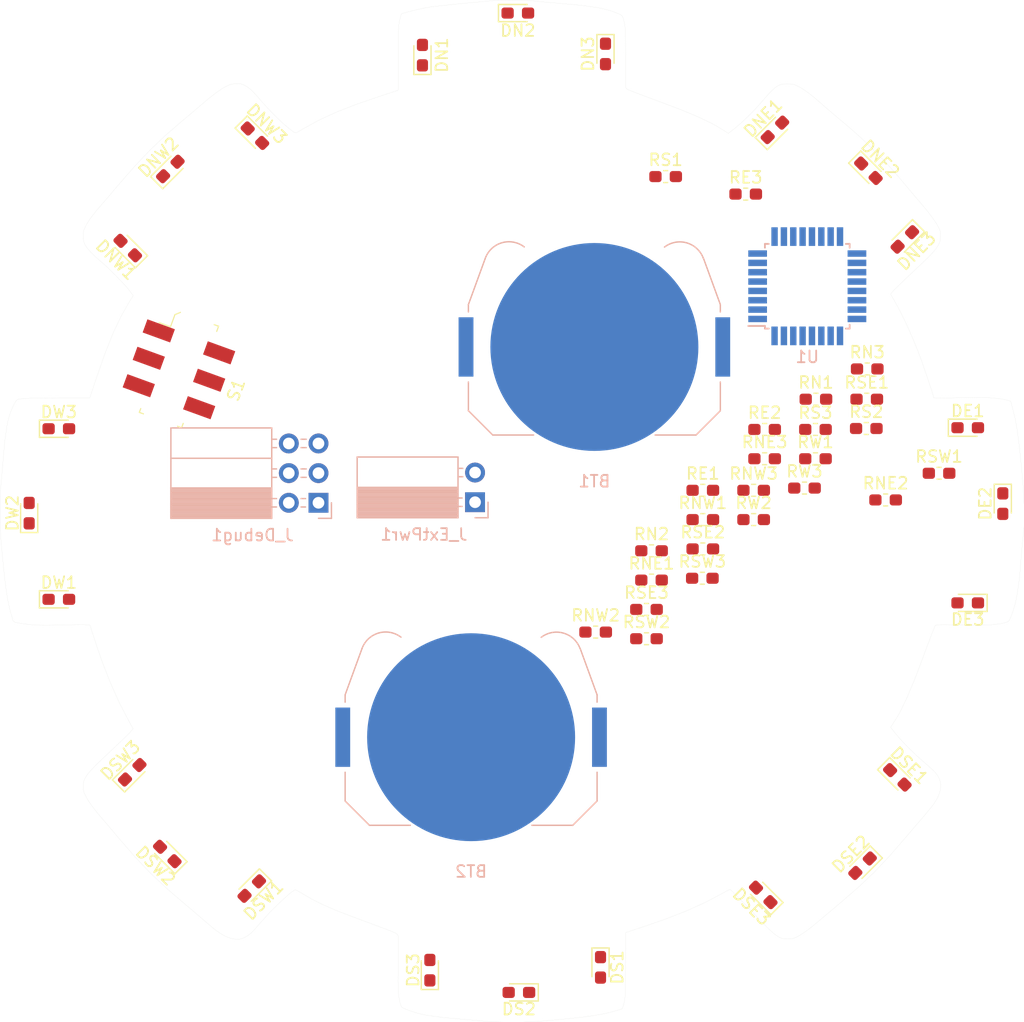
<source format=kicad_pcb>
(kicad_pcb (version 20171130) (host pcbnew 5.0.2-bee76a0~70~ubuntu18.04.1)

  (general
    (thickness 1.6)
    (drawings 484)
    (tracks 0)
    (zones 0)
    (modules 54)
    (nets 59)
  )

  (page A4)
  (layers
    (0 F.Cu signal)
    (31 B.Cu signal)
    (32 B.Adhes user)
    (33 F.Adhes user)
    (34 B.Paste user)
    (35 F.Paste user)
    (36 B.SilkS user)
    (37 F.SilkS user)
    (38 B.Mask user)
    (39 F.Mask user)
    (40 Dwgs.User user)
    (41 Cmts.User user)
    (42 Eco1.User user)
    (43 Eco2.User user)
    (44 Edge.Cuts user)
    (45 Margin user)
    (46 B.CrtYd user)
    (47 F.CrtYd user)
    (48 B.Fab user)
    (49 F.Fab user)
  )

  (setup
    (last_trace_width 0.25)
    (trace_clearance 0.2)
    (zone_clearance 0.508)
    (zone_45_only no)
    (trace_min 0.2)
    (segment_width 0.2)
    (edge_width 0.05)
    (via_size 0.8)
    (via_drill 0.4)
    (via_min_size 0.4)
    (via_min_drill 0.3)
    (uvia_size 0.3)
    (uvia_drill 0.1)
    (uvias_allowed no)
    (uvia_min_size 0.2)
    (uvia_min_drill 0.1)
    (pcb_text_width 0.3)
    (pcb_text_size 1.5 1.5)
    (mod_edge_width 0.12)
    (mod_text_size 1 1)
    (mod_text_width 0.15)
    (pad_size 1.524 1.524)
    (pad_drill 0.762)
    (pad_to_mask_clearance 0.051)
    (solder_mask_min_width 0.25)
    (aux_axis_origin 0 0)
    (visible_elements FFFFFF7F)
    (pcbplotparams
      (layerselection 0x010fc_ffffffff)
      (usegerberextensions false)
      (usegerberattributes false)
      (usegerberadvancedattributes false)
      (creategerberjobfile false)
      (excludeedgelayer true)
      (linewidth 0.100000)
      (plotframeref false)
      (viasonmask false)
      (mode 1)
      (useauxorigin false)
      (hpglpennumber 1)
      (hpglpenspeed 20)
      (hpglpendiameter 15.000000)
      (psnegative false)
      (psa4output false)
      (plotreference true)
      (plotvalue true)
      (plotinvisibletext false)
      (padsonsilk false)
      (subtractmaskfromsilk false)
      (outputformat 1)
      (mirror false)
      (drillshape 1)
      (scaleselection 1)
      (outputdirectory ""))
  )

  (net 0 "")
  (net 1 "Net-(DE1-Pad2)")
  (net 2 GND)
  (net 3 "Net-(DE2-Pad2)")
  (net 4 "Net-(DE3-Pad2)")
  (net 5 "Net-(DN1-Pad2)")
  (net 6 "Net-(DN2-Pad2)")
  (net 7 "Net-(DN3-Pad2)")
  (net 8 "Net-(DNE1-Pad2)")
  (net 9 "Net-(DNE2-Pad2)")
  (net 10 "Net-(DNE3-Pad2)")
  (net 11 "Net-(DNW1-Pad2)")
  (net 12 "Net-(DNW2-Pad2)")
  (net 13 "Net-(DNW3-Pad2)")
  (net 14 "Net-(DS1-Pad2)")
  (net 15 "Net-(DS2-Pad2)")
  (net 16 "Net-(DS3-Pad2)")
  (net 17 "Net-(DSE1-Pad2)")
  (net 18 "Net-(DSE2-Pad2)")
  (net 19 "Net-(DSE3-Pad2)")
  (net 20 "Net-(DSW1-Pad2)")
  (net 21 "Net-(DSW2-Pad2)")
  (net 22 "Net-(DSW3-Pad2)")
  (net 23 "Net-(DW1-Pad2)")
  (net 24 "Net-(DW2-Pad2)")
  (net 25 "Net-(DW3-Pad2)")
  (net 26 VCC)
  (net 27 RESET)
  (net 28 MOSI0)
  (net 29 NWLED1_SIG)
  (net 30 MISO0)
  (net 31 BAT_VCC)
  (net 32 ELED1_SIG)
  (net 33 ELED2_SIG)
  (net 34 ELED3_SIG)
  (net 35 NLED3_SIG)
  (net 36 NLED2_SIG)
  (net 37 NLED1_SIG)
  (net 38 NELED1_SIG)
  (net 39 NELED2_SIG)
  (net 40 NELED3_SIG)
  (net 41 NWLED2_SIG)
  (net 42 NWLED3_SIG)
  (net 43 SLED1_SIG)
  (net 44 SLED2_SIG)
  (net 45 SLED3_SIG)
  (net 46 SELED1_SIG)
  (net 47 SELED2_SIG)
  (net 48 SELED3_SIG)
  (net 49 SWLED1_SIG)
  (net 50 SWLED2_SIG)
  (net 51 SWLED3_SIG)
  (net 52 WLED1_SIG)
  (net 53 WLED2_SIG)
  (net 54 WLED3_SIG)
  (net 55 NC)
  (net 56 "Net-(U1-Pad18)")
  (net 57 "Net-(U1-Pad20)")
  (net 58 "Net-(BT1-Pad2)")

  (net_class Default "This is the default net class."
    (clearance 0.2)
    (trace_width 0.25)
    (via_dia 0.8)
    (via_drill 0.4)
    (uvia_dia 0.3)
    (uvia_drill 0.1)
    (add_net BAT_VCC)
    (add_net ELED1_SIG)
    (add_net ELED2_SIG)
    (add_net ELED3_SIG)
    (add_net GND)
    (add_net MISO0)
    (add_net MOSI0)
    (add_net NC)
    (add_net NELED1_SIG)
    (add_net NELED2_SIG)
    (add_net NELED3_SIG)
    (add_net NLED1_SIG)
    (add_net NLED2_SIG)
    (add_net NLED3_SIG)
    (add_net NWLED1_SIG)
    (add_net NWLED2_SIG)
    (add_net NWLED3_SIG)
    (add_net "Net-(BT1-Pad2)")
    (add_net "Net-(DE1-Pad2)")
    (add_net "Net-(DE2-Pad2)")
    (add_net "Net-(DE3-Pad2)")
    (add_net "Net-(DN1-Pad2)")
    (add_net "Net-(DN2-Pad2)")
    (add_net "Net-(DN3-Pad2)")
    (add_net "Net-(DNE1-Pad2)")
    (add_net "Net-(DNE2-Pad2)")
    (add_net "Net-(DNE3-Pad2)")
    (add_net "Net-(DNW1-Pad2)")
    (add_net "Net-(DNW2-Pad2)")
    (add_net "Net-(DNW3-Pad2)")
    (add_net "Net-(DS1-Pad2)")
    (add_net "Net-(DS2-Pad2)")
    (add_net "Net-(DS3-Pad2)")
    (add_net "Net-(DSE1-Pad2)")
    (add_net "Net-(DSE2-Pad2)")
    (add_net "Net-(DSE3-Pad2)")
    (add_net "Net-(DSW1-Pad2)")
    (add_net "Net-(DSW2-Pad2)")
    (add_net "Net-(DSW3-Pad2)")
    (add_net "Net-(DW1-Pad2)")
    (add_net "Net-(DW2-Pad2)")
    (add_net "Net-(DW3-Pad2)")
    (add_net "Net-(U1-Pad18)")
    (add_net "Net-(U1-Pad20)")
    (add_net RESET)
    (add_net SELED1_SIG)
    (add_net SELED2_SIG)
    (add_net SELED3_SIG)
    (add_net SLED1_SIG)
    (add_net SLED2_SIG)
    (add_net SLED3_SIG)
    (add_net SWLED1_SIG)
    (add_net SWLED2_SIG)
    (add_net SWLED3_SIG)
    (add_net VCC)
    (add_net WLED1_SIG)
    (add_net WLED2_SIG)
    (add_net WLED3_SIG)
  )

  (module Battery:BatteryHolder_Keystone_3034_1x20mm (layer B.Cu) (tedit 5D9CBF18) (tstamp 5E05E2D7)
    (at 155.049001 78.087077)
    (descr "Keystone 3034 SMD battery holder for 2020, 2025 and 2032 coincell batteries. http://www.keyelco.com/product-pdf.cfm?p=798")
    (tags "Keystone type 3034 coin cell retainer")
    (path /5E4D6032)
    (attr smd)
    (fp_text reference BT1 (at 0 11.5) (layer B.SilkS)
      (effects (font (size 1 1) (thickness 0.15)) (justify mirror))
    )
    (fp_text value Battery_Cell (at 0 -11.5) (layer B.Fab)
      (effects (font (size 1 1) (thickness 0.15)) (justify mirror))
    )
    (fp_text user %R (at 0 2.9) (layer B.Fab)
      (effects (font (size 1 1) (thickness 0.15)) (justify mirror))
    )
    (fp_circle (center 0 0) (end 0 -10.25) (layer Dwgs.User) (width 0.15))
    (fp_arc (start -7.31 -6.85) (end -9.34 -7.58) (angle 107.5) (layer B.SilkS) (width 0.12))
    (fp_line (start -10.78 -3.63) (end -9.34 -7.58) (layer B.SilkS) (width 0.12))
    (fp_line (start -8.7 7.54) (end -10.78 5.46) (layer B.SilkS) (width 0.12))
    (fp_line (start -5.2 7.54) (end -8.7 7.54) (layer B.SilkS) (width 0.12))
    (fp_line (start 8.7 7.54) (end 10.78 5.46) (layer B.SilkS) (width 0.12))
    (fp_line (start 10.78 -3.63) (end 9.34 -7.58) (layer B.SilkS) (width 0.12))
    (fp_arc (start 7.31 -6.85) (end 6 -8.55) (angle 107.5) (layer B.SilkS) (width 0.12))
    (fp_line (start -10.78 5.46) (end -10.78 3) (layer B.SilkS) (width 0.12))
    (fp_line (start -10.78 -3) (end -10.78 -3.63) (layer B.SilkS) (width 0.12))
    (fp_line (start 10.78 5.46) (end 10.78 3) (layer B.SilkS) (width 0.12))
    (fp_line (start 10.78 -3) (end 10.78 -3.63) (layer B.SilkS) (width 0.12))
    (fp_line (start -9.19 -7.53) (end -10.63 -3.6) (layer B.Fab) (width 0.1))
    (fp_line (start -10.63 -3.6) (end -10.63 5.4) (layer B.Fab) (width 0.1))
    (fp_line (start -10.63 5.4) (end -8.64 7.39) (layer B.Fab) (width 0.1))
    (fp_line (start -8.64 7.39) (end 8.64 7.39) (layer B.Fab) (width 0.1))
    (fp_line (start 8.64 7.39) (end 10.63 5.4) (layer B.Fab) (width 0.1))
    (fp_line (start 10.63 5.4) (end 10.63 -3.6) (layer B.Fab) (width 0.1))
    (fp_line (start 10.63 -3.6) (end 9.19 -7.53) (layer B.Fab) (width 0.1))
    (fp_arc (start 7.31 -6.85) (end 6.1 -8.43) (angle 107.5) (layer B.Fab) (width 0.1))
    (fp_arc (start 0 -16.36) (end 6.1 -8.43) (angle 75.1) (layer B.Fab) (width 0.1))
    (fp_arc (start -7.31 -6.85) (end -9.19 -7.53) (angle 107.5) (layer B.Fab) (width 0.1))
    (fp_line (start 11.87 2.79) (end 10.88 2.79) (layer B.CrtYd) (width 0.05))
    (fp_line (start 10.88 2.79) (end 10.88 5.5) (layer B.CrtYd) (width 0.05))
    (fp_line (start 10.88 5.5) (end 8.74 7.64) (layer B.CrtYd) (width 0.05))
    (fp_line (start 8.74 7.64) (end 7.2 7.64) (layer B.CrtYd) (width 0.05))
    (fp_arc (start 0 0) (end 7.2 7.64) (angle 86.6) (layer B.CrtYd) (width 0.05))
    (fp_line (start -7.2 7.64) (end -8.74 7.64) (layer B.CrtYd) (width 0.05))
    (fp_line (start -8.74 7.64) (end -10.88 5.5) (layer B.CrtYd) (width 0.05))
    (fp_line (start -10.88 5.5) (end -10.88 2.79) (layer B.CrtYd) (width 0.05))
    (fp_line (start -10.88 2.79) (end -11.87 2.79) (layer B.CrtYd) (width 0.05))
    (fp_line (start -11.87 2.79) (end -11.87 -2.79) (layer B.CrtYd) (width 0.05))
    (fp_line (start -11.87 -2.79) (end -10.88 -2.79) (layer B.CrtYd) (width 0.05))
    (fp_line (start -10.88 -2.79) (end -10.88 -3.64) (layer B.CrtYd) (width 0.05))
    (fp_line (start -10.88 -3.64) (end -9.44 -7.62) (layer B.CrtYd) (width 0.05))
    (fp_arc (start -7.31 -6.85) (end -9.43 -7.62) (angle 106.9) (layer B.CrtYd) (width 0.05))
    (fp_arc (start 0 0) (end -5.96 -8.64) (angle 69.1) (layer B.CrtYd) (width 0.05))
    (fp_arc (start 7.31 -6.85) (end 5.96 -8.64) (angle 106.9) (layer B.CrtYd) (width 0.05))
    (fp_line (start 9.43 -7.63) (end 10.88 -3.64) (layer B.CrtYd) (width 0.05))
    (fp_line (start 10.88 -3.64) (end 10.88 -2.79) (layer B.CrtYd) (width 0.05))
    (fp_line (start 10.88 -2.79) (end 11.87 -2.79) (layer B.CrtYd) (width 0.05))
    (fp_line (start 11.87 -2.79) (end 11.87 2.79) (layer B.CrtYd) (width 0.05))
    (fp_line (start 8.7 7.54) (end 5.2 7.54) (layer B.SilkS) (width 0.12))
    (pad 2 smd circle (at 0 0) (size 17.8 17.8) (layers B.Cu B.Mask)
      (net 58 "Net-(BT1-Pad2)"))
    (pad 1 smd rect (at 10.985 0) (size 1.27 5.08) (layers B.Cu B.Paste B.Mask)
      (net 31 BAT_VCC))
    (pad 1 smd rect (at -10.985 0) (size 1.27 5.08) (layers B.Cu B.Paste B.Mask)
      (net 31 BAT_VCC))
    (model ${KISYS3DMOD}/Battery.3dshapes/BatteryHolder_Keystone_3034_1x20mm.wrl
      (at (xyz 0 0 0))
      (scale (xyz 1 1 1))
      (rotate (xyz 0 0 0))
    )
  )

  (module Battery:BatteryHolder_Keystone_3034_1x20mm (layer B.Cu) (tedit 5D9CBF18) (tstamp 5E05E30A)
    (at 144.5 111.5)
    (descr "Keystone 3034 SMD battery holder for 2020, 2025 and 2032 coincell batteries. http://www.keyelco.com/product-pdf.cfm?p=798")
    (tags "Keystone type 3034 coin cell retainer")
    (path /5E4E7B69)
    (attr smd)
    (fp_text reference BT2 (at 0 11.5) (layer B.SilkS)
      (effects (font (size 1 1) (thickness 0.15)) (justify mirror))
    )
    (fp_text value Battery_Cell (at 0 -11.5) (layer B.Fab)
      (effects (font (size 1 1) (thickness 0.15)) (justify mirror))
    )
    (fp_line (start 8.7 7.54) (end 5.2 7.54) (layer B.SilkS) (width 0.12))
    (fp_line (start 11.87 -2.79) (end 11.87 2.79) (layer B.CrtYd) (width 0.05))
    (fp_line (start 10.88 -2.79) (end 11.87 -2.79) (layer B.CrtYd) (width 0.05))
    (fp_line (start 10.88 -3.64) (end 10.88 -2.79) (layer B.CrtYd) (width 0.05))
    (fp_line (start 9.43 -7.63) (end 10.88 -3.64) (layer B.CrtYd) (width 0.05))
    (fp_arc (start 7.31 -6.85) (end 5.96 -8.64) (angle 106.9) (layer B.CrtYd) (width 0.05))
    (fp_arc (start 0 0) (end -5.96 -8.64) (angle 69.1) (layer B.CrtYd) (width 0.05))
    (fp_arc (start -7.31 -6.85) (end -9.43 -7.62) (angle 106.9) (layer B.CrtYd) (width 0.05))
    (fp_line (start -10.88 -3.64) (end -9.44 -7.62) (layer B.CrtYd) (width 0.05))
    (fp_line (start -10.88 -2.79) (end -10.88 -3.64) (layer B.CrtYd) (width 0.05))
    (fp_line (start -11.87 -2.79) (end -10.88 -2.79) (layer B.CrtYd) (width 0.05))
    (fp_line (start -11.87 2.79) (end -11.87 -2.79) (layer B.CrtYd) (width 0.05))
    (fp_line (start -10.88 2.79) (end -11.87 2.79) (layer B.CrtYd) (width 0.05))
    (fp_line (start -10.88 5.5) (end -10.88 2.79) (layer B.CrtYd) (width 0.05))
    (fp_line (start -8.74 7.64) (end -10.88 5.5) (layer B.CrtYd) (width 0.05))
    (fp_line (start -7.2 7.64) (end -8.74 7.64) (layer B.CrtYd) (width 0.05))
    (fp_arc (start 0 0) (end 7.2 7.64) (angle 86.6) (layer B.CrtYd) (width 0.05))
    (fp_line (start 8.74 7.64) (end 7.2 7.64) (layer B.CrtYd) (width 0.05))
    (fp_line (start 10.88 5.5) (end 8.74 7.64) (layer B.CrtYd) (width 0.05))
    (fp_line (start 10.88 2.79) (end 10.88 5.5) (layer B.CrtYd) (width 0.05))
    (fp_line (start 11.87 2.79) (end 10.88 2.79) (layer B.CrtYd) (width 0.05))
    (fp_arc (start -7.31 -6.85) (end -9.19 -7.53) (angle 107.5) (layer B.Fab) (width 0.1))
    (fp_arc (start 0 -16.36) (end 6.1 -8.43) (angle 75.1) (layer B.Fab) (width 0.1))
    (fp_arc (start 7.31 -6.85) (end 6.1 -8.43) (angle 107.5) (layer B.Fab) (width 0.1))
    (fp_line (start 10.63 -3.6) (end 9.19 -7.53) (layer B.Fab) (width 0.1))
    (fp_line (start 10.63 5.4) (end 10.63 -3.6) (layer B.Fab) (width 0.1))
    (fp_line (start 8.64 7.39) (end 10.63 5.4) (layer B.Fab) (width 0.1))
    (fp_line (start -8.64 7.39) (end 8.64 7.39) (layer B.Fab) (width 0.1))
    (fp_line (start -10.63 5.4) (end -8.64 7.39) (layer B.Fab) (width 0.1))
    (fp_line (start -10.63 -3.6) (end -10.63 5.4) (layer B.Fab) (width 0.1))
    (fp_line (start -9.19 -7.53) (end -10.63 -3.6) (layer B.Fab) (width 0.1))
    (fp_line (start 10.78 -3) (end 10.78 -3.63) (layer B.SilkS) (width 0.12))
    (fp_line (start 10.78 5.46) (end 10.78 3) (layer B.SilkS) (width 0.12))
    (fp_line (start -10.78 -3) (end -10.78 -3.63) (layer B.SilkS) (width 0.12))
    (fp_line (start -10.78 5.46) (end -10.78 3) (layer B.SilkS) (width 0.12))
    (fp_arc (start 7.31 -6.85) (end 6 -8.55) (angle 107.5) (layer B.SilkS) (width 0.12))
    (fp_line (start 10.78 -3.63) (end 9.34 -7.58) (layer B.SilkS) (width 0.12))
    (fp_line (start 8.7 7.54) (end 10.78 5.46) (layer B.SilkS) (width 0.12))
    (fp_line (start -5.2 7.54) (end -8.7 7.54) (layer B.SilkS) (width 0.12))
    (fp_line (start -8.7 7.54) (end -10.78 5.46) (layer B.SilkS) (width 0.12))
    (fp_line (start -10.78 -3.63) (end -9.34 -7.58) (layer B.SilkS) (width 0.12))
    (fp_arc (start -7.31 -6.85) (end -9.34 -7.58) (angle 107.5) (layer B.SilkS) (width 0.12))
    (fp_circle (center 0 0) (end 0 -10.25) (layer Dwgs.User) (width 0.15))
    (fp_text user %R (at 0 2.9) (layer B.Fab)
      (effects (font (size 1 1) (thickness 0.15)) (justify mirror))
    )
    (pad 1 smd rect (at -10.985 0) (size 1.27 5.08) (layers B.Cu B.Paste B.Mask)
      (net 58 "Net-(BT1-Pad2)"))
    (pad 1 smd rect (at 10.985 0) (size 1.27 5.08) (layers B.Cu B.Paste B.Mask)
      (net 58 "Net-(BT1-Pad2)"))
    (pad 2 smd circle (at 0 0) (size 17.8 17.8) (layers B.Cu B.Mask)
      (net 2 GND))
    (model ${KISYS3DMOD}/Battery.3dshapes/BatteryHolder_Keystone_3034_1x20mm.wrl
      (at (xyz 0 0 0))
      (scale (xyz 1 1 1))
      (rotate (xyz 0 0 0))
    )
  )

  (module Diode_SMD:D_0603_1608Metric_Pad1.05x0.95mm_HandSolder (layer F.Cu) (tedit 5B4B45C8) (tstamp 5E05E31D)
    (at 187 85)
    (descr "Diode SMD 0603 (1608 Metric), square (rectangular) end terminal, IPC_7351 nominal, (Body size source: http://www.tortai-tech.com/upload/download/2011102023233369053.pdf), generated with kicad-footprint-generator")
    (tags "diode handsolder")
    (path /5E055B40)
    (attr smd)
    (fp_text reference DE1 (at 0 -1.43) (layer F.SilkS)
      (effects (font (size 1 1) (thickness 0.15)))
    )
    (fp_text value LED (at 0 1.43) (layer F.Fab)
      (effects (font (size 1 1) (thickness 0.15)))
    )
    (fp_text user %R (at 0 0) (layer F.Fab)
      (effects (font (size 0.4 0.4) (thickness 0.06)))
    )
    (fp_line (start 1.65 0.73) (end -1.65 0.73) (layer F.CrtYd) (width 0.05))
    (fp_line (start 1.65 -0.73) (end 1.65 0.73) (layer F.CrtYd) (width 0.05))
    (fp_line (start -1.65 -0.73) (end 1.65 -0.73) (layer F.CrtYd) (width 0.05))
    (fp_line (start -1.65 0.73) (end -1.65 -0.73) (layer F.CrtYd) (width 0.05))
    (fp_line (start -1.66 0.735) (end 0.8 0.735) (layer F.SilkS) (width 0.12))
    (fp_line (start -1.66 -0.735) (end -1.66 0.735) (layer F.SilkS) (width 0.12))
    (fp_line (start 0.8 -0.735) (end -1.66 -0.735) (layer F.SilkS) (width 0.12))
    (fp_line (start 0.8 0.4) (end 0.8 -0.4) (layer F.Fab) (width 0.1))
    (fp_line (start -0.8 0.4) (end 0.8 0.4) (layer F.Fab) (width 0.1))
    (fp_line (start -0.8 -0.1) (end -0.8 0.4) (layer F.Fab) (width 0.1))
    (fp_line (start -0.5 -0.4) (end -0.8 -0.1) (layer F.Fab) (width 0.1))
    (fp_line (start 0.8 -0.4) (end -0.5 -0.4) (layer F.Fab) (width 0.1))
    (pad 2 smd roundrect (at 0.875 0) (size 1.05 0.95) (layers F.Cu F.Paste F.Mask) (roundrect_rratio 0.25)
      (net 1 "Net-(DE1-Pad2)"))
    (pad 1 smd roundrect (at -0.875 0) (size 1.05 0.95) (layers F.Cu F.Paste F.Mask) (roundrect_rratio 0.25)
      (net 2 GND))
    (model ${KISYS3DMOD}/Diode_SMD.3dshapes/D_0603_1608Metric.wrl
      (at (xyz 0 0 0))
      (scale (xyz 1 1 1))
      (rotate (xyz 0 0 0))
    )
  )

  (module Diode_SMD:D_0603_1608Metric_Pad1.05x0.95mm_HandSolder (layer F.Cu) (tedit 5B4B45C8) (tstamp 5E05E330)
    (at 190 91.5 270)
    (descr "Diode SMD 0603 (1608 Metric), square (rectangular) end terminal, IPC_7351 nominal, (Body size source: http://www.tortai-tech.com/upload/download/2011102023233369053.pdf), generated with kicad-footprint-generator")
    (tags "diode handsolder")
    (path /5E055B46)
    (attr smd)
    (fp_text reference DE2 (at 0 1.5 270) (layer F.SilkS)
      (effects (font (size 1 1) (thickness 0.15)))
    )
    (fp_text value LED (at 0 1.43 270) (layer F.Fab)
      (effects (font (size 1 1) (thickness 0.15)))
    )
    (fp_line (start 0.8 -0.4) (end -0.5 -0.4) (layer F.Fab) (width 0.1))
    (fp_line (start -0.5 -0.4) (end -0.8 -0.1) (layer F.Fab) (width 0.1))
    (fp_line (start -0.8 -0.1) (end -0.8 0.4) (layer F.Fab) (width 0.1))
    (fp_line (start -0.8 0.4) (end 0.8 0.4) (layer F.Fab) (width 0.1))
    (fp_line (start 0.8 0.4) (end 0.8 -0.4) (layer F.Fab) (width 0.1))
    (fp_line (start 0.8 -0.735) (end -1.66 -0.735) (layer F.SilkS) (width 0.12))
    (fp_line (start -1.66 -0.735) (end -1.66 0.735) (layer F.SilkS) (width 0.12))
    (fp_line (start -1.66 0.735) (end 0.8 0.735) (layer F.SilkS) (width 0.12))
    (fp_line (start -1.65 0.73) (end -1.65 -0.73) (layer F.CrtYd) (width 0.05))
    (fp_line (start -1.65 -0.73) (end 1.65 -0.73) (layer F.CrtYd) (width 0.05))
    (fp_line (start 1.65 -0.73) (end 1.65 0.73) (layer F.CrtYd) (width 0.05))
    (fp_line (start 1.65 0.73) (end -1.65 0.73) (layer F.CrtYd) (width 0.05))
    (fp_text user %R (at 0 0 270) (layer F.Fab)
      (effects (font (size 0.4 0.4) (thickness 0.06)))
    )
    (pad 1 smd roundrect (at -0.875 0 270) (size 1.05 0.95) (layers F.Cu F.Paste F.Mask) (roundrect_rratio 0.25)
      (net 2 GND))
    (pad 2 smd roundrect (at 0.875 0 270) (size 1.05 0.95) (layers F.Cu F.Paste F.Mask) (roundrect_rratio 0.25)
      (net 3 "Net-(DE2-Pad2)"))
    (model ${KISYS3DMOD}/Diode_SMD.3dshapes/D_0603_1608Metric.wrl
      (at (xyz 0 0 0))
      (scale (xyz 1 1 1))
      (rotate (xyz 0 0 0))
    )
  )

  (module Diode_SMD:D_0603_1608Metric_Pad1.05x0.95mm_HandSolder (layer F.Cu) (tedit 5B4B45C8) (tstamp 5E096655)
    (at 187 100 180)
    (descr "Diode SMD 0603 (1608 Metric), square (rectangular) end terminal, IPC_7351 nominal, (Body size source: http://www.tortai-tech.com/upload/download/2011102023233369053.pdf), generated with kicad-footprint-generator")
    (tags "diode handsolder")
    (path /5E055B4C)
    (attr smd)
    (fp_text reference DE3 (at 0 -1.43 180) (layer F.SilkS)
      (effects (font (size 1 1) (thickness 0.15)))
    )
    (fp_text value LED (at 0 1.43 180) (layer F.Fab)
      (effects (font (size 1 1) (thickness 0.15)))
    )
    (fp_text user %R (at 0 0 180) (layer F.Fab)
      (effects (font (size 0.4 0.4) (thickness 0.06)))
    )
    (fp_line (start 1.65 0.73) (end -1.65 0.73) (layer F.CrtYd) (width 0.05))
    (fp_line (start 1.65 -0.73) (end 1.65 0.73) (layer F.CrtYd) (width 0.05))
    (fp_line (start -1.65 -0.73) (end 1.65 -0.73) (layer F.CrtYd) (width 0.05))
    (fp_line (start -1.65 0.73) (end -1.65 -0.73) (layer F.CrtYd) (width 0.05))
    (fp_line (start -1.66 0.735) (end 0.8 0.735) (layer F.SilkS) (width 0.12))
    (fp_line (start -1.66 -0.735) (end -1.66 0.735) (layer F.SilkS) (width 0.12))
    (fp_line (start 0.8 -0.735) (end -1.66 -0.735) (layer F.SilkS) (width 0.12))
    (fp_line (start 0.8 0.4) (end 0.8 -0.4) (layer F.Fab) (width 0.1))
    (fp_line (start -0.8 0.4) (end 0.8 0.4) (layer F.Fab) (width 0.1))
    (fp_line (start -0.8 -0.1) (end -0.8 0.4) (layer F.Fab) (width 0.1))
    (fp_line (start -0.5 -0.4) (end -0.8 -0.1) (layer F.Fab) (width 0.1))
    (fp_line (start 0.8 -0.4) (end -0.5 -0.4) (layer F.Fab) (width 0.1))
    (pad 2 smd roundrect (at 0.875 0 180) (size 1.05 0.95) (layers F.Cu F.Paste F.Mask) (roundrect_rratio 0.25)
      (net 4 "Net-(DE3-Pad2)"))
    (pad 1 smd roundrect (at -0.875 0 180) (size 1.05 0.95) (layers F.Cu F.Paste F.Mask) (roundrect_rratio 0.25)
      (net 2 GND))
    (model ${KISYS3DMOD}/Diode_SMD.3dshapes/D_0603_1608Metric.wrl
      (at (xyz 0 0 0))
      (scale (xyz 1 1 1))
      (rotate (xyz 0 0 0))
    )
  )

  (module Diode_SMD:D_0603_1608Metric_Pad1.05x0.95mm_HandSolder (layer F.Cu) (tedit 5B4B45C8) (tstamp 5E05E356)
    (at 140.335 53.100001 90)
    (descr "Diode SMD 0603 (1608 Metric), square (rectangular) end terminal, IPC_7351 nominal, (Body size source: http://www.tortai-tech.com/upload/download/2011102023233369053.pdf), generated with kicad-footprint-generator")
    (tags "diode handsolder")
    (path /5E03D00F)
    (attr smd)
    (fp_text reference DN1 (at 0 1.665 90) (layer F.SilkS)
      (effects (font (size 1 1) (thickness 0.15)))
    )
    (fp_text value LED (at 0 1.43 90) (layer F.Fab)
      (effects (font (size 1 1) (thickness 0.15)))
    )
    (fp_line (start 0.8 -0.4) (end -0.5 -0.4) (layer F.Fab) (width 0.1))
    (fp_line (start -0.5 -0.4) (end -0.8 -0.1) (layer F.Fab) (width 0.1))
    (fp_line (start -0.8 -0.1) (end -0.8 0.4) (layer F.Fab) (width 0.1))
    (fp_line (start -0.8 0.4) (end 0.8 0.4) (layer F.Fab) (width 0.1))
    (fp_line (start 0.8 0.4) (end 0.8 -0.4) (layer F.Fab) (width 0.1))
    (fp_line (start 0.8 -0.735) (end -1.66 -0.735) (layer F.SilkS) (width 0.12))
    (fp_line (start -1.66 -0.735) (end -1.66 0.735) (layer F.SilkS) (width 0.12))
    (fp_line (start -1.66 0.735) (end 0.8 0.735) (layer F.SilkS) (width 0.12))
    (fp_line (start -1.65 0.73) (end -1.65 -0.73) (layer F.CrtYd) (width 0.05))
    (fp_line (start -1.65 -0.73) (end 1.65 -0.73) (layer F.CrtYd) (width 0.05))
    (fp_line (start 1.65 -0.73) (end 1.65 0.73) (layer F.CrtYd) (width 0.05))
    (fp_line (start 1.65 0.73) (end -1.65 0.73) (layer F.CrtYd) (width 0.05))
    (fp_text user %R (at 0 0 90) (layer F.Fab)
      (effects (font (size 0.4 0.4) (thickness 0.06)))
    )
    (pad 1 smd roundrect (at -0.875 0 90) (size 1.05 0.95) (layers F.Cu F.Paste F.Mask) (roundrect_rratio 0.25)
      (net 2 GND))
    (pad 2 smd roundrect (at 0.875 0 90) (size 1.05 0.95) (layers F.Cu F.Paste F.Mask) (roundrect_rratio 0.25)
      (net 5 "Net-(DN1-Pad2)"))
    (model ${KISYS3DMOD}/Diode_SMD.3dshapes/D_0603_1608Metric.wrl
      (at (xyz 0 0 0))
      (scale (xyz 1 1 1))
      (rotate (xyz 0 0 0))
    )
  )

  (module Diode_SMD:D_0603_1608Metric_Pad1.05x0.95mm_HandSolder (layer F.Cu) (tedit 5B4B45C8) (tstamp 5E05E369)
    (at 148.5 49.5)
    (descr "Diode SMD 0603 (1608 Metric), square (rectangular) end terminal, IPC_7351 nominal, (Body size source: http://www.tortai-tech.com/upload/download/2011102023233369053.pdf), generated with kicad-footprint-generator")
    (tags "diode handsolder")
    (path /5E03EBB8)
    (attr smd)
    (fp_text reference DN2 (at 0 1.5) (layer F.SilkS)
      (effects (font (size 1 1) (thickness 0.15)))
    )
    (fp_text value LED (at 0 1.43) (layer F.Fab)
      (effects (font (size 1 1) (thickness 0.15)))
    )
    (fp_line (start 0.8 -0.4) (end -0.5 -0.4) (layer F.Fab) (width 0.1))
    (fp_line (start -0.5 -0.4) (end -0.8 -0.1) (layer F.Fab) (width 0.1))
    (fp_line (start -0.8 -0.1) (end -0.8 0.4) (layer F.Fab) (width 0.1))
    (fp_line (start -0.8 0.4) (end 0.8 0.4) (layer F.Fab) (width 0.1))
    (fp_line (start 0.8 0.4) (end 0.8 -0.4) (layer F.Fab) (width 0.1))
    (fp_line (start 0.8 -0.735) (end -1.66 -0.735) (layer F.SilkS) (width 0.12))
    (fp_line (start -1.66 -0.735) (end -1.66 0.735) (layer F.SilkS) (width 0.12))
    (fp_line (start -1.66 0.735) (end 0.8 0.735) (layer F.SilkS) (width 0.12))
    (fp_line (start -1.65 0.73) (end -1.65 -0.73) (layer F.CrtYd) (width 0.05))
    (fp_line (start -1.65 -0.73) (end 1.65 -0.73) (layer F.CrtYd) (width 0.05))
    (fp_line (start 1.65 -0.73) (end 1.65 0.73) (layer F.CrtYd) (width 0.05))
    (fp_line (start 1.65 0.73) (end -1.65 0.73) (layer F.CrtYd) (width 0.05))
    (fp_text user %R (at 0 0) (layer F.Fab)
      (effects (font (size 0.4 0.4) (thickness 0.06)))
    )
    (pad 1 smd roundrect (at -0.875 0) (size 1.05 0.95) (layers F.Cu F.Paste F.Mask) (roundrect_rratio 0.25)
      (net 2 GND))
    (pad 2 smd roundrect (at 0.875 0) (size 1.05 0.95) (layers F.Cu F.Paste F.Mask) (roundrect_rratio 0.25)
      (net 6 "Net-(DN2-Pad2)"))
    (model ${KISYS3DMOD}/Diode_SMD.3dshapes/D_0603_1608Metric.wrl
      (at (xyz 0 0 0))
      (scale (xyz 1 1 1))
      (rotate (xyz 0 0 0))
    )
  )

  (module Diode_SMD:D_0603_1608Metric_Pad1.05x0.95mm_HandSolder (layer F.Cu) (tedit 5B4B45C8) (tstamp 5E05E37C)
    (at 156 53 270)
    (descr "Diode SMD 0603 (1608 Metric), square (rectangular) end terminal, IPC_7351 nominal, (Body size source: http://www.tortai-tech.com/upload/download/2011102023233369053.pdf), generated with kicad-footprint-generator")
    (tags "diode handsolder")
    (path /5E03EE0A)
    (attr smd)
    (fp_text reference DN3 (at 0 1.5 270) (layer F.SilkS)
      (effects (font (size 1 1) (thickness 0.15)))
    )
    (fp_text value LED (at 0 1.43 270) (layer F.Fab)
      (effects (font (size 1 1) (thickness 0.15)))
    )
    (fp_text user %R (at 0 0 270) (layer F.Fab)
      (effects (font (size 0.4 0.4) (thickness 0.06)))
    )
    (fp_line (start 1.65 0.73) (end -1.65 0.73) (layer F.CrtYd) (width 0.05))
    (fp_line (start 1.65 -0.73) (end 1.65 0.73) (layer F.CrtYd) (width 0.05))
    (fp_line (start -1.65 -0.73) (end 1.65 -0.73) (layer F.CrtYd) (width 0.05))
    (fp_line (start -1.65 0.73) (end -1.65 -0.73) (layer F.CrtYd) (width 0.05))
    (fp_line (start -1.66 0.735) (end 0.8 0.735) (layer F.SilkS) (width 0.12))
    (fp_line (start -1.66 -0.735) (end -1.66 0.735) (layer F.SilkS) (width 0.12))
    (fp_line (start 0.8 -0.735) (end -1.66 -0.735) (layer F.SilkS) (width 0.12))
    (fp_line (start 0.8 0.4) (end 0.8 -0.4) (layer F.Fab) (width 0.1))
    (fp_line (start -0.8 0.4) (end 0.8 0.4) (layer F.Fab) (width 0.1))
    (fp_line (start -0.8 -0.1) (end -0.8 0.4) (layer F.Fab) (width 0.1))
    (fp_line (start -0.5 -0.4) (end -0.8 -0.1) (layer F.Fab) (width 0.1))
    (fp_line (start 0.8 -0.4) (end -0.5 -0.4) (layer F.Fab) (width 0.1))
    (pad 2 smd roundrect (at 0.875 0 270) (size 1.05 0.95) (layers F.Cu F.Paste F.Mask) (roundrect_rratio 0.25)
      (net 7 "Net-(DN3-Pad2)"))
    (pad 1 smd roundrect (at -0.875 0 270) (size 1.05 0.95) (layers F.Cu F.Paste F.Mask) (roundrect_rratio 0.25)
      (net 2 GND))
    (model ${KISYS3DMOD}/Diode_SMD.3dshapes/D_0603_1608Metric.wrl
      (at (xyz 0 0 0))
      (scale (xyz 1 1 1))
      (rotate (xyz 0 0 0))
    )
  )

  (module Diode_SMD:D_0603_1608Metric_Pad1.05x0.95mm_HandSolder (layer F.Cu) (tedit 5B4B45C8) (tstamp 5E05E38F)
    (at 170.5 59.5 45)
    (descr "Diode SMD 0603 (1608 Metric), square (rectangular) end terminal, IPC_7351 nominal, (Body size source: http://www.tortai-tech.com/upload/download/2011102023233369053.pdf), generated with kicad-footprint-generator")
    (tags "diode handsolder")
    (path /5E051B2F)
    (attr smd)
    (fp_text reference DNE1 (at 0 -1.43 45) (layer F.SilkS)
      (effects (font (size 1 1) (thickness 0.15)))
    )
    (fp_text value LED (at 0 1.43 45) (layer F.Fab)
      (effects (font (size 1 1) (thickness 0.15)))
    )
    (fp_line (start 0.8 -0.4) (end -0.5 -0.4) (layer F.Fab) (width 0.1))
    (fp_line (start -0.5 -0.4) (end -0.8 -0.1) (layer F.Fab) (width 0.1))
    (fp_line (start -0.8 -0.1) (end -0.8 0.4) (layer F.Fab) (width 0.1))
    (fp_line (start -0.8 0.4) (end 0.8 0.4) (layer F.Fab) (width 0.1))
    (fp_line (start 0.8 0.4) (end 0.8 -0.4) (layer F.Fab) (width 0.1))
    (fp_line (start 0.8 -0.735) (end -1.66 -0.735) (layer F.SilkS) (width 0.12))
    (fp_line (start -1.66 -0.735) (end -1.66 0.735) (layer F.SilkS) (width 0.12))
    (fp_line (start -1.66 0.735) (end 0.8 0.735) (layer F.SilkS) (width 0.12))
    (fp_line (start -1.65 0.73) (end -1.65 -0.73) (layer F.CrtYd) (width 0.05))
    (fp_line (start -1.65 -0.73) (end 1.65 -0.73) (layer F.CrtYd) (width 0.05))
    (fp_line (start 1.65 -0.73) (end 1.65 0.73) (layer F.CrtYd) (width 0.05))
    (fp_line (start 1.65 0.73) (end -1.65 0.73) (layer F.CrtYd) (width 0.05))
    (fp_text user %R (at 0 0 45) (layer F.Fab)
      (effects (font (size 0.4 0.4) (thickness 0.06)))
    )
    (pad 1 smd roundrect (at -0.875 0 45) (size 1.05 0.95) (layers F.Cu F.Paste F.Mask) (roundrect_rratio 0.25)
      (net 2 GND))
    (pad 2 smd roundrect (at 0.875 0 45) (size 1.05 0.95) (layers F.Cu F.Paste F.Mask) (roundrect_rratio 0.25)
      (net 8 "Net-(DNE1-Pad2)"))
    (model ${KISYS3DMOD}/Diode_SMD.3dshapes/D_0603_1608Metric.wrl
      (at (xyz 0 0 0))
      (scale (xyz 1 1 1))
      (rotate (xyz 0 0 0))
    )
  )

  (module Diode_SMD:D_0603_1608Metric_Pad1.05x0.95mm_HandSolder (layer F.Cu) (tedit 5B4B45C8) (tstamp 5E05E3A2)
    (at 178.5 63 315)
    (descr "Diode SMD 0603 (1608 Metric), square (rectangular) end terminal, IPC_7351 nominal, (Body size source: http://www.tortai-tech.com/upload/download/2011102023233369053.pdf), generated with kicad-footprint-generator")
    (tags "diode handsolder")
    (path /5E051B35)
    (attr smd)
    (fp_text reference DNE2 (at 0 -1.43 315) (layer F.SilkS)
      (effects (font (size 1 1) (thickness 0.15)))
    )
    (fp_text value LED (at 0 1.43 315) (layer F.Fab)
      (effects (font (size 1 1) (thickness 0.15)))
    )
    (fp_text user %R (at 0 0 315) (layer F.Fab)
      (effects (font (size 0.4 0.4) (thickness 0.06)))
    )
    (fp_line (start 1.65 0.73) (end -1.65 0.73) (layer F.CrtYd) (width 0.05))
    (fp_line (start 1.65 -0.73) (end 1.65 0.73) (layer F.CrtYd) (width 0.05))
    (fp_line (start -1.65 -0.73) (end 1.65 -0.73) (layer F.CrtYd) (width 0.05))
    (fp_line (start -1.65 0.73) (end -1.65 -0.73) (layer F.CrtYd) (width 0.05))
    (fp_line (start -1.66 0.735) (end 0.8 0.735) (layer F.SilkS) (width 0.12))
    (fp_line (start -1.66 -0.735) (end -1.66 0.735) (layer F.SilkS) (width 0.12))
    (fp_line (start 0.8 -0.735) (end -1.66 -0.735) (layer F.SilkS) (width 0.12))
    (fp_line (start 0.8 0.4) (end 0.8 -0.4) (layer F.Fab) (width 0.1))
    (fp_line (start -0.8 0.4) (end 0.8 0.4) (layer F.Fab) (width 0.1))
    (fp_line (start -0.8 -0.1) (end -0.8 0.4) (layer F.Fab) (width 0.1))
    (fp_line (start -0.5 -0.4) (end -0.8 -0.1) (layer F.Fab) (width 0.1))
    (fp_line (start 0.8 -0.4) (end -0.5 -0.4) (layer F.Fab) (width 0.1))
    (pad 2 smd roundrect (at 0.875 0 315) (size 1.05 0.95) (layers F.Cu F.Paste F.Mask) (roundrect_rratio 0.25)
      (net 9 "Net-(DNE2-Pad2)"))
    (pad 1 smd roundrect (at -0.875 0 315) (size 1.05 0.95) (layers F.Cu F.Paste F.Mask) (roundrect_rratio 0.25)
      (net 2 GND))
    (model ${KISYS3DMOD}/Diode_SMD.3dshapes/D_0603_1608Metric.wrl
      (at (xyz 0 0 0))
      (scale (xyz 1 1 1))
      (rotate (xyz 0 0 0))
    )
  )

  (module Diode_SMD:D_0603_1608Metric_Pad1.05x0.95mm_HandSolder (layer F.Cu) (tedit 5B4B45C8) (tstamp 5E05E3B5)
    (at 181.618718 68.881282 225)
    (descr "Diode SMD 0603 (1608 Metric), square (rectangular) end terminal, IPC_7351 nominal, (Body size source: http://www.tortai-tech.com/upload/download/2011102023233369053.pdf), generated with kicad-footprint-generator")
    (tags "diode handsolder")
    (path /5E051B3B)
    (attr smd)
    (fp_text reference DNE3 (at 0 -1.43 225) (layer F.SilkS)
      (effects (font (size 1 1) (thickness 0.15)))
    )
    (fp_text value LED (at 0 1.43 225) (layer F.Fab)
      (effects (font (size 1 1) (thickness 0.15)))
    )
    (fp_line (start 0.8 -0.4) (end -0.5 -0.4) (layer F.Fab) (width 0.1))
    (fp_line (start -0.5 -0.4) (end -0.8 -0.1) (layer F.Fab) (width 0.1))
    (fp_line (start -0.8 -0.1) (end -0.8 0.4) (layer F.Fab) (width 0.1))
    (fp_line (start -0.8 0.4) (end 0.8 0.4) (layer F.Fab) (width 0.1))
    (fp_line (start 0.8 0.4) (end 0.8 -0.4) (layer F.Fab) (width 0.1))
    (fp_line (start 0.8 -0.735) (end -1.66 -0.735) (layer F.SilkS) (width 0.12))
    (fp_line (start -1.66 -0.735) (end -1.66 0.735) (layer F.SilkS) (width 0.12))
    (fp_line (start -1.66 0.735) (end 0.8 0.735) (layer F.SilkS) (width 0.12))
    (fp_line (start -1.65 0.73) (end -1.65 -0.73) (layer F.CrtYd) (width 0.05))
    (fp_line (start -1.65 -0.73) (end 1.65 -0.73) (layer F.CrtYd) (width 0.05))
    (fp_line (start 1.65 -0.73) (end 1.65 0.73) (layer F.CrtYd) (width 0.05))
    (fp_line (start 1.65 0.73) (end -1.65 0.73) (layer F.CrtYd) (width 0.05))
    (fp_text user %R (at 0 0 225) (layer F.Fab)
      (effects (font (size 0.4 0.4) (thickness 0.06)))
    )
    (pad 1 smd roundrect (at -0.875 0 225) (size 1.05 0.95) (layers F.Cu F.Paste F.Mask) (roundrect_rratio 0.25)
      (net 2 GND))
    (pad 2 smd roundrect (at 0.875 0 225) (size 1.05 0.95) (layers F.Cu F.Paste F.Mask) (roundrect_rratio 0.25)
      (net 10 "Net-(DNE3-Pad2)"))
    (model ${KISYS3DMOD}/Diode_SMD.3dshapes/D_0603_1608Metric.wrl
      (at (xyz 0 0 0))
      (scale (xyz 1 1 1))
      (rotate (xyz 0 0 0))
    )
  )

  (module Diode_SMD:D_0603_1608Metric_Pad1.05x0.95mm_HandSolder (layer F.Cu) (tedit 5B4B45C8) (tstamp 5E05E3C8)
    (at 115.118718 69.618718 135)
    (descr "Diode SMD 0603 (1608 Metric), square (rectangular) end terminal, IPC_7351 nominal, (Body size source: http://www.tortai-tech.com/upload/download/2011102023233369053.pdf), generated with kicad-footprint-generator")
    (tags "diode handsolder")
    (path /5E062B5E)
    (attr smd)
    (fp_text reference DNW1 (at 0 -1.43 135) (layer F.SilkS)
      (effects (font (size 1 1) (thickness 0.15)))
    )
    (fp_text value LED (at 0 1.43 135) (layer F.Fab)
      (effects (font (size 1 1) (thickness 0.15)))
    )
    (fp_text user %R (at 0 0 135) (layer F.Fab)
      (effects (font (size 0.4 0.4) (thickness 0.06)))
    )
    (fp_line (start 1.65 0.73) (end -1.65 0.73) (layer F.CrtYd) (width 0.05))
    (fp_line (start 1.65 -0.73) (end 1.65 0.73) (layer F.CrtYd) (width 0.05))
    (fp_line (start -1.65 -0.73) (end 1.65 -0.73) (layer F.CrtYd) (width 0.05))
    (fp_line (start -1.65 0.73) (end -1.65 -0.73) (layer F.CrtYd) (width 0.05))
    (fp_line (start -1.66 0.735) (end 0.8 0.735) (layer F.SilkS) (width 0.12))
    (fp_line (start -1.66 -0.735) (end -1.66 0.735) (layer F.SilkS) (width 0.12))
    (fp_line (start 0.8 -0.735) (end -1.66 -0.735) (layer F.SilkS) (width 0.12))
    (fp_line (start 0.8 0.4) (end 0.8 -0.4) (layer F.Fab) (width 0.1))
    (fp_line (start -0.8 0.4) (end 0.8 0.4) (layer F.Fab) (width 0.1))
    (fp_line (start -0.8 -0.1) (end -0.8 0.4) (layer F.Fab) (width 0.1))
    (fp_line (start -0.5 -0.4) (end -0.8 -0.1) (layer F.Fab) (width 0.1))
    (fp_line (start 0.8 -0.4) (end -0.5 -0.4) (layer F.Fab) (width 0.1))
    (pad 2 smd roundrect (at 0.875 0 135) (size 1.05 0.95) (layers F.Cu F.Paste F.Mask) (roundrect_rratio 0.25)
      (net 11 "Net-(DNW1-Pad2)"))
    (pad 1 smd roundrect (at -0.875 0 135) (size 1.05 0.95) (layers F.Cu F.Paste F.Mask) (roundrect_rratio 0.25)
      (net 2 GND))
    (model ${KISYS3DMOD}/Diode_SMD.3dshapes/D_0603_1608Metric.wrl
      (at (xyz 0 0 0))
      (scale (xyz 1 1 1))
      (rotate (xyz 0 0 0))
    )
  )

  (module Diode_SMD:D_0603_1608Metric_Pad1.05x0.95mm_HandSolder (layer F.Cu) (tedit 5B4B45C8) (tstamp 5E05E3DB)
    (at 118.761282 62.848718 45)
    (descr "Diode SMD 0603 (1608 Metric), square (rectangular) end terminal, IPC_7351 nominal, (Body size source: http://www.tortai-tech.com/upload/download/2011102023233369053.pdf), generated with kicad-footprint-generator")
    (tags "diode handsolder")
    (path /5E062B58)
    (attr smd)
    (fp_text reference DNW2 (at 0 -1.43 45) (layer F.SilkS)
      (effects (font (size 1 1) (thickness 0.15)))
    )
    (fp_text value LED (at 0 1.43 45) (layer F.Fab)
      (effects (font (size 1 1) (thickness 0.15)))
    )
    (fp_line (start 0.8 -0.4) (end -0.5 -0.4) (layer F.Fab) (width 0.1))
    (fp_line (start -0.5 -0.4) (end -0.8 -0.1) (layer F.Fab) (width 0.1))
    (fp_line (start -0.8 -0.1) (end -0.8 0.4) (layer F.Fab) (width 0.1))
    (fp_line (start -0.8 0.4) (end 0.8 0.4) (layer F.Fab) (width 0.1))
    (fp_line (start 0.8 0.4) (end 0.8 -0.4) (layer F.Fab) (width 0.1))
    (fp_line (start 0.8 -0.735) (end -1.66 -0.735) (layer F.SilkS) (width 0.12))
    (fp_line (start -1.66 -0.735) (end -1.66 0.735) (layer F.SilkS) (width 0.12))
    (fp_line (start -1.66 0.735) (end 0.8 0.735) (layer F.SilkS) (width 0.12))
    (fp_line (start -1.65 0.73) (end -1.65 -0.73) (layer F.CrtYd) (width 0.05))
    (fp_line (start -1.65 -0.73) (end 1.65 -0.73) (layer F.CrtYd) (width 0.05))
    (fp_line (start 1.65 -0.73) (end 1.65 0.73) (layer F.CrtYd) (width 0.05))
    (fp_line (start 1.65 0.73) (end -1.65 0.73) (layer F.CrtYd) (width 0.05))
    (fp_text user %R (at 0 0 45) (layer F.Fab)
      (effects (font (size 0.4 0.4) (thickness 0.06)))
    )
    (pad 1 smd roundrect (at -0.875 0 45) (size 1.05 0.95) (layers F.Cu F.Paste F.Mask) (roundrect_rratio 0.25)
      (net 2 GND))
    (pad 2 smd roundrect (at 0.875 0 45) (size 1.05 0.95) (layers F.Cu F.Paste F.Mask) (roundrect_rratio 0.25)
      (net 12 "Net-(DNW2-Pad2)"))
    (model ${KISYS3DMOD}/Diode_SMD.3dshapes/D_0603_1608Metric.wrl
      (at (xyz 0 0 0))
      (scale (xyz 1 1 1))
      (rotate (xyz 0 0 0))
    )
  )

  (module Diode_SMD:D_0603_1608Metric_Pad1.05x0.95mm_HandSolder (layer F.Cu) (tedit 5B4B45C8) (tstamp 5E0964AE)
    (at 126 60 315)
    (descr "Diode SMD 0603 (1608 Metric), square (rectangular) end terminal, IPC_7351 nominal, (Body size source: http://www.tortai-tech.com/upload/download/2011102023233369053.pdf), generated with kicad-footprint-generator")
    (tags "diode handsolder")
    (path /5E062B52)
    (attr smd)
    (fp_text reference DNW3 (at 0 -1.43 315) (layer F.SilkS)
      (effects (font (size 1 1) (thickness 0.15)))
    )
    (fp_text value LED (at 0 1.43 315) (layer F.Fab)
      (effects (font (size 1 1) (thickness 0.15)))
    )
    (fp_text user %R (at 0 0 315) (layer F.Fab)
      (effects (font (size 0.4 0.4) (thickness 0.06)))
    )
    (fp_line (start 1.65 0.73) (end -1.65 0.73) (layer F.CrtYd) (width 0.05))
    (fp_line (start 1.65 -0.73) (end 1.65 0.73) (layer F.CrtYd) (width 0.05))
    (fp_line (start -1.65 -0.73) (end 1.65 -0.73) (layer F.CrtYd) (width 0.05))
    (fp_line (start -1.65 0.73) (end -1.65 -0.73) (layer F.CrtYd) (width 0.05))
    (fp_line (start -1.66 0.735) (end 0.8 0.735) (layer F.SilkS) (width 0.12))
    (fp_line (start -1.66 -0.735) (end -1.66 0.735) (layer F.SilkS) (width 0.12))
    (fp_line (start 0.8 -0.735) (end -1.66 -0.735) (layer F.SilkS) (width 0.12))
    (fp_line (start 0.8 0.4) (end 0.8 -0.4) (layer F.Fab) (width 0.1))
    (fp_line (start -0.8 0.4) (end 0.8 0.4) (layer F.Fab) (width 0.1))
    (fp_line (start -0.8 -0.1) (end -0.8 0.4) (layer F.Fab) (width 0.1))
    (fp_line (start -0.5 -0.4) (end -0.8 -0.1) (layer F.Fab) (width 0.1))
    (fp_line (start 0.8 -0.4) (end -0.5 -0.4) (layer F.Fab) (width 0.1))
    (pad 2 smd roundrect (at 0.875 0 315) (size 1.05 0.95) (layers F.Cu F.Paste F.Mask) (roundrect_rratio 0.25)
      (net 13 "Net-(DNW3-Pad2)"))
    (pad 1 smd roundrect (at -0.875 0 315) (size 1.05 0.95) (layers F.Cu F.Paste F.Mask) (roundrect_rratio 0.25)
      (net 2 GND))
    (model ${KISYS3DMOD}/Diode_SMD.3dshapes/D_0603_1608Metric.wrl
      (at (xyz 0 0 0))
      (scale (xyz 1 1 1))
      (rotate (xyz 0 0 0))
    )
  )

  (module Diode_SMD:D_0603_1608Metric_Pad1.05x0.95mm_HandSolder (layer F.Cu) (tedit 5B4B45C8) (tstamp 5E05E401)
    (at 155.575 131.205001 270)
    (descr "Diode SMD 0603 (1608 Metric), square (rectangular) end terminal, IPC_7351 nominal, (Body size source: http://www.tortai-tech.com/upload/download/2011102023233369053.pdf), generated with kicad-footprint-generator")
    (tags "diode handsolder")
    (path /5E072F17)
    (attr smd)
    (fp_text reference DS1 (at 0 -1.43 270) (layer F.SilkS)
      (effects (font (size 1 1) (thickness 0.15)))
    )
    (fp_text value LED (at 0 1.43 270) (layer F.Fab)
      (effects (font (size 1 1) (thickness 0.15)))
    )
    (fp_text user %R (at 0 0 270) (layer F.Fab)
      (effects (font (size 0.4 0.4) (thickness 0.06)))
    )
    (fp_line (start 1.65 0.73) (end -1.65 0.73) (layer F.CrtYd) (width 0.05))
    (fp_line (start 1.65 -0.73) (end 1.65 0.73) (layer F.CrtYd) (width 0.05))
    (fp_line (start -1.65 -0.73) (end 1.65 -0.73) (layer F.CrtYd) (width 0.05))
    (fp_line (start -1.65 0.73) (end -1.65 -0.73) (layer F.CrtYd) (width 0.05))
    (fp_line (start -1.66 0.735) (end 0.8 0.735) (layer F.SilkS) (width 0.12))
    (fp_line (start -1.66 -0.735) (end -1.66 0.735) (layer F.SilkS) (width 0.12))
    (fp_line (start 0.8 -0.735) (end -1.66 -0.735) (layer F.SilkS) (width 0.12))
    (fp_line (start 0.8 0.4) (end 0.8 -0.4) (layer F.Fab) (width 0.1))
    (fp_line (start -0.8 0.4) (end 0.8 0.4) (layer F.Fab) (width 0.1))
    (fp_line (start -0.8 -0.1) (end -0.8 0.4) (layer F.Fab) (width 0.1))
    (fp_line (start -0.5 -0.4) (end -0.8 -0.1) (layer F.Fab) (width 0.1))
    (fp_line (start 0.8 -0.4) (end -0.5 -0.4) (layer F.Fab) (width 0.1))
    (pad 2 smd roundrect (at 0.875 0 270) (size 1.05 0.95) (layers F.Cu F.Paste F.Mask) (roundrect_rratio 0.25)
      (net 14 "Net-(DS1-Pad2)"))
    (pad 1 smd roundrect (at -0.875 0 270) (size 1.05 0.95) (layers F.Cu F.Paste F.Mask) (roundrect_rratio 0.25)
      (net 2 GND))
    (model ${KISYS3DMOD}/Diode_SMD.3dshapes/D_0603_1608Metric.wrl
      (at (xyz 0 0 0))
      (scale (xyz 1 1 1))
      (rotate (xyz 0 0 0))
    )
  )

  (module Diode_SMD:D_0603_1608Metric_Pad1.05x0.95mm_HandSolder (layer F.Cu) (tedit 5B4B45C8) (tstamp 5E05E414)
    (at 148.59 133.35 180)
    (descr "Diode SMD 0603 (1608 Metric), square (rectangular) end terminal, IPC_7351 nominal, (Body size source: http://www.tortai-tech.com/upload/download/2011102023233369053.pdf), generated with kicad-footprint-generator")
    (tags "diode handsolder")
    (path /5E072F11)
    (attr smd)
    (fp_text reference DS2 (at 0 -1.43 180) (layer F.SilkS)
      (effects (font (size 1 1) (thickness 0.15)))
    )
    (fp_text value LED (at 0 1.43 180) (layer F.Fab)
      (effects (font (size 1 1) (thickness 0.15)))
    )
    (fp_text user %R (at 0 0 180) (layer F.Fab)
      (effects (font (size 0.4 0.4) (thickness 0.06)))
    )
    (fp_line (start 1.65 0.73) (end -1.65 0.73) (layer F.CrtYd) (width 0.05))
    (fp_line (start 1.65 -0.73) (end 1.65 0.73) (layer F.CrtYd) (width 0.05))
    (fp_line (start -1.65 -0.73) (end 1.65 -0.73) (layer F.CrtYd) (width 0.05))
    (fp_line (start -1.65 0.73) (end -1.65 -0.73) (layer F.CrtYd) (width 0.05))
    (fp_line (start -1.66 0.735) (end 0.8 0.735) (layer F.SilkS) (width 0.12))
    (fp_line (start -1.66 -0.735) (end -1.66 0.735) (layer F.SilkS) (width 0.12))
    (fp_line (start 0.8 -0.735) (end -1.66 -0.735) (layer F.SilkS) (width 0.12))
    (fp_line (start 0.8 0.4) (end 0.8 -0.4) (layer F.Fab) (width 0.1))
    (fp_line (start -0.8 0.4) (end 0.8 0.4) (layer F.Fab) (width 0.1))
    (fp_line (start -0.8 -0.1) (end -0.8 0.4) (layer F.Fab) (width 0.1))
    (fp_line (start -0.5 -0.4) (end -0.8 -0.1) (layer F.Fab) (width 0.1))
    (fp_line (start 0.8 -0.4) (end -0.5 -0.4) (layer F.Fab) (width 0.1))
    (pad 2 smd roundrect (at 0.875 0 180) (size 1.05 0.95) (layers F.Cu F.Paste F.Mask) (roundrect_rratio 0.25)
      (net 15 "Net-(DS2-Pad2)"))
    (pad 1 smd roundrect (at -0.875 0 180) (size 1.05 0.95) (layers F.Cu F.Paste F.Mask) (roundrect_rratio 0.25)
      (net 2 GND))
    (model ${KISYS3DMOD}/Diode_SMD.3dshapes/D_0603_1608Metric.wrl
      (at (xyz 0 0 0))
      (scale (xyz 1 1 1))
      (rotate (xyz 0 0 0))
    )
  )

  (module Diode_SMD:D_0603_1608Metric_Pad1.05x0.95mm_HandSolder (layer F.Cu) (tedit 5B4B45C8) (tstamp 5E05E427)
    (at 140.97 131.445 90)
    (descr "Diode SMD 0603 (1608 Metric), square (rectangular) end terminal, IPC_7351 nominal, (Body size source: http://www.tortai-tech.com/upload/download/2011102023233369053.pdf), generated with kicad-footprint-generator")
    (tags "diode handsolder")
    (path /5E072F0B)
    (attr smd)
    (fp_text reference DS3 (at 0 -1.43 90) (layer F.SilkS)
      (effects (font (size 1 1) (thickness 0.15)))
    )
    (fp_text value LED (at 0 1.43 90) (layer F.Fab)
      (effects (font (size 1 1) (thickness 0.15)))
    )
    (fp_line (start 0.8 -0.4) (end -0.5 -0.4) (layer F.Fab) (width 0.1))
    (fp_line (start -0.5 -0.4) (end -0.8 -0.1) (layer F.Fab) (width 0.1))
    (fp_line (start -0.8 -0.1) (end -0.8 0.4) (layer F.Fab) (width 0.1))
    (fp_line (start -0.8 0.4) (end 0.8 0.4) (layer F.Fab) (width 0.1))
    (fp_line (start 0.8 0.4) (end 0.8 -0.4) (layer F.Fab) (width 0.1))
    (fp_line (start 0.8 -0.735) (end -1.66 -0.735) (layer F.SilkS) (width 0.12))
    (fp_line (start -1.66 -0.735) (end -1.66 0.735) (layer F.SilkS) (width 0.12))
    (fp_line (start -1.66 0.735) (end 0.8 0.735) (layer F.SilkS) (width 0.12))
    (fp_line (start -1.65 0.73) (end -1.65 -0.73) (layer F.CrtYd) (width 0.05))
    (fp_line (start -1.65 -0.73) (end 1.65 -0.73) (layer F.CrtYd) (width 0.05))
    (fp_line (start 1.65 -0.73) (end 1.65 0.73) (layer F.CrtYd) (width 0.05))
    (fp_line (start 1.65 0.73) (end -1.65 0.73) (layer F.CrtYd) (width 0.05))
    (fp_text user %R (at 0 0 90) (layer F.Fab)
      (effects (font (size 0.4 0.4) (thickness 0.06)))
    )
    (pad 1 smd roundrect (at -0.875 0 90) (size 1.05 0.95) (layers F.Cu F.Paste F.Mask) (roundrect_rratio 0.25)
      (net 2 GND))
    (pad 2 smd roundrect (at 0.875 0 90) (size 1.05 0.95) (layers F.Cu F.Paste F.Mask) (roundrect_rratio 0.25)
      (net 16 "Net-(DS3-Pad2)"))
    (model ${KISYS3DMOD}/Diode_SMD.3dshapes/D_0603_1608Metric.wrl
      (at (xyz 0 0 0))
      (scale (xyz 1 1 1))
      (rotate (xyz 0 0 0))
    )
  )

  (module Diode_SMD:D_0603_1608Metric_Pad1.05x0.95mm_HandSolder (layer F.Cu) (tedit 5B4B45C8) (tstamp 5E05E43A)
    (at 180.975 114.935 315)
    (descr "Diode SMD 0603 (1608 Metric), square (rectangular) end terminal, IPC_7351 nominal, (Body size source: http://www.tortai-tech.com/upload/download/2011102023233369053.pdf), generated with kicad-footprint-generator")
    (tags "diode handsolder")
    (path /5E05F6EB)
    (attr smd)
    (fp_text reference DSE1 (at 0 -1.43 315) (layer F.SilkS)
      (effects (font (size 1 1) (thickness 0.15)))
    )
    (fp_text value LED (at 0 1.43 315) (layer F.Fab)
      (effects (font (size 1 1) (thickness 0.15)))
    )
    (fp_line (start 0.8 -0.4) (end -0.5 -0.4) (layer F.Fab) (width 0.1))
    (fp_line (start -0.5 -0.4) (end -0.8 -0.1) (layer F.Fab) (width 0.1))
    (fp_line (start -0.8 -0.1) (end -0.8 0.4) (layer F.Fab) (width 0.1))
    (fp_line (start -0.8 0.4) (end 0.8 0.4) (layer F.Fab) (width 0.1))
    (fp_line (start 0.8 0.4) (end 0.8 -0.4) (layer F.Fab) (width 0.1))
    (fp_line (start 0.8 -0.735) (end -1.66 -0.735) (layer F.SilkS) (width 0.12))
    (fp_line (start -1.66 -0.735) (end -1.66 0.735) (layer F.SilkS) (width 0.12))
    (fp_line (start -1.66 0.735) (end 0.8 0.735) (layer F.SilkS) (width 0.12))
    (fp_line (start -1.65 0.73) (end -1.65 -0.73) (layer F.CrtYd) (width 0.05))
    (fp_line (start -1.65 -0.73) (end 1.65 -0.73) (layer F.CrtYd) (width 0.05))
    (fp_line (start 1.65 -0.73) (end 1.65 0.73) (layer F.CrtYd) (width 0.05))
    (fp_line (start 1.65 0.73) (end -1.65 0.73) (layer F.CrtYd) (width 0.05))
    (fp_text user %R (at 0 0 315) (layer F.Fab)
      (effects (font (size 0.4 0.4) (thickness 0.06)))
    )
    (pad 1 smd roundrect (at -0.875 0 315) (size 1.05 0.95) (layers F.Cu F.Paste F.Mask) (roundrect_rratio 0.25)
      (net 2 GND))
    (pad 2 smd roundrect (at 0.875 0 315) (size 1.05 0.95) (layers F.Cu F.Paste F.Mask) (roundrect_rratio 0.25)
      (net 17 "Net-(DSE1-Pad2)"))
    (model ${KISYS3DMOD}/Diode_SMD.3dshapes/D_0603_1608Metric.wrl
      (at (xyz 0 0 0))
      (scale (xyz 1 1 1))
      (rotate (xyz 0 0 0))
    )
  )

  (module Diode_SMD:D_0603_1608Metric_Pad1.05x0.95mm_HandSolder (layer F.Cu) (tedit 5B4B45C8) (tstamp 5E0965D3)
    (at 178 122.5 225)
    (descr "Diode SMD 0603 (1608 Metric), square (rectangular) end terminal, IPC_7351 nominal, (Body size source: http://www.tortai-tech.com/upload/download/2011102023233369053.pdf), generated with kicad-footprint-generator")
    (tags "diode handsolder")
    (path /5E05F6F1)
    (attr smd)
    (fp_text reference DSE2 (at 0 1.414214 225) (layer F.SilkS)
      (effects (font (size 1 1) (thickness 0.15)))
    )
    (fp_text value LED (at 0 1.43 225) (layer F.Fab)
      (effects (font (size 1 1) (thickness 0.15)))
    )
    (fp_text user %R (at 0 0 225) (layer F.Fab)
      (effects (font (size 0.4 0.4) (thickness 0.06)))
    )
    (fp_line (start 1.65 0.73) (end -1.65 0.73) (layer F.CrtYd) (width 0.05))
    (fp_line (start 1.65 -0.73) (end 1.65 0.73) (layer F.CrtYd) (width 0.05))
    (fp_line (start -1.65 -0.73) (end 1.65 -0.73) (layer F.CrtYd) (width 0.05))
    (fp_line (start -1.65 0.73) (end -1.65 -0.73) (layer F.CrtYd) (width 0.05))
    (fp_line (start -1.66 0.735) (end 0.8 0.735) (layer F.SilkS) (width 0.12))
    (fp_line (start -1.66 -0.735) (end -1.66 0.735) (layer F.SilkS) (width 0.12))
    (fp_line (start 0.8 -0.735) (end -1.66 -0.735) (layer F.SilkS) (width 0.12))
    (fp_line (start 0.8 0.4) (end 0.8 -0.4) (layer F.Fab) (width 0.1))
    (fp_line (start -0.8 0.4) (end 0.8 0.4) (layer F.Fab) (width 0.1))
    (fp_line (start -0.8 -0.1) (end -0.8 0.4) (layer F.Fab) (width 0.1))
    (fp_line (start -0.5 -0.4) (end -0.8 -0.1) (layer F.Fab) (width 0.1))
    (fp_line (start 0.8 -0.4) (end -0.5 -0.4) (layer F.Fab) (width 0.1))
    (pad 2 smd roundrect (at 0.874999 0 225) (size 1.05 0.95) (layers F.Cu F.Paste F.Mask) (roundrect_rratio 0.25)
      (net 18 "Net-(DSE2-Pad2)"))
    (pad 1 smd roundrect (at -0.874999 0 225) (size 1.05 0.95) (layers F.Cu F.Paste F.Mask) (roundrect_rratio 0.25)
      (net 2 GND))
    (model ${KISYS3DMOD}/Diode_SMD.3dshapes/D_0603_1608Metric.wrl
      (at (xyz 0 0 0))
      (scale (xyz 1 1 1))
      (rotate (xyz 0 0 0))
    )
  )

  (module Diode_SMD:D_0603_1608Metric_Pad1.05x0.95mm_HandSolder (layer F.Cu) (tedit 5B4B45C8) (tstamp 5E05E460)
    (at 169.5 125 135)
    (descr "Diode SMD 0603 (1608 Metric), square (rectangular) end terminal, IPC_7351 nominal, (Body size source: http://www.tortai-tech.com/upload/download/2011102023233369053.pdf), generated with kicad-footprint-generator")
    (tags "diode handsolder")
    (path /5E05F6F7)
    (attr smd)
    (fp_text reference DSE3 (at 0 -1.43 135) (layer F.SilkS)
      (effects (font (size 1 1) (thickness 0.15)))
    )
    (fp_text value LED (at 0 1.43 135) (layer F.Fab)
      (effects (font (size 1 1) (thickness 0.15)))
    )
    (fp_line (start 0.8 -0.4) (end -0.5 -0.4) (layer F.Fab) (width 0.1))
    (fp_line (start -0.5 -0.4) (end -0.8 -0.1) (layer F.Fab) (width 0.1))
    (fp_line (start -0.8 -0.1) (end -0.8 0.4) (layer F.Fab) (width 0.1))
    (fp_line (start -0.8 0.4) (end 0.8 0.4) (layer F.Fab) (width 0.1))
    (fp_line (start 0.8 0.4) (end 0.8 -0.4) (layer F.Fab) (width 0.1))
    (fp_line (start 0.8 -0.735) (end -1.66 -0.735) (layer F.SilkS) (width 0.12))
    (fp_line (start -1.66 -0.735) (end -1.66 0.735) (layer F.SilkS) (width 0.12))
    (fp_line (start -1.66 0.735) (end 0.8 0.735) (layer F.SilkS) (width 0.12))
    (fp_line (start -1.65 0.73) (end -1.65 -0.73) (layer F.CrtYd) (width 0.05))
    (fp_line (start -1.65 -0.73) (end 1.65 -0.73) (layer F.CrtYd) (width 0.05))
    (fp_line (start 1.65 -0.73) (end 1.65 0.73) (layer F.CrtYd) (width 0.05))
    (fp_line (start 1.65 0.73) (end -1.65 0.73) (layer F.CrtYd) (width 0.05))
    (fp_text user %R (at 0 0 135) (layer F.Fab)
      (effects (font (size 0.4 0.4) (thickness 0.06)))
    )
    (pad 1 smd roundrect (at -0.875 0 135) (size 1.05 0.95) (layers F.Cu F.Paste F.Mask) (roundrect_rratio 0.25)
      (net 2 GND))
    (pad 2 smd roundrect (at 0.875 0 135) (size 1.05 0.95) (layers F.Cu F.Paste F.Mask) (roundrect_rratio 0.25)
      (net 19 "Net-(DSE3-Pad2)"))
    (model ${KISYS3DMOD}/Diode_SMD.3dshapes/D_0603_1608Metric.wrl
      (at (xyz 0 0 0))
      (scale (xyz 1 1 1))
      (rotate (xyz 0 0 0))
    )
  )

  (module Diode_SMD:D_0603_1608Metric_Pad1.05x0.95mm_HandSolder (layer F.Cu) (tedit 5B4B45C8) (tstamp 5E095D6F)
    (at 125.73 124.46 225)
    (descr "Diode SMD 0603 (1608 Metric), square (rectangular) end terminal, IPC_7351 nominal, (Body size source: http://www.tortai-tech.com/upload/download/2011102023233369053.pdf), generated with kicad-footprint-generator")
    (tags "diode handsolder")
    (path /5E06E4CA)
    (attr smd)
    (fp_text reference DSW1 (at 0 -1.43 225) (layer F.SilkS)
      (effects (font (size 1 1) (thickness 0.15)))
    )
    (fp_text value LED (at 0 1.43 225) (layer F.Fab)
      (effects (font (size 1 1) (thickness 0.15)))
    )
    (fp_text user %R (at 0 0 225) (layer F.Fab)
      (effects (font (size 0.4 0.4) (thickness 0.06)))
    )
    (fp_line (start 1.65 0.73) (end -1.65 0.73) (layer F.CrtYd) (width 0.05))
    (fp_line (start 1.65 -0.73) (end 1.65 0.73) (layer F.CrtYd) (width 0.05))
    (fp_line (start -1.65 -0.73) (end 1.65 -0.73) (layer F.CrtYd) (width 0.05))
    (fp_line (start -1.65 0.73) (end -1.65 -0.73) (layer F.CrtYd) (width 0.05))
    (fp_line (start -1.66 0.735) (end 0.8 0.735) (layer F.SilkS) (width 0.12))
    (fp_line (start -1.66 -0.735) (end -1.66 0.735) (layer F.SilkS) (width 0.12))
    (fp_line (start 0.8 -0.735) (end -1.66 -0.735) (layer F.SilkS) (width 0.12))
    (fp_line (start 0.8 0.4) (end 0.8 -0.4) (layer F.Fab) (width 0.1))
    (fp_line (start -0.8 0.4) (end 0.8 0.4) (layer F.Fab) (width 0.1))
    (fp_line (start -0.8 -0.1) (end -0.8 0.4) (layer F.Fab) (width 0.1))
    (fp_line (start -0.5 -0.4) (end -0.8 -0.1) (layer F.Fab) (width 0.1))
    (fp_line (start 0.8 -0.4) (end -0.5 -0.4) (layer F.Fab) (width 0.1))
    (pad 2 smd roundrect (at 0.874999 0 225) (size 1.05 0.95) (layers F.Cu F.Paste F.Mask) (roundrect_rratio 0.25)
      (net 20 "Net-(DSW1-Pad2)"))
    (pad 1 smd roundrect (at -0.874999 0 225) (size 1.05 0.95) (layers F.Cu F.Paste F.Mask) (roundrect_rratio 0.25)
      (net 2 GND))
    (model ${KISYS3DMOD}/Diode_SMD.3dshapes/D_0603_1608Metric.wrl
      (at (xyz 0 0 0))
      (scale (xyz 1 1 1))
      (rotate (xyz 0 0 0))
    )
  )

  (module Diode_SMD:D_0603_1608Metric_Pad1.05x0.95mm_HandSolder (layer F.Cu) (tedit 5B4B45C8) (tstamp 5E05E486)
    (at 118.5 121.5 135)
    (descr "Diode SMD 0603 (1608 Metric), square (rectangular) end terminal, IPC_7351 nominal, (Body size source: http://www.tortai-tech.com/upload/download/2011102023233369053.pdf), generated with kicad-footprint-generator")
    (tags "diode handsolder")
    (path /5E06E4C4)
    (attr smd)
    (fp_text reference DSW2 (at 0 -1.43 135) (layer F.SilkS)
      (effects (font (size 1 1) (thickness 0.15)))
    )
    (fp_text value LED (at 0 1.43 135) (layer F.Fab)
      (effects (font (size 1 1) (thickness 0.15)))
    )
    (fp_line (start 0.8 -0.4) (end -0.5 -0.4) (layer F.Fab) (width 0.1))
    (fp_line (start -0.5 -0.4) (end -0.8 -0.1) (layer F.Fab) (width 0.1))
    (fp_line (start -0.8 -0.1) (end -0.8 0.4) (layer F.Fab) (width 0.1))
    (fp_line (start -0.8 0.4) (end 0.8 0.4) (layer F.Fab) (width 0.1))
    (fp_line (start 0.8 0.4) (end 0.8 -0.4) (layer F.Fab) (width 0.1))
    (fp_line (start 0.8 -0.735) (end -1.66 -0.735) (layer F.SilkS) (width 0.12))
    (fp_line (start -1.66 -0.735) (end -1.66 0.735) (layer F.SilkS) (width 0.12))
    (fp_line (start -1.66 0.735) (end 0.8 0.735) (layer F.SilkS) (width 0.12))
    (fp_line (start -1.65 0.73) (end -1.65 -0.73) (layer F.CrtYd) (width 0.05))
    (fp_line (start -1.65 -0.73) (end 1.65 -0.73) (layer F.CrtYd) (width 0.05))
    (fp_line (start 1.65 -0.73) (end 1.65 0.73) (layer F.CrtYd) (width 0.05))
    (fp_line (start 1.65 0.73) (end -1.65 0.73) (layer F.CrtYd) (width 0.05))
    (fp_text user %R (at 0 0 135) (layer F.Fab)
      (effects (font (size 0.4 0.4) (thickness 0.06)))
    )
    (pad 1 smd roundrect (at -0.875 0 135) (size 1.05 0.95) (layers F.Cu F.Paste F.Mask) (roundrect_rratio 0.25)
      (net 2 GND))
    (pad 2 smd roundrect (at 0.875 0 135) (size 1.05 0.95) (layers F.Cu F.Paste F.Mask) (roundrect_rratio 0.25)
      (net 21 "Net-(DSW2-Pad2)"))
    (model ${KISYS3DMOD}/Diode_SMD.3dshapes/D_0603_1608Metric.wrl
      (at (xyz 0 0 0))
      (scale (xyz 1 1 1))
      (rotate (xyz 0 0 0))
    )
  )

  (module Diode_SMD:D_0603_1608Metric_Pad1.05x0.95mm_HandSolder (layer F.Cu) (tedit 5B4B45C8) (tstamp 5E05E499)
    (at 115.5 114.5 45)
    (descr "Diode SMD 0603 (1608 Metric), square (rectangular) end terminal, IPC_7351 nominal, (Body size source: http://www.tortai-tech.com/upload/download/2011102023233369053.pdf), generated with kicad-footprint-generator")
    (tags "diode handsolder")
    (path /5E06E4BE)
    (attr smd)
    (fp_text reference DSW3 (at 0 -1.43 45) (layer F.SilkS)
      (effects (font (size 1 1) (thickness 0.15)))
    )
    (fp_text value LED (at 0 1.43 45) (layer F.Fab)
      (effects (font (size 1 1) (thickness 0.15)))
    )
    (fp_text user %R (at 0 0 45) (layer F.Fab)
      (effects (font (size 0.4 0.4) (thickness 0.06)))
    )
    (fp_line (start 1.65 0.73) (end -1.65 0.73) (layer F.CrtYd) (width 0.05))
    (fp_line (start 1.65 -0.73) (end 1.65 0.73) (layer F.CrtYd) (width 0.05))
    (fp_line (start -1.65 -0.73) (end 1.65 -0.73) (layer F.CrtYd) (width 0.05))
    (fp_line (start -1.65 0.73) (end -1.65 -0.73) (layer F.CrtYd) (width 0.05))
    (fp_line (start -1.66 0.735) (end 0.8 0.735) (layer F.SilkS) (width 0.12))
    (fp_line (start -1.66 -0.735) (end -1.66 0.735) (layer F.SilkS) (width 0.12))
    (fp_line (start 0.8 -0.735) (end -1.66 -0.735) (layer F.SilkS) (width 0.12))
    (fp_line (start 0.8 0.4) (end 0.8 -0.4) (layer F.Fab) (width 0.1))
    (fp_line (start -0.8 0.4) (end 0.8 0.4) (layer F.Fab) (width 0.1))
    (fp_line (start -0.8 -0.1) (end -0.8 0.4) (layer F.Fab) (width 0.1))
    (fp_line (start -0.5 -0.4) (end -0.8 -0.1) (layer F.Fab) (width 0.1))
    (fp_line (start 0.8 -0.4) (end -0.5 -0.4) (layer F.Fab) (width 0.1))
    (pad 2 smd roundrect (at 0.875 0 45) (size 1.05 0.95) (layers F.Cu F.Paste F.Mask) (roundrect_rratio 0.25)
      (net 22 "Net-(DSW3-Pad2)"))
    (pad 1 smd roundrect (at -0.875 0 45) (size 1.05 0.95) (layers F.Cu F.Paste F.Mask) (roundrect_rratio 0.25)
      (net 2 GND))
    (model ${KISYS3DMOD}/Diode_SMD.3dshapes/D_0603_1608Metric.wrl
      (at (xyz 0 0 0))
      (scale (xyz 1 1 1))
      (rotate (xyz 0 0 0))
    )
  )

  (module Diode_SMD:D_0603_1608Metric_Pad1.05x0.95mm_HandSolder (layer F.Cu) (tedit 5B4B45C8) (tstamp 5E05E4AC)
    (at 109.22 99.695)
    (descr "Diode SMD 0603 (1608 Metric), square (rectangular) end terminal, IPC_7351 nominal, (Body size source: http://www.tortai-tech.com/upload/download/2011102023233369053.pdf), generated with kicad-footprint-generator")
    (tags "diode handsolder")
    (path /5E068A0E)
    (attr smd)
    (fp_text reference DW1 (at 0 -1.43) (layer F.SilkS)
      (effects (font (size 1 1) (thickness 0.15)))
    )
    (fp_text value LED (at 0 1.43) (layer F.Fab)
      (effects (font (size 1 1) (thickness 0.15)))
    )
    (fp_line (start 0.8 -0.4) (end -0.5 -0.4) (layer F.Fab) (width 0.1))
    (fp_line (start -0.5 -0.4) (end -0.8 -0.1) (layer F.Fab) (width 0.1))
    (fp_line (start -0.8 -0.1) (end -0.8 0.4) (layer F.Fab) (width 0.1))
    (fp_line (start -0.8 0.4) (end 0.8 0.4) (layer F.Fab) (width 0.1))
    (fp_line (start 0.8 0.4) (end 0.8 -0.4) (layer F.Fab) (width 0.1))
    (fp_line (start 0.8 -0.735) (end -1.66 -0.735) (layer F.SilkS) (width 0.12))
    (fp_line (start -1.66 -0.735) (end -1.66 0.735) (layer F.SilkS) (width 0.12))
    (fp_line (start -1.66 0.735) (end 0.8 0.735) (layer F.SilkS) (width 0.12))
    (fp_line (start -1.65 0.73) (end -1.65 -0.73) (layer F.CrtYd) (width 0.05))
    (fp_line (start -1.65 -0.73) (end 1.65 -0.73) (layer F.CrtYd) (width 0.05))
    (fp_line (start 1.65 -0.73) (end 1.65 0.73) (layer F.CrtYd) (width 0.05))
    (fp_line (start 1.65 0.73) (end -1.65 0.73) (layer F.CrtYd) (width 0.05))
    (fp_text user %R (at 0 0) (layer F.Fab)
      (effects (font (size 0.4 0.4) (thickness 0.06)))
    )
    (pad 1 smd roundrect (at -0.875 0) (size 1.05 0.95) (layers F.Cu F.Paste F.Mask) (roundrect_rratio 0.25)
      (net 2 GND))
    (pad 2 smd roundrect (at 0.875 0) (size 1.05 0.95) (layers F.Cu F.Paste F.Mask) (roundrect_rratio 0.25)
      (net 23 "Net-(DW1-Pad2)"))
    (model ${KISYS3DMOD}/Diode_SMD.3dshapes/D_0603_1608Metric.wrl
      (at (xyz 0 0 0))
      (scale (xyz 1 1 1))
      (rotate (xyz 0 0 0))
    )
  )

  (module Diode_SMD:D_0603_1608Metric_Pad1.05x0.95mm_HandSolder (layer F.Cu) (tedit 5B4B45C8) (tstamp 5E05E4BF)
    (at 106.68 92.314999 90)
    (descr "Diode SMD 0603 (1608 Metric), square (rectangular) end terminal, IPC_7351 nominal, (Body size source: http://www.tortai-tech.com/upload/download/2011102023233369053.pdf), generated with kicad-footprint-generator")
    (tags "diode handsolder")
    (path /5E068A08)
    (attr smd)
    (fp_text reference DW2 (at 0 -1.43 90) (layer F.SilkS)
      (effects (font (size 1 1) (thickness 0.15)))
    )
    (fp_text value LED (at 0 1.43 90) (layer F.Fab)
      (effects (font (size 1 1) (thickness 0.15)))
    )
    (fp_text user %R (at 0 0 90) (layer F.Fab)
      (effects (font (size 0.4 0.4) (thickness 0.06)))
    )
    (fp_line (start 1.65 0.73) (end -1.65 0.73) (layer F.CrtYd) (width 0.05))
    (fp_line (start 1.65 -0.73) (end 1.65 0.73) (layer F.CrtYd) (width 0.05))
    (fp_line (start -1.65 -0.73) (end 1.65 -0.73) (layer F.CrtYd) (width 0.05))
    (fp_line (start -1.65 0.73) (end -1.65 -0.73) (layer F.CrtYd) (width 0.05))
    (fp_line (start -1.66 0.735) (end 0.8 0.735) (layer F.SilkS) (width 0.12))
    (fp_line (start -1.66 -0.735) (end -1.66 0.735) (layer F.SilkS) (width 0.12))
    (fp_line (start 0.8 -0.735) (end -1.66 -0.735) (layer F.SilkS) (width 0.12))
    (fp_line (start 0.8 0.4) (end 0.8 -0.4) (layer F.Fab) (width 0.1))
    (fp_line (start -0.8 0.4) (end 0.8 0.4) (layer F.Fab) (width 0.1))
    (fp_line (start -0.8 -0.1) (end -0.8 0.4) (layer F.Fab) (width 0.1))
    (fp_line (start -0.5 -0.4) (end -0.8 -0.1) (layer F.Fab) (width 0.1))
    (fp_line (start 0.8 -0.4) (end -0.5 -0.4) (layer F.Fab) (width 0.1))
    (pad 2 smd roundrect (at 0.875 0 90) (size 1.05 0.95) (layers F.Cu F.Paste F.Mask) (roundrect_rratio 0.25)
      (net 24 "Net-(DW2-Pad2)"))
    (pad 1 smd roundrect (at -0.875 0 90) (size 1.05 0.95) (layers F.Cu F.Paste F.Mask) (roundrect_rratio 0.25)
      (net 2 GND))
    (model ${KISYS3DMOD}/Diode_SMD.3dshapes/D_0603_1608Metric.wrl
      (at (xyz 0 0 0))
      (scale (xyz 1 1 1))
      (rotate (xyz 0 0 0))
    )
  )

  (module Diode_SMD:D_0603_1608Metric_Pad1.05x0.95mm_HandSolder (layer F.Cu) (tedit 5B4B45C8) (tstamp 5E05E4D2)
    (at 109.22 85.09)
    (descr "Diode SMD 0603 (1608 Metric), square (rectangular) end terminal, IPC_7351 nominal, (Body size source: http://www.tortai-tech.com/upload/download/2011102023233369053.pdf), generated with kicad-footprint-generator")
    (tags "diode handsolder")
    (path /5E068A02)
    (attr smd)
    (fp_text reference DW3 (at 0 -1.43) (layer F.SilkS)
      (effects (font (size 1 1) (thickness 0.15)))
    )
    (fp_text value LED (at 0 1.43) (layer F.Fab)
      (effects (font (size 1 1) (thickness 0.15)))
    )
    (fp_line (start 0.8 -0.4) (end -0.5 -0.4) (layer F.Fab) (width 0.1))
    (fp_line (start -0.5 -0.4) (end -0.8 -0.1) (layer F.Fab) (width 0.1))
    (fp_line (start -0.8 -0.1) (end -0.8 0.4) (layer F.Fab) (width 0.1))
    (fp_line (start -0.8 0.4) (end 0.8 0.4) (layer F.Fab) (width 0.1))
    (fp_line (start 0.8 0.4) (end 0.8 -0.4) (layer F.Fab) (width 0.1))
    (fp_line (start 0.8 -0.735) (end -1.66 -0.735) (layer F.SilkS) (width 0.12))
    (fp_line (start -1.66 -0.735) (end -1.66 0.735) (layer F.SilkS) (width 0.12))
    (fp_line (start -1.66 0.735) (end 0.8 0.735) (layer F.SilkS) (width 0.12))
    (fp_line (start -1.65 0.73) (end -1.65 -0.73) (layer F.CrtYd) (width 0.05))
    (fp_line (start -1.65 -0.73) (end 1.65 -0.73) (layer F.CrtYd) (width 0.05))
    (fp_line (start 1.65 -0.73) (end 1.65 0.73) (layer F.CrtYd) (width 0.05))
    (fp_line (start 1.65 0.73) (end -1.65 0.73) (layer F.CrtYd) (width 0.05))
    (fp_text user %R (at 0 0) (layer F.Fab)
      (effects (font (size 0.4 0.4) (thickness 0.06)))
    )
    (pad 1 smd roundrect (at -0.875 0) (size 1.05 0.95) (layers F.Cu F.Paste F.Mask) (roundrect_rratio 0.25)
      (net 2 GND))
    (pad 2 smd roundrect (at 0.875 0) (size 1.05 0.95) (layers F.Cu F.Paste F.Mask) (roundrect_rratio 0.25)
      (net 25 "Net-(DW3-Pad2)"))
    (model ${KISYS3DMOD}/Diode_SMD.3dshapes/D_0603_1608Metric.wrl
      (at (xyz 0 0 0))
      (scale (xyz 1 1 1))
      (rotate (xyz 0 0 0))
    )
  )

  (module Connector_PinSocket_2.54mm:PinSocket_2x03_P2.54mm_Horizontal (layer B.Cu) (tedit 5A19A431) (tstamp 5E05E518)
    (at 131.439001 91.429001)
    (descr "Through hole angled socket strip, 2x03, 2.54mm pitch, 8.51mm socket length, double cols (from Kicad 4.0.7), script generated")
    (tags "Through hole angled socket strip THT 2x03 2.54mm double row")
    (path /5E0FFE41)
    (fp_text reference J_Debug1 (at -5.65 2.77) (layer B.SilkS)
      (effects (font (size 1 1) (thickness 0.15)) (justify mirror))
    )
    (fp_text value Conn_02x03 (at -5.65 -7.85) (layer B.Fab)
      (effects (font (size 1 1) (thickness 0.15)) (justify mirror))
    )
    (fp_line (start -12.57 1.27) (end -5.03 1.27) (layer B.Fab) (width 0.1))
    (fp_line (start -5.03 1.27) (end -4.06 0.3) (layer B.Fab) (width 0.1))
    (fp_line (start -4.06 0.3) (end -4.06 -6.35) (layer B.Fab) (width 0.1))
    (fp_line (start -4.06 -6.35) (end -12.57 -6.35) (layer B.Fab) (width 0.1))
    (fp_line (start -12.57 -6.35) (end -12.57 1.27) (layer B.Fab) (width 0.1))
    (fp_line (start 0 0.3) (end -4.06 0.3) (layer B.Fab) (width 0.1))
    (fp_line (start -4.06 -0.3) (end 0 -0.3) (layer B.Fab) (width 0.1))
    (fp_line (start 0 -0.3) (end 0 0.3) (layer B.Fab) (width 0.1))
    (fp_line (start 0 -2.24) (end -4.06 -2.24) (layer B.Fab) (width 0.1))
    (fp_line (start -4.06 -2.84) (end 0 -2.84) (layer B.Fab) (width 0.1))
    (fp_line (start 0 -2.84) (end 0 -2.24) (layer B.Fab) (width 0.1))
    (fp_line (start 0 -4.78) (end -4.06 -4.78) (layer B.Fab) (width 0.1))
    (fp_line (start -4.06 -5.38) (end 0 -5.38) (layer B.Fab) (width 0.1))
    (fp_line (start 0 -5.38) (end 0 -4.78) (layer B.Fab) (width 0.1))
    (fp_line (start -12.63 1.21) (end -4 1.21) (layer B.SilkS) (width 0.12))
    (fp_line (start -12.63 1.091905) (end -4 1.091905) (layer B.SilkS) (width 0.12))
    (fp_line (start -12.63 0.97381) (end -4 0.97381) (layer B.SilkS) (width 0.12))
    (fp_line (start -12.63 0.855715) (end -4 0.855715) (layer B.SilkS) (width 0.12))
    (fp_line (start -12.63 0.73762) (end -4 0.73762) (layer B.SilkS) (width 0.12))
    (fp_line (start -12.63 0.619525) (end -4 0.619525) (layer B.SilkS) (width 0.12))
    (fp_line (start -12.63 0.50143) (end -4 0.50143) (layer B.SilkS) (width 0.12))
    (fp_line (start -12.63 0.383335) (end -4 0.383335) (layer B.SilkS) (width 0.12))
    (fp_line (start -12.63 0.26524) (end -4 0.26524) (layer B.SilkS) (width 0.12))
    (fp_line (start -12.63 0.147145) (end -4 0.147145) (layer B.SilkS) (width 0.12))
    (fp_line (start -12.63 0.02905) (end -4 0.02905) (layer B.SilkS) (width 0.12))
    (fp_line (start -12.63 -0.089045) (end -4 -0.089045) (layer B.SilkS) (width 0.12))
    (fp_line (start -12.63 -0.20714) (end -4 -0.20714) (layer B.SilkS) (width 0.12))
    (fp_line (start -12.63 -0.325235) (end -4 -0.325235) (layer B.SilkS) (width 0.12))
    (fp_line (start -12.63 -0.44333) (end -4 -0.44333) (layer B.SilkS) (width 0.12))
    (fp_line (start -12.63 -0.561425) (end -4 -0.561425) (layer B.SilkS) (width 0.12))
    (fp_line (start -12.63 -0.67952) (end -4 -0.67952) (layer B.SilkS) (width 0.12))
    (fp_line (start -12.63 -0.797615) (end -4 -0.797615) (layer B.SilkS) (width 0.12))
    (fp_line (start -12.63 -0.91571) (end -4 -0.91571) (layer B.SilkS) (width 0.12))
    (fp_line (start -12.63 -1.033805) (end -4 -1.033805) (layer B.SilkS) (width 0.12))
    (fp_line (start -12.63 -1.1519) (end -4 -1.1519) (layer B.SilkS) (width 0.12))
    (fp_line (start -4 0.36) (end -3.59 0.36) (layer B.SilkS) (width 0.12))
    (fp_line (start -1.49 0.36) (end -1.11 0.36) (layer B.SilkS) (width 0.12))
    (fp_line (start -4 -0.36) (end -3.59 -0.36) (layer B.SilkS) (width 0.12))
    (fp_line (start -1.49 -0.36) (end -1.11 -0.36) (layer B.SilkS) (width 0.12))
    (fp_line (start -4 -2.18) (end -3.59 -2.18) (layer B.SilkS) (width 0.12))
    (fp_line (start -1.49 -2.18) (end -1.05 -2.18) (layer B.SilkS) (width 0.12))
    (fp_line (start -4 -2.9) (end -3.59 -2.9) (layer B.SilkS) (width 0.12))
    (fp_line (start -1.49 -2.9) (end -1.05 -2.9) (layer B.SilkS) (width 0.12))
    (fp_line (start -4 -4.72) (end -3.59 -4.72) (layer B.SilkS) (width 0.12))
    (fp_line (start -1.49 -4.72) (end -1.05 -4.72) (layer B.SilkS) (width 0.12))
    (fp_line (start -4 -5.44) (end -3.59 -5.44) (layer B.SilkS) (width 0.12))
    (fp_line (start -1.49 -5.44) (end -1.05 -5.44) (layer B.SilkS) (width 0.12))
    (fp_line (start -12.63 -1.27) (end -4 -1.27) (layer B.SilkS) (width 0.12))
    (fp_line (start -12.63 -3.81) (end -4 -3.81) (layer B.SilkS) (width 0.12))
    (fp_line (start -12.63 1.33) (end -4 1.33) (layer B.SilkS) (width 0.12))
    (fp_line (start -4 1.33) (end -4 -6.41) (layer B.SilkS) (width 0.12))
    (fp_line (start -12.63 -6.41) (end -4 -6.41) (layer B.SilkS) (width 0.12))
    (fp_line (start -12.63 1.33) (end -12.63 -6.41) (layer B.SilkS) (width 0.12))
    (fp_line (start 1.11 1.33) (end 1.11 0) (layer B.SilkS) (width 0.12))
    (fp_line (start 0 1.33) (end 1.11 1.33) (layer B.SilkS) (width 0.12))
    (fp_line (start 1.8 1.8) (end -13.05 1.8) (layer B.CrtYd) (width 0.05))
    (fp_line (start -13.05 1.8) (end -13.05 -6.85) (layer B.CrtYd) (width 0.05))
    (fp_line (start -13.05 -6.85) (end 1.8 -6.85) (layer B.CrtYd) (width 0.05))
    (fp_line (start 1.8 -6.85) (end 1.8 1.8) (layer B.CrtYd) (width 0.05))
    (fp_text user %R (at -8.315 -2.54) (layer B.Fab)
      (effects (font (size 1 1) (thickness 0.15)) (justify mirror))
    )
    (pad 1 thru_hole rect (at 0 0) (size 1.7 1.7) (drill 1) (layers *.Cu *.Mask)
      (net 26 VCC))
    (pad 2 thru_hole oval (at -2.54 0) (size 1.7 1.7) (drill 1) (layers *.Cu *.Mask)
      (net 27 RESET))
    (pad 3 thru_hole oval (at 0 -2.54) (size 1.7 1.7) (drill 1) (layers *.Cu *.Mask)
      (net 28 MOSI0))
    (pad 4 thru_hole oval (at -2.54 -2.54) (size 1.7 1.7) (drill 1) (layers *.Cu *.Mask)
      (net 2 GND))
    (pad 5 thru_hole oval (at 0 -5.08) (size 1.7 1.7) (drill 1) (layers *.Cu *.Mask)
      (net 29 NWLED1_SIG))
    (pad 6 thru_hole oval (at -2.54 -5.08) (size 1.7 1.7) (drill 1) (layers *.Cu *.Mask)
      (net 30 MISO0))
    (model ${KISYS3DMOD}/Connector_PinSocket_2.54mm.3dshapes/PinSocket_2x03_P2.54mm_Horizontal.wrl
      (at (xyz 0 0 0))
      (scale (xyz 1 1 1))
      (rotate (xyz 0 0 0))
    )
  )

  (module Connector_PinSocket_2.54mm:PinSocket_1x02_P2.54mm_Horizontal (layer B.Cu) (tedit 5A19A41B) (tstamp 5E05E54E)
    (at 144.839001 91.379001)
    (descr "Through hole angled socket strip, 1x02, 2.54mm pitch, 8.51mm socket length, single row (from Kicad 4.0.7), script generated")
    (tags "Through hole angled socket strip THT 1x02 2.54mm single row")
    (path /5E0B0345)
    (fp_text reference J_ExtPwr1 (at -4.38 2.77) (layer B.SilkS)
      (effects (font (size 1 1) (thickness 0.15)) (justify mirror))
    )
    (fp_text value Conn_01x02 (at -4.38 -5.31) (layer B.Fab)
      (effects (font (size 1 1) (thickness 0.15)) (justify mirror))
    )
    (fp_line (start -10.03 1.27) (end -2.49 1.27) (layer B.Fab) (width 0.1))
    (fp_line (start -2.49 1.27) (end -1.52 0.3) (layer B.Fab) (width 0.1))
    (fp_line (start -1.52 0.3) (end -1.52 -3.81) (layer B.Fab) (width 0.1))
    (fp_line (start -1.52 -3.81) (end -10.03 -3.81) (layer B.Fab) (width 0.1))
    (fp_line (start -10.03 -3.81) (end -10.03 1.27) (layer B.Fab) (width 0.1))
    (fp_line (start 0 0.3) (end -1.52 0.3) (layer B.Fab) (width 0.1))
    (fp_line (start -1.52 -0.3) (end 0 -0.3) (layer B.Fab) (width 0.1))
    (fp_line (start 0 -0.3) (end 0 0.3) (layer B.Fab) (width 0.1))
    (fp_line (start 0 -2.24) (end -1.52 -2.24) (layer B.Fab) (width 0.1))
    (fp_line (start -1.52 -2.84) (end 0 -2.84) (layer B.Fab) (width 0.1))
    (fp_line (start 0 -2.84) (end 0 -2.24) (layer B.Fab) (width 0.1))
    (fp_line (start -10.09 1.21) (end -1.46 1.21) (layer B.SilkS) (width 0.12))
    (fp_line (start -10.09 1.091905) (end -1.46 1.091905) (layer B.SilkS) (width 0.12))
    (fp_line (start -10.09 0.97381) (end -1.46 0.97381) (layer B.SilkS) (width 0.12))
    (fp_line (start -10.09 0.855715) (end -1.46 0.855715) (layer B.SilkS) (width 0.12))
    (fp_line (start -10.09 0.73762) (end -1.46 0.73762) (layer B.SilkS) (width 0.12))
    (fp_line (start -10.09 0.619525) (end -1.46 0.619525) (layer B.SilkS) (width 0.12))
    (fp_line (start -10.09 0.50143) (end -1.46 0.50143) (layer B.SilkS) (width 0.12))
    (fp_line (start -10.09 0.383335) (end -1.46 0.383335) (layer B.SilkS) (width 0.12))
    (fp_line (start -10.09 0.26524) (end -1.46 0.26524) (layer B.SilkS) (width 0.12))
    (fp_line (start -10.09 0.147145) (end -1.46 0.147145) (layer B.SilkS) (width 0.12))
    (fp_line (start -10.09 0.02905) (end -1.46 0.02905) (layer B.SilkS) (width 0.12))
    (fp_line (start -10.09 -0.089045) (end -1.46 -0.089045) (layer B.SilkS) (width 0.12))
    (fp_line (start -10.09 -0.20714) (end -1.46 -0.20714) (layer B.SilkS) (width 0.12))
    (fp_line (start -10.09 -0.325235) (end -1.46 -0.325235) (layer B.SilkS) (width 0.12))
    (fp_line (start -10.09 -0.44333) (end -1.46 -0.44333) (layer B.SilkS) (width 0.12))
    (fp_line (start -10.09 -0.561425) (end -1.46 -0.561425) (layer B.SilkS) (width 0.12))
    (fp_line (start -10.09 -0.67952) (end -1.46 -0.67952) (layer B.SilkS) (width 0.12))
    (fp_line (start -10.09 -0.797615) (end -1.46 -0.797615) (layer B.SilkS) (width 0.12))
    (fp_line (start -10.09 -0.91571) (end -1.46 -0.91571) (layer B.SilkS) (width 0.12))
    (fp_line (start -10.09 -1.033805) (end -1.46 -1.033805) (layer B.SilkS) (width 0.12))
    (fp_line (start -10.09 -1.1519) (end -1.46 -1.1519) (layer B.SilkS) (width 0.12))
    (fp_line (start -1.46 0.36) (end -1.11 0.36) (layer B.SilkS) (width 0.12))
    (fp_line (start -1.46 -0.36) (end -1.11 -0.36) (layer B.SilkS) (width 0.12))
    (fp_line (start -1.46 -2.18) (end -1.05 -2.18) (layer B.SilkS) (width 0.12))
    (fp_line (start -1.46 -2.9) (end -1.05 -2.9) (layer B.SilkS) (width 0.12))
    (fp_line (start -10.09 -1.27) (end -1.46 -1.27) (layer B.SilkS) (width 0.12))
    (fp_line (start -10.09 1.33) (end -1.46 1.33) (layer B.SilkS) (width 0.12))
    (fp_line (start -1.46 1.33) (end -1.46 -3.87) (layer B.SilkS) (width 0.12))
    (fp_line (start -10.09 -3.87) (end -1.46 -3.87) (layer B.SilkS) (width 0.12))
    (fp_line (start -10.09 1.33) (end -10.09 -3.87) (layer B.SilkS) (width 0.12))
    (fp_line (start 1.11 1.33) (end 1.11 0) (layer B.SilkS) (width 0.12))
    (fp_line (start 0 1.33) (end 1.11 1.33) (layer B.SilkS) (width 0.12))
    (fp_line (start 1.75 1.75) (end -10.55 1.75) (layer B.CrtYd) (width 0.05))
    (fp_line (start -10.55 1.75) (end -10.55 -4.35) (layer B.CrtYd) (width 0.05))
    (fp_line (start -10.55 -4.35) (end 1.75 -4.35) (layer B.CrtYd) (width 0.05))
    (fp_line (start 1.75 -4.35) (end 1.75 1.75) (layer B.CrtYd) (width 0.05))
    (fp_text user %R (at -5.775 -1.27) (layer B.Fab)
      (effects (font (size 1 1) (thickness 0.15)) (justify mirror))
    )
    (pad 1 thru_hole rect (at 0 0) (size 1.7 1.7) (drill 1) (layers *.Cu *.Mask)
      (net 31 BAT_VCC))
    (pad 2 thru_hole oval (at 0 -2.54) (size 1.7 1.7) (drill 1) (layers *.Cu *.Mask)
      (net 2 GND))
    (model ${KISYS3DMOD}/Connector_PinSocket_2.54mm.3dshapes/PinSocket_1x02_P2.54mm_Horizontal.wrl
      (at (xyz 0 0 0))
      (scale (xyz 1 1 1))
      (rotate (xyz 0 0 0))
    )
  )

  (module Resistor_SMD:R_0603_1608Metric_Pad1.05x0.95mm_HandSolder (layer F.Cu) (tedit 5B301BBD) (tstamp 5E05E55F)
    (at 164.329001 90.359001)
    (descr "Resistor SMD 0603 (1608 Metric), square (rectangular) end terminal, IPC_7351 nominal with elongated pad for handsoldering. (Body size source: http://www.tortai-tech.com/upload/download/2011102023233369053.pdf), generated with kicad-footprint-generator")
    (tags "resistor handsolder")
    (path /5E0F2F02)
    (attr smd)
    (fp_text reference RE1 (at 0 -1.43) (layer F.SilkS)
      (effects (font (size 1 1) (thickness 0.15)))
    )
    (fp_text value 220Ω (at 0 1.43) (layer F.Fab)
      (effects (font (size 1 1) (thickness 0.15)))
    )
    (fp_line (start -0.8 0.4) (end -0.8 -0.4) (layer F.Fab) (width 0.1))
    (fp_line (start -0.8 -0.4) (end 0.8 -0.4) (layer F.Fab) (width 0.1))
    (fp_line (start 0.8 -0.4) (end 0.8 0.4) (layer F.Fab) (width 0.1))
    (fp_line (start 0.8 0.4) (end -0.8 0.4) (layer F.Fab) (width 0.1))
    (fp_line (start -0.171267 -0.51) (end 0.171267 -0.51) (layer F.SilkS) (width 0.12))
    (fp_line (start -0.171267 0.51) (end 0.171267 0.51) (layer F.SilkS) (width 0.12))
    (fp_line (start -1.65 0.73) (end -1.65 -0.73) (layer F.CrtYd) (width 0.05))
    (fp_line (start -1.65 -0.73) (end 1.65 -0.73) (layer F.CrtYd) (width 0.05))
    (fp_line (start 1.65 -0.73) (end 1.65 0.73) (layer F.CrtYd) (width 0.05))
    (fp_line (start 1.65 0.73) (end -1.65 0.73) (layer F.CrtYd) (width 0.05))
    (fp_text user %R (at 0 0) (layer F.Fab)
      (effects (font (size 0.4 0.4) (thickness 0.06)))
    )
    (pad 1 smd roundrect (at -0.875 0) (size 1.05 0.95) (layers F.Cu F.Paste F.Mask) (roundrect_rratio 0.25)
      (net 1 "Net-(DE1-Pad2)"))
    (pad 2 smd roundrect (at 0.875 0) (size 1.05 0.95) (layers F.Cu F.Paste F.Mask) (roundrect_rratio 0.25)
      (net 32 ELED1_SIG))
    (model ${KISYS3DMOD}/Resistor_SMD.3dshapes/R_0603_1608Metric.wrl
      (at (xyz 0 0 0))
      (scale (xyz 1 1 1))
      (rotate (xyz 0 0 0))
    )
  )

  (module Resistor_SMD:R_0603_1608Metric_Pad1.05x0.95mm_HandSolder (layer F.Cu) (tedit 5B301BBD) (tstamp 5E05E570)
    (at 169.619001 85.149001)
    (descr "Resistor SMD 0603 (1608 Metric), square (rectangular) end terminal, IPC_7351 nominal with elongated pad for handsoldering. (Body size source: http://www.tortai-tech.com/upload/download/2011102023233369053.pdf), generated with kicad-footprint-generator")
    (tags "resistor handsolder")
    (path /5E0F2F08)
    (attr smd)
    (fp_text reference RE2 (at 0 -1.43) (layer F.SilkS)
      (effects (font (size 1 1) (thickness 0.15)))
    )
    (fp_text value 220Ω (at 0 1.43) (layer F.Fab)
      (effects (font (size 1 1) (thickness 0.15)))
    )
    (fp_text user %R (at 0 0) (layer F.Fab)
      (effects (font (size 0.4 0.4) (thickness 0.06)))
    )
    (fp_line (start 1.65 0.73) (end -1.65 0.73) (layer F.CrtYd) (width 0.05))
    (fp_line (start 1.65 -0.73) (end 1.65 0.73) (layer F.CrtYd) (width 0.05))
    (fp_line (start -1.65 -0.73) (end 1.65 -0.73) (layer F.CrtYd) (width 0.05))
    (fp_line (start -1.65 0.73) (end -1.65 -0.73) (layer F.CrtYd) (width 0.05))
    (fp_line (start -0.171267 0.51) (end 0.171267 0.51) (layer F.SilkS) (width 0.12))
    (fp_line (start -0.171267 -0.51) (end 0.171267 -0.51) (layer F.SilkS) (width 0.12))
    (fp_line (start 0.8 0.4) (end -0.8 0.4) (layer F.Fab) (width 0.1))
    (fp_line (start 0.8 -0.4) (end 0.8 0.4) (layer F.Fab) (width 0.1))
    (fp_line (start -0.8 -0.4) (end 0.8 -0.4) (layer F.Fab) (width 0.1))
    (fp_line (start -0.8 0.4) (end -0.8 -0.4) (layer F.Fab) (width 0.1))
    (pad 2 smd roundrect (at 0.875 0) (size 1.05 0.95) (layers F.Cu F.Paste F.Mask) (roundrect_rratio 0.25)
      (net 33 ELED2_SIG))
    (pad 1 smd roundrect (at -0.875 0) (size 1.05 0.95) (layers F.Cu F.Paste F.Mask) (roundrect_rratio 0.25)
      (net 3 "Net-(DE2-Pad2)"))
    (model ${KISYS3DMOD}/Resistor_SMD.3dshapes/R_0603_1608Metric.wrl
      (at (xyz 0 0 0))
      (scale (xyz 1 1 1))
      (rotate (xyz 0 0 0))
    )
  )

  (module Resistor_SMD:R_0603_1608Metric_Pad1.05x0.95mm_HandSolder (layer F.Cu) (tedit 5B301BBD) (tstamp 5E05E581)
    (at 168 65)
    (descr "Resistor SMD 0603 (1608 Metric), square (rectangular) end terminal, IPC_7351 nominal with elongated pad for handsoldering. (Body size source: http://www.tortai-tech.com/upload/download/2011102023233369053.pdf), generated with kicad-footprint-generator")
    (tags "resistor handsolder")
    (path /5E0F2F0E)
    (attr smd)
    (fp_text reference RE3 (at 0 -1.43) (layer F.SilkS)
      (effects (font (size 1 1) (thickness 0.15)))
    )
    (fp_text value 220Ω (at 0 1.43) (layer F.Fab)
      (effects (font (size 1 1) (thickness 0.15)))
    )
    (fp_line (start -0.8 0.4) (end -0.8 -0.4) (layer F.Fab) (width 0.1))
    (fp_line (start -0.8 -0.4) (end 0.8 -0.4) (layer F.Fab) (width 0.1))
    (fp_line (start 0.8 -0.4) (end 0.8 0.4) (layer F.Fab) (width 0.1))
    (fp_line (start 0.8 0.4) (end -0.8 0.4) (layer F.Fab) (width 0.1))
    (fp_line (start -0.171267 -0.51) (end 0.171267 -0.51) (layer F.SilkS) (width 0.12))
    (fp_line (start -0.171267 0.51) (end 0.171267 0.51) (layer F.SilkS) (width 0.12))
    (fp_line (start -1.65 0.73) (end -1.65 -0.73) (layer F.CrtYd) (width 0.05))
    (fp_line (start -1.65 -0.73) (end 1.65 -0.73) (layer F.CrtYd) (width 0.05))
    (fp_line (start 1.65 -0.73) (end 1.65 0.73) (layer F.CrtYd) (width 0.05))
    (fp_line (start 1.65 0.73) (end -1.65 0.73) (layer F.CrtYd) (width 0.05))
    (fp_text user %R (at 0 0) (layer F.Fab)
      (effects (font (size 0.4 0.4) (thickness 0.06)))
    )
    (pad 1 smd roundrect (at -0.875 0) (size 1.05 0.95) (layers F.Cu F.Paste F.Mask) (roundrect_rratio 0.25)
      (net 4 "Net-(DE3-Pad2)"))
    (pad 2 smd roundrect (at 0.875 0) (size 1.05 0.95) (layers F.Cu F.Paste F.Mask) (roundrect_rratio 0.25)
      (net 34 ELED3_SIG))
    (model ${KISYS3DMOD}/Resistor_SMD.3dshapes/R_0603_1608Metric.wrl
      (at (xyz 0 0 0))
      (scale (xyz 1 1 1))
      (rotate (xyz 0 0 0))
    )
  )

  (module Resistor_SMD:R_0603_1608Metric_Pad1.05x0.95mm_HandSolder (layer F.Cu) (tedit 5B301BBD) (tstamp 5E05E592)
    (at 174.009001 82.559001)
    (descr "Resistor SMD 0603 (1608 Metric), square (rectangular) end terminal, IPC_7351 nominal with elongated pad for handsoldering. (Body size source: http://www.tortai-tech.com/upload/download/2011102023233369053.pdf), generated with kicad-footprint-generator")
    (tags "resistor handsolder")
    (path /5E04D02E)
    (attr smd)
    (fp_text reference RN1 (at 0 -1.43) (layer F.SilkS)
      (effects (font (size 1 1) (thickness 0.15)))
    )
    (fp_text value 220Ω (at 0 1.43) (layer F.Fab)
      (effects (font (size 1 1) (thickness 0.15)))
    )
    (fp_line (start -0.8 0.4) (end -0.8 -0.4) (layer F.Fab) (width 0.1))
    (fp_line (start -0.8 -0.4) (end 0.8 -0.4) (layer F.Fab) (width 0.1))
    (fp_line (start 0.8 -0.4) (end 0.8 0.4) (layer F.Fab) (width 0.1))
    (fp_line (start 0.8 0.4) (end -0.8 0.4) (layer F.Fab) (width 0.1))
    (fp_line (start -0.171267 -0.51) (end 0.171267 -0.51) (layer F.SilkS) (width 0.12))
    (fp_line (start -0.171267 0.51) (end 0.171267 0.51) (layer F.SilkS) (width 0.12))
    (fp_line (start -1.65 0.73) (end -1.65 -0.73) (layer F.CrtYd) (width 0.05))
    (fp_line (start -1.65 -0.73) (end 1.65 -0.73) (layer F.CrtYd) (width 0.05))
    (fp_line (start 1.65 -0.73) (end 1.65 0.73) (layer F.CrtYd) (width 0.05))
    (fp_line (start 1.65 0.73) (end -1.65 0.73) (layer F.CrtYd) (width 0.05))
    (fp_text user %R (at 0 0) (layer F.Fab)
      (effects (font (size 0.4 0.4) (thickness 0.06)))
    )
    (pad 1 smd roundrect (at -0.875 0) (size 1.05 0.95) (layers F.Cu F.Paste F.Mask) (roundrect_rratio 0.25)
      (net 5 "Net-(DN1-Pad2)"))
    (pad 2 smd roundrect (at 0.875 0) (size 1.05 0.95) (layers F.Cu F.Paste F.Mask) (roundrect_rratio 0.25)
      (net 35 NLED3_SIG))
    (model ${KISYS3DMOD}/Resistor_SMD.3dshapes/R_0603_1608Metric.wrl
      (at (xyz 0 0 0))
      (scale (xyz 1 1 1))
      (rotate (xyz 0 0 0))
    )
  )

  (module Resistor_SMD:R_0603_1608Metric_Pad1.05x0.95mm_HandSolder (layer F.Cu) (tedit 5B301BBD) (tstamp 5E05E5A3)
    (at 159.939001 95.539001)
    (descr "Resistor SMD 0603 (1608 Metric), square (rectangular) end terminal, IPC_7351 nominal with elongated pad for handsoldering. (Body size source: http://www.tortai-tech.com/upload/download/2011102023233369053.pdf), generated with kicad-footprint-generator")
    (tags "resistor handsolder")
    (path /5E0EEF9B)
    (attr smd)
    (fp_text reference RN2 (at 0 -1.43) (layer F.SilkS)
      (effects (font (size 1 1) (thickness 0.15)))
    )
    (fp_text value 220Ω (at 0 1.43) (layer F.Fab)
      (effects (font (size 1 1) (thickness 0.15)))
    )
    (fp_text user %R (at 0 0) (layer F.Fab)
      (effects (font (size 0.4 0.4) (thickness 0.06)))
    )
    (fp_line (start 1.65 0.73) (end -1.65 0.73) (layer F.CrtYd) (width 0.05))
    (fp_line (start 1.65 -0.73) (end 1.65 0.73) (layer F.CrtYd) (width 0.05))
    (fp_line (start -1.65 -0.73) (end 1.65 -0.73) (layer F.CrtYd) (width 0.05))
    (fp_line (start -1.65 0.73) (end -1.65 -0.73) (layer F.CrtYd) (width 0.05))
    (fp_line (start -0.171267 0.51) (end 0.171267 0.51) (layer F.SilkS) (width 0.12))
    (fp_line (start -0.171267 -0.51) (end 0.171267 -0.51) (layer F.SilkS) (width 0.12))
    (fp_line (start 0.8 0.4) (end -0.8 0.4) (layer F.Fab) (width 0.1))
    (fp_line (start 0.8 -0.4) (end 0.8 0.4) (layer F.Fab) (width 0.1))
    (fp_line (start -0.8 -0.4) (end 0.8 -0.4) (layer F.Fab) (width 0.1))
    (fp_line (start -0.8 0.4) (end -0.8 -0.4) (layer F.Fab) (width 0.1))
    (pad 2 smd roundrect (at 0.875 0) (size 1.05 0.95) (layers F.Cu F.Paste F.Mask) (roundrect_rratio 0.25)
      (net 36 NLED2_SIG))
    (pad 1 smd roundrect (at -0.875 0) (size 1.05 0.95) (layers F.Cu F.Paste F.Mask) (roundrect_rratio 0.25)
      (net 6 "Net-(DN2-Pad2)"))
    (model ${KISYS3DMOD}/Resistor_SMD.3dshapes/R_0603_1608Metric.wrl
      (at (xyz 0 0 0))
      (scale (xyz 1 1 1))
      (rotate (xyz 0 0 0))
    )
  )

  (module Resistor_SMD:R_0603_1608Metric_Pad1.05x0.95mm_HandSolder (layer F.Cu) (tedit 5B301BBD) (tstamp 5E05E5B4)
    (at 178.399001 79.969001)
    (descr "Resistor SMD 0603 (1608 Metric), square (rectangular) end terminal, IPC_7351 nominal with elongated pad for handsoldering. (Body size source: http://www.tortai-tech.com/upload/download/2011102023233369053.pdf), generated with kicad-footprint-generator")
    (tags "resistor handsolder")
    (path /5E0EFEDC)
    (attr smd)
    (fp_text reference RN3 (at 0 -1.43) (layer F.SilkS)
      (effects (font (size 1 1) (thickness 0.15)))
    )
    (fp_text value 220Ω (at 0 1.43) (layer F.Fab)
      (effects (font (size 1 1) (thickness 0.15)))
    )
    (fp_line (start -0.8 0.4) (end -0.8 -0.4) (layer F.Fab) (width 0.1))
    (fp_line (start -0.8 -0.4) (end 0.8 -0.4) (layer F.Fab) (width 0.1))
    (fp_line (start 0.8 -0.4) (end 0.8 0.4) (layer F.Fab) (width 0.1))
    (fp_line (start 0.8 0.4) (end -0.8 0.4) (layer F.Fab) (width 0.1))
    (fp_line (start -0.171267 -0.51) (end 0.171267 -0.51) (layer F.SilkS) (width 0.12))
    (fp_line (start -0.171267 0.51) (end 0.171267 0.51) (layer F.SilkS) (width 0.12))
    (fp_line (start -1.65 0.73) (end -1.65 -0.73) (layer F.CrtYd) (width 0.05))
    (fp_line (start -1.65 -0.73) (end 1.65 -0.73) (layer F.CrtYd) (width 0.05))
    (fp_line (start 1.65 -0.73) (end 1.65 0.73) (layer F.CrtYd) (width 0.05))
    (fp_line (start 1.65 0.73) (end -1.65 0.73) (layer F.CrtYd) (width 0.05))
    (fp_text user %R (at 0 0) (layer F.Fab)
      (effects (font (size 0.4 0.4) (thickness 0.06)))
    )
    (pad 1 smd roundrect (at -0.875 0) (size 1.05 0.95) (layers F.Cu F.Paste F.Mask) (roundrect_rratio 0.25)
      (net 7 "Net-(DN3-Pad2)"))
    (pad 2 smd roundrect (at 0.875 0) (size 1.05 0.95) (layers F.Cu F.Paste F.Mask) (roundrect_rratio 0.25)
      (net 37 NLED1_SIG))
    (model ${KISYS3DMOD}/Resistor_SMD.3dshapes/R_0603_1608Metric.wrl
      (at (xyz 0 0 0))
      (scale (xyz 1 1 1))
      (rotate (xyz 0 0 0))
    )
  )

  (module Resistor_SMD:R_0603_1608Metric_Pad1.05x0.95mm_HandSolder (layer F.Cu) (tedit 5B301BBD) (tstamp 5E05E5C5)
    (at 159.939001 98.049001)
    (descr "Resistor SMD 0603 (1608 Metric), square (rectangular) end terminal, IPC_7351 nominal with elongated pad for handsoldering. (Body size source: http://www.tortai-tech.com/upload/download/2011102023233369053.pdf), generated with kicad-footprint-generator")
    (tags "resistor handsolder")
    (path /5E0F17FF)
    (attr smd)
    (fp_text reference RNE1 (at 0 -1.43) (layer F.SilkS)
      (effects (font (size 1 1) (thickness 0.15)))
    )
    (fp_text value 220Ω (at 0 1.43) (layer F.Fab)
      (effects (font (size 1 1) (thickness 0.15)))
    )
    (fp_text user %R (at 0 0) (layer F.Fab)
      (effects (font (size 0.4 0.4) (thickness 0.06)))
    )
    (fp_line (start 1.65 0.73) (end -1.65 0.73) (layer F.CrtYd) (width 0.05))
    (fp_line (start 1.65 -0.73) (end 1.65 0.73) (layer F.CrtYd) (width 0.05))
    (fp_line (start -1.65 -0.73) (end 1.65 -0.73) (layer F.CrtYd) (width 0.05))
    (fp_line (start -1.65 0.73) (end -1.65 -0.73) (layer F.CrtYd) (width 0.05))
    (fp_line (start -0.171267 0.51) (end 0.171267 0.51) (layer F.SilkS) (width 0.12))
    (fp_line (start -0.171267 -0.51) (end 0.171267 -0.51) (layer F.SilkS) (width 0.12))
    (fp_line (start 0.8 0.4) (end -0.8 0.4) (layer F.Fab) (width 0.1))
    (fp_line (start 0.8 -0.4) (end 0.8 0.4) (layer F.Fab) (width 0.1))
    (fp_line (start -0.8 -0.4) (end 0.8 -0.4) (layer F.Fab) (width 0.1))
    (fp_line (start -0.8 0.4) (end -0.8 -0.4) (layer F.Fab) (width 0.1))
    (pad 2 smd roundrect (at 0.875 0) (size 1.05 0.95) (layers F.Cu F.Paste F.Mask) (roundrect_rratio 0.25)
      (net 38 NELED1_SIG))
    (pad 1 smd roundrect (at -0.875 0) (size 1.05 0.95) (layers F.Cu F.Paste F.Mask) (roundrect_rratio 0.25)
      (net 8 "Net-(DNE1-Pad2)"))
    (model ${KISYS3DMOD}/Resistor_SMD.3dshapes/R_0603_1608Metric.wrl
      (at (xyz 0 0 0))
      (scale (xyz 1 1 1))
      (rotate (xyz 0 0 0))
    )
  )

  (module Resistor_SMD:R_0603_1608Metric_Pad1.05x0.95mm_HandSolder (layer F.Cu) (tedit 5B301BBD) (tstamp 5E05E5D6)
    (at 179.973 91.186)
    (descr "Resistor SMD 0603 (1608 Metric), square (rectangular) end terminal, IPC_7351 nominal with elongated pad for handsoldering. (Body size source: http://www.tortai-tech.com/upload/download/2011102023233369053.pdf), generated with kicad-footprint-generator")
    (tags "resistor handsolder")
    (path /5E0F1805)
    (attr smd)
    (fp_text reference RNE2 (at 0 -1.43) (layer F.SilkS)
      (effects (font (size 1 1) (thickness 0.15)))
    )
    (fp_text value 220Ω (at 0 1.43) (layer F.Fab)
      (effects (font (size 1 1) (thickness 0.15)))
    )
    (fp_line (start -0.8 0.4) (end -0.8 -0.4) (layer F.Fab) (width 0.1))
    (fp_line (start -0.8 -0.4) (end 0.8 -0.4) (layer F.Fab) (width 0.1))
    (fp_line (start 0.8 -0.4) (end 0.8 0.4) (layer F.Fab) (width 0.1))
    (fp_line (start 0.8 0.4) (end -0.8 0.4) (layer F.Fab) (width 0.1))
    (fp_line (start -0.171267 -0.51) (end 0.171267 -0.51) (layer F.SilkS) (width 0.12))
    (fp_line (start -0.171267 0.51) (end 0.171267 0.51) (layer F.SilkS) (width 0.12))
    (fp_line (start -1.65 0.73) (end -1.65 -0.73) (layer F.CrtYd) (width 0.05))
    (fp_line (start -1.65 -0.73) (end 1.65 -0.73) (layer F.CrtYd) (width 0.05))
    (fp_line (start 1.65 -0.73) (end 1.65 0.73) (layer F.CrtYd) (width 0.05))
    (fp_line (start 1.65 0.73) (end -1.65 0.73) (layer F.CrtYd) (width 0.05))
    (fp_text user %R (at 0 0) (layer F.Fab)
      (effects (font (size 0.4 0.4) (thickness 0.06)))
    )
    (pad 1 smd roundrect (at -0.875 0) (size 1.05 0.95) (layers F.Cu F.Paste F.Mask) (roundrect_rratio 0.25)
      (net 9 "Net-(DNE2-Pad2)"))
    (pad 2 smd roundrect (at 0.875 0) (size 1.05 0.95) (layers F.Cu F.Paste F.Mask) (roundrect_rratio 0.25)
      (net 39 NELED2_SIG))
    (model ${KISYS3DMOD}/Resistor_SMD.3dshapes/R_0603_1608Metric.wrl
      (at (xyz 0 0 0))
      (scale (xyz 1 1 1))
      (rotate (xyz 0 0 0))
    )
  )

  (module Resistor_SMD:R_0603_1608Metric_Pad1.05x0.95mm_HandSolder (layer F.Cu) (tedit 5B301BBD) (tstamp 5E05E5E7)
    (at 169.619001 87.659001)
    (descr "Resistor SMD 0603 (1608 Metric), square (rectangular) end terminal, IPC_7351 nominal with elongated pad for handsoldering. (Body size source: http://www.tortai-tech.com/upload/download/2011102023233369053.pdf), generated with kicad-footprint-generator")
    (tags "resistor handsolder")
    (path /5E0F180B)
    (attr smd)
    (fp_text reference RNE3 (at 0 -1.43) (layer F.SilkS)
      (effects (font (size 1 1) (thickness 0.15)))
    )
    (fp_text value 220Ω (at 0 1.43) (layer F.Fab)
      (effects (font (size 1 1) (thickness 0.15)))
    )
    (fp_text user %R (at 0 0) (layer F.Fab)
      (effects (font (size 0.4 0.4) (thickness 0.06)))
    )
    (fp_line (start 1.65 0.73) (end -1.65 0.73) (layer F.CrtYd) (width 0.05))
    (fp_line (start 1.65 -0.73) (end 1.65 0.73) (layer F.CrtYd) (width 0.05))
    (fp_line (start -1.65 -0.73) (end 1.65 -0.73) (layer F.CrtYd) (width 0.05))
    (fp_line (start -1.65 0.73) (end -1.65 -0.73) (layer F.CrtYd) (width 0.05))
    (fp_line (start -0.171267 0.51) (end 0.171267 0.51) (layer F.SilkS) (width 0.12))
    (fp_line (start -0.171267 -0.51) (end 0.171267 -0.51) (layer F.SilkS) (width 0.12))
    (fp_line (start 0.8 0.4) (end -0.8 0.4) (layer F.Fab) (width 0.1))
    (fp_line (start 0.8 -0.4) (end 0.8 0.4) (layer F.Fab) (width 0.1))
    (fp_line (start -0.8 -0.4) (end 0.8 -0.4) (layer F.Fab) (width 0.1))
    (fp_line (start -0.8 0.4) (end -0.8 -0.4) (layer F.Fab) (width 0.1))
    (pad 2 smd roundrect (at 0.875 0) (size 1.05 0.95) (layers F.Cu F.Paste F.Mask) (roundrect_rratio 0.25)
      (net 40 NELED3_SIG))
    (pad 1 smd roundrect (at -0.875 0) (size 1.05 0.95) (layers F.Cu F.Paste F.Mask) (roundrect_rratio 0.25)
      (net 10 "Net-(DNE3-Pad2)"))
    (model ${KISYS3DMOD}/Resistor_SMD.3dshapes/R_0603_1608Metric.wrl
      (at (xyz 0 0 0))
      (scale (xyz 1 1 1))
      (rotate (xyz 0 0 0))
    )
  )

  (module Resistor_SMD:R_0603_1608Metric_Pad1.05x0.95mm_HandSolder (layer F.Cu) (tedit 5B301BBD) (tstamp 5E05E5F8)
    (at 164.329001 92.869001)
    (descr "Resistor SMD 0603 (1608 Metric), square (rectangular) end terminal, IPC_7351 nominal with elongated pad for handsoldering. (Body size source: http://www.tortai-tech.com/upload/download/2011102023233369053.pdf), generated with kicad-footprint-generator")
    (tags "resistor handsolder")
    (path /5E0FB526)
    (attr smd)
    (fp_text reference RNW1 (at 0 -1.43) (layer F.SilkS)
      (effects (font (size 1 1) (thickness 0.15)))
    )
    (fp_text value 220Ω (at 0 1.43) (layer F.Fab)
      (effects (font (size 1 1) (thickness 0.15)))
    )
    (fp_line (start -0.8 0.4) (end -0.8 -0.4) (layer F.Fab) (width 0.1))
    (fp_line (start -0.8 -0.4) (end 0.8 -0.4) (layer F.Fab) (width 0.1))
    (fp_line (start 0.8 -0.4) (end 0.8 0.4) (layer F.Fab) (width 0.1))
    (fp_line (start 0.8 0.4) (end -0.8 0.4) (layer F.Fab) (width 0.1))
    (fp_line (start -0.171267 -0.51) (end 0.171267 -0.51) (layer F.SilkS) (width 0.12))
    (fp_line (start -0.171267 0.51) (end 0.171267 0.51) (layer F.SilkS) (width 0.12))
    (fp_line (start -1.65 0.73) (end -1.65 -0.73) (layer F.CrtYd) (width 0.05))
    (fp_line (start -1.65 -0.73) (end 1.65 -0.73) (layer F.CrtYd) (width 0.05))
    (fp_line (start 1.65 -0.73) (end 1.65 0.73) (layer F.CrtYd) (width 0.05))
    (fp_line (start 1.65 0.73) (end -1.65 0.73) (layer F.CrtYd) (width 0.05))
    (fp_text user %R (at 0 0) (layer F.Fab)
      (effects (font (size 0.4 0.4) (thickness 0.06)))
    )
    (pad 1 smd roundrect (at -0.875 0) (size 1.05 0.95) (layers F.Cu F.Paste F.Mask) (roundrect_rratio 0.25)
      (net 29 NWLED1_SIG))
    (pad 2 smd roundrect (at 0.875 0) (size 1.05 0.95) (layers F.Cu F.Paste F.Mask) (roundrect_rratio 0.25)
      (net 11 "Net-(DNW1-Pad2)"))
    (model ${KISYS3DMOD}/Resistor_SMD.3dshapes/R_0603_1608Metric.wrl
      (at (xyz 0 0 0))
      (scale (xyz 1 1 1))
      (rotate (xyz 0 0 0))
    )
  )

  (module Resistor_SMD:R_0603_1608Metric_Pad1.05x0.95mm_HandSolder (layer F.Cu) (tedit 5B301BBD) (tstamp 5E05E609)
    (at 155.159001 102.499001)
    (descr "Resistor SMD 0603 (1608 Metric), square (rectangular) end terminal, IPC_7351 nominal with elongated pad for handsoldering. (Body size source: http://www.tortai-tech.com/upload/download/2011102023233369053.pdf), generated with kicad-footprint-generator")
    (tags "resistor handsolder")
    (path /5E0FB52C)
    (attr smd)
    (fp_text reference RNW2 (at 0 -1.43) (layer F.SilkS)
      (effects (font (size 1 1) (thickness 0.15)))
    )
    (fp_text value 220Ω (at 0 1.43) (layer F.Fab)
      (effects (font (size 1 1) (thickness 0.15)))
    )
    (fp_line (start -0.8 0.4) (end -0.8 -0.4) (layer F.Fab) (width 0.1))
    (fp_line (start -0.8 -0.4) (end 0.8 -0.4) (layer F.Fab) (width 0.1))
    (fp_line (start 0.8 -0.4) (end 0.8 0.4) (layer F.Fab) (width 0.1))
    (fp_line (start 0.8 0.4) (end -0.8 0.4) (layer F.Fab) (width 0.1))
    (fp_line (start -0.171267 -0.51) (end 0.171267 -0.51) (layer F.SilkS) (width 0.12))
    (fp_line (start -0.171267 0.51) (end 0.171267 0.51) (layer F.SilkS) (width 0.12))
    (fp_line (start -1.65 0.73) (end -1.65 -0.73) (layer F.CrtYd) (width 0.05))
    (fp_line (start -1.65 -0.73) (end 1.65 -0.73) (layer F.CrtYd) (width 0.05))
    (fp_line (start 1.65 -0.73) (end 1.65 0.73) (layer F.CrtYd) (width 0.05))
    (fp_line (start 1.65 0.73) (end -1.65 0.73) (layer F.CrtYd) (width 0.05))
    (fp_text user %R (at 0 0) (layer F.Fab)
      (effects (font (size 0.4 0.4) (thickness 0.06)))
    )
    (pad 1 smd roundrect (at -0.875 0) (size 1.05 0.95) (layers F.Cu F.Paste F.Mask) (roundrect_rratio 0.25)
      (net 41 NWLED2_SIG))
    (pad 2 smd roundrect (at 0.875 0) (size 1.05 0.95) (layers F.Cu F.Paste F.Mask) (roundrect_rratio 0.25)
      (net 12 "Net-(DNW2-Pad2)"))
    (model ${KISYS3DMOD}/Resistor_SMD.3dshapes/R_0603_1608Metric.wrl
      (at (xyz 0 0 0))
      (scale (xyz 1 1 1))
      (rotate (xyz 0 0 0))
    )
  )

  (module Resistor_SMD:R_0603_1608Metric_Pad1.05x0.95mm_HandSolder (layer F.Cu) (tedit 5B301BBD) (tstamp 5E05E61A)
    (at 168.679001 90.359001)
    (descr "Resistor SMD 0603 (1608 Metric), square (rectangular) end terminal, IPC_7351 nominal with elongated pad for handsoldering. (Body size source: http://www.tortai-tech.com/upload/download/2011102023233369053.pdf), generated with kicad-footprint-generator")
    (tags "resistor handsolder")
    (path /5E0FB532)
    (attr smd)
    (fp_text reference RNW3 (at 0 -1.43) (layer F.SilkS)
      (effects (font (size 1 1) (thickness 0.15)))
    )
    (fp_text value 220Ω (at 0 1.43) (layer F.Fab)
      (effects (font (size 1 1) (thickness 0.15)))
    )
    (fp_text user %R (at 0 0) (layer F.Fab)
      (effects (font (size 0.4 0.4) (thickness 0.06)))
    )
    (fp_line (start 1.65 0.73) (end -1.65 0.73) (layer F.CrtYd) (width 0.05))
    (fp_line (start 1.65 -0.73) (end 1.65 0.73) (layer F.CrtYd) (width 0.05))
    (fp_line (start -1.65 -0.73) (end 1.65 -0.73) (layer F.CrtYd) (width 0.05))
    (fp_line (start -1.65 0.73) (end -1.65 -0.73) (layer F.CrtYd) (width 0.05))
    (fp_line (start -0.171267 0.51) (end 0.171267 0.51) (layer F.SilkS) (width 0.12))
    (fp_line (start -0.171267 -0.51) (end 0.171267 -0.51) (layer F.SilkS) (width 0.12))
    (fp_line (start 0.8 0.4) (end -0.8 0.4) (layer F.Fab) (width 0.1))
    (fp_line (start 0.8 -0.4) (end 0.8 0.4) (layer F.Fab) (width 0.1))
    (fp_line (start -0.8 -0.4) (end 0.8 -0.4) (layer F.Fab) (width 0.1))
    (fp_line (start -0.8 0.4) (end -0.8 -0.4) (layer F.Fab) (width 0.1))
    (pad 2 smd roundrect (at 0.875 0) (size 1.05 0.95) (layers F.Cu F.Paste F.Mask) (roundrect_rratio 0.25)
      (net 13 "Net-(DNW3-Pad2)"))
    (pad 1 smd roundrect (at -0.875 0) (size 1.05 0.95) (layers F.Cu F.Paste F.Mask) (roundrect_rratio 0.25)
      (net 42 NWLED3_SIG))
    (model ${KISYS3DMOD}/Resistor_SMD.3dshapes/R_0603_1608Metric.wrl
      (at (xyz 0 0 0))
      (scale (xyz 1 1 1))
      (rotate (xyz 0 0 0))
    )
  )

  (module Resistor_SMD:R_0603_1608Metric_Pad1.05x0.95mm_HandSolder (layer F.Cu) (tedit 5B301BBD) (tstamp 5E05E62B)
    (at 161.149 63.5)
    (descr "Resistor SMD 0603 (1608 Metric), square (rectangular) end terminal, IPC_7351 nominal with elongated pad for handsoldering. (Body size source: http://www.tortai-tech.com/upload/download/2011102023233369053.pdf), generated with kicad-footprint-generator")
    (tags "resistor handsolder")
    (path /5E0FB55C)
    (attr smd)
    (fp_text reference RS1 (at 0 -1.43) (layer F.SilkS)
      (effects (font (size 1 1) (thickness 0.15)))
    )
    (fp_text value 220Ω (at 0 1.43) (layer F.Fab)
      (effects (font (size 1 1) (thickness 0.15)))
    )
    (fp_line (start -0.8 0.4) (end -0.8 -0.4) (layer F.Fab) (width 0.1))
    (fp_line (start -0.8 -0.4) (end 0.8 -0.4) (layer F.Fab) (width 0.1))
    (fp_line (start 0.8 -0.4) (end 0.8 0.4) (layer F.Fab) (width 0.1))
    (fp_line (start 0.8 0.4) (end -0.8 0.4) (layer F.Fab) (width 0.1))
    (fp_line (start -0.171267 -0.51) (end 0.171267 -0.51) (layer F.SilkS) (width 0.12))
    (fp_line (start -0.171267 0.51) (end 0.171267 0.51) (layer F.SilkS) (width 0.12))
    (fp_line (start -1.65 0.73) (end -1.65 -0.73) (layer F.CrtYd) (width 0.05))
    (fp_line (start -1.65 -0.73) (end 1.65 -0.73) (layer F.CrtYd) (width 0.05))
    (fp_line (start 1.65 -0.73) (end 1.65 0.73) (layer F.CrtYd) (width 0.05))
    (fp_line (start 1.65 0.73) (end -1.65 0.73) (layer F.CrtYd) (width 0.05))
    (fp_text user %R (at 0 0) (layer F.Fab)
      (effects (font (size 0.4 0.4) (thickness 0.06)))
    )
    (pad 1 smd roundrect (at -0.875 0) (size 1.05 0.95) (layers F.Cu F.Paste F.Mask) (roundrect_rratio 0.25)
      (net 43 SLED1_SIG))
    (pad 2 smd roundrect (at 0.875 0) (size 1.05 0.95) (layers F.Cu F.Paste F.Mask) (roundrect_rratio 0.25)
      (net 14 "Net-(DS1-Pad2)"))
    (model ${KISYS3DMOD}/Resistor_SMD.3dshapes/R_0603_1608Metric.wrl
      (at (xyz 0 0 0))
      (scale (xyz 1 1 1))
      (rotate (xyz 0 0 0))
    )
  )

  (module Resistor_SMD:R_0603_1608Metric_Pad1.05x0.95mm_HandSolder (layer F.Cu) (tedit 5B301BBD) (tstamp 5E05E63C)
    (at 178.319001 85.069001)
    (descr "Resistor SMD 0603 (1608 Metric), square (rectangular) end terminal, IPC_7351 nominal with elongated pad for handsoldering. (Body size source: http://www.tortai-tech.com/upload/download/2011102023233369053.pdf), generated with kicad-footprint-generator")
    (tags "resistor handsolder")
    (path /5E0FB562)
    (attr smd)
    (fp_text reference RS2 (at 0 -1.43) (layer F.SilkS)
      (effects (font (size 1 1) (thickness 0.15)))
    )
    (fp_text value 220Ω (at 0 1.43) (layer F.Fab)
      (effects (font (size 1 1) (thickness 0.15)))
    )
    (fp_text user %R (at 0 0) (layer F.Fab)
      (effects (font (size 0.4 0.4) (thickness 0.06)))
    )
    (fp_line (start 1.65 0.73) (end -1.65 0.73) (layer F.CrtYd) (width 0.05))
    (fp_line (start 1.65 -0.73) (end 1.65 0.73) (layer F.CrtYd) (width 0.05))
    (fp_line (start -1.65 -0.73) (end 1.65 -0.73) (layer F.CrtYd) (width 0.05))
    (fp_line (start -1.65 0.73) (end -1.65 -0.73) (layer F.CrtYd) (width 0.05))
    (fp_line (start -0.171267 0.51) (end 0.171267 0.51) (layer F.SilkS) (width 0.12))
    (fp_line (start -0.171267 -0.51) (end 0.171267 -0.51) (layer F.SilkS) (width 0.12))
    (fp_line (start 0.8 0.4) (end -0.8 0.4) (layer F.Fab) (width 0.1))
    (fp_line (start 0.8 -0.4) (end 0.8 0.4) (layer F.Fab) (width 0.1))
    (fp_line (start -0.8 -0.4) (end 0.8 -0.4) (layer F.Fab) (width 0.1))
    (fp_line (start -0.8 0.4) (end -0.8 -0.4) (layer F.Fab) (width 0.1))
    (pad 2 smd roundrect (at 0.875 0) (size 1.05 0.95) (layers F.Cu F.Paste F.Mask) (roundrect_rratio 0.25)
      (net 15 "Net-(DS2-Pad2)"))
    (pad 1 smd roundrect (at -0.875 0) (size 1.05 0.95) (layers F.Cu F.Paste F.Mask) (roundrect_rratio 0.25)
      (net 44 SLED2_SIG))
    (model ${KISYS3DMOD}/Resistor_SMD.3dshapes/R_0603_1608Metric.wrl
      (at (xyz 0 0 0))
      (scale (xyz 1 1 1))
      (rotate (xyz 0 0 0))
    )
  )

  (module Resistor_SMD:R_0603_1608Metric_Pad1.05x0.95mm_HandSolder (layer F.Cu) (tedit 5B301BBD) (tstamp 5E05E64D)
    (at 173.969001 85.149001)
    (descr "Resistor SMD 0603 (1608 Metric), square (rectangular) end terminal, IPC_7351 nominal with elongated pad for handsoldering. (Body size source: http://www.tortai-tech.com/upload/download/2011102023233369053.pdf), generated with kicad-footprint-generator")
    (tags "resistor handsolder")
    (path /5E0FB568)
    (attr smd)
    (fp_text reference RS3 (at 0 -1.43) (layer F.SilkS)
      (effects (font (size 1 1) (thickness 0.15)))
    )
    (fp_text value 220Ω (at 0 1.43) (layer F.Fab)
      (effects (font (size 1 1) (thickness 0.15)))
    )
    (fp_text user %R (at 0 0) (layer F.Fab)
      (effects (font (size 0.4 0.4) (thickness 0.06)))
    )
    (fp_line (start 1.65 0.73) (end -1.65 0.73) (layer F.CrtYd) (width 0.05))
    (fp_line (start 1.65 -0.73) (end 1.65 0.73) (layer F.CrtYd) (width 0.05))
    (fp_line (start -1.65 -0.73) (end 1.65 -0.73) (layer F.CrtYd) (width 0.05))
    (fp_line (start -1.65 0.73) (end -1.65 -0.73) (layer F.CrtYd) (width 0.05))
    (fp_line (start -0.171267 0.51) (end 0.171267 0.51) (layer F.SilkS) (width 0.12))
    (fp_line (start -0.171267 -0.51) (end 0.171267 -0.51) (layer F.SilkS) (width 0.12))
    (fp_line (start 0.8 0.4) (end -0.8 0.4) (layer F.Fab) (width 0.1))
    (fp_line (start 0.8 -0.4) (end 0.8 0.4) (layer F.Fab) (width 0.1))
    (fp_line (start -0.8 -0.4) (end 0.8 -0.4) (layer F.Fab) (width 0.1))
    (fp_line (start -0.8 0.4) (end -0.8 -0.4) (layer F.Fab) (width 0.1))
    (pad 2 smd roundrect (at 0.875 0) (size 1.05 0.95) (layers F.Cu F.Paste F.Mask) (roundrect_rratio 0.25)
      (net 16 "Net-(DS3-Pad2)"))
    (pad 1 smd roundrect (at -0.875 0) (size 1.05 0.95) (layers F.Cu F.Paste F.Mask) (roundrect_rratio 0.25)
      (net 45 SLED3_SIG))
    (model ${KISYS3DMOD}/Resistor_SMD.3dshapes/R_0603_1608Metric.wrl
      (at (xyz 0 0 0))
      (scale (xyz 1 1 1))
      (rotate (xyz 0 0 0))
    )
  )

  (module Resistor_SMD:R_0603_1608Metric_Pad1.05x0.95mm_HandSolder (layer F.Cu) (tedit 5B301BBD) (tstamp 5E05E65E)
    (at 178.359001 82.559001)
    (descr "Resistor SMD 0603 (1608 Metric), square (rectangular) end terminal, IPC_7351 nominal with elongated pad for handsoldering. (Body size source: http://www.tortai-tech.com/upload/download/2011102023233369053.pdf), generated with kicad-footprint-generator")
    (tags "resistor handsolder")
    (path /5E0F4B6E)
    (attr smd)
    (fp_text reference RSE1 (at 0 -1.43) (layer F.SilkS)
      (effects (font (size 1 1) (thickness 0.15)))
    )
    (fp_text value 220Ω (at 0 1.43) (layer F.Fab)
      (effects (font (size 1 1) (thickness 0.15)))
    )
    (fp_text user %R (at 0 0) (layer F.Fab)
      (effects (font (size 0.4 0.4) (thickness 0.06)))
    )
    (fp_line (start 1.65 0.73) (end -1.65 0.73) (layer F.CrtYd) (width 0.05))
    (fp_line (start 1.65 -0.73) (end 1.65 0.73) (layer F.CrtYd) (width 0.05))
    (fp_line (start -1.65 -0.73) (end 1.65 -0.73) (layer F.CrtYd) (width 0.05))
    (fp_line (start -1.65 0.73) (end -1.65 -0.73) (layer F.CrtYd) (width 0.05))
    (fp_line (start -0.171267 0.51) (end 0.171267 0.51) (layer F.SilkS) (width 0.12))
    (fp_line (start -0.171267 -0.51) (end 0.171267 -0.51) (layer F.SilkS) (width 0.12))
    (fp_line (start 0.8 0.4) (end -0.8 0.4) (layer F.Fab) (width 0.1))
    (fp_line (start 0.8 -0.4) (end 0.8 0.4) (layer F.Fab) (width 0.1))
    (fp_line (start -0.8 -0.4) (end 0.8 -0.4) (layer F.Fab) (width 0.1))
    (fp_line (start -0.8 0.4) (end -0.8 -0.4) (layer F.Fab) (width 0.1))
    (pad 2 smd roundrect (at 0.875 0) (size 1.05 0.95) (layers F.Cu F.Paste F.Mask) (roundrect_rratio 0.25)
      (net 46 SELED1_SIG))
    (pad 1 smd roundrect (at -0.875 0) (size 1.05 0.95) (layers F.Cu F.Paste F.Mask) (roundrect_rratio 0.25)
      (net 17 "Net-(DSE1-Pad2)"))
    (model ${KISYS3DMOD}/Resistor_SMD.3dshapes/R_0603_1608Metric.wrl
      (at (xyz 0 0 0))
      (scale (xyz 1 1 1))
      (rotate (xyz 0 0 0))
    )
  )

  (module Resistor_SMD:R_0603_1608Metric_Pad1.05x0.95mm_HandSolder (layer F.Cu) (tedit 5B301BBD) (tstamp 5E05E66F)
    (at 164.329001 95.379001)
    (descr "Resistor SMD 0603 (1608 Metric), square (rectangular) end terminal, IPC_7351 nominal with elongated pad for handsoldering. (Body size source: http://www.tortai-tech.com/upload/download/2011102023233369053.pdf), generated with kicad-footprint-generator")
    (tags "resistor handsolder")
    (path /5E0F4B74)
    (attr smd)
    (fp_text reference RSE2 (at 0 -1.43) (layer F.SilkS)
      (effects (font (size 1 1) (thickness 0.15)))
    )
    (fp_text value 220Ω (at 0 1.43) (layer F.Fab)
      (effects (font (size 1 1) (thickness 0.15)))
    )
    (fp_line (start -0.8 0.4) (end -0.8 -0.4) (layer F.Fab) (width 0.1))
    (fp_line (start -0.8 -0.4) (end 0.8 -0.4) (layer F.Fab) (width 0.1))
    (fp_line (start 0.8 -0.4) (end 0.8 0.4) (layer F.Fab) (width 0.1))
    (fp_line (start 0.8 0.4) (end -0.8 0.4) (layer F.Fab) (width 0.1))
    (fp_line (start -0.171267 -0.51) (end 0.171267 -0.51) (layer F.SilkS) (width 0.12))
    (fp_line (start -0.171267 0.51) (end 0.171267 0.51) (layer F.SilkS) (width 0.12))
    (fp_line (start -1.65 0.73) (end -1.65 -0.73) (layer F.CrtYd) (width 0.05))
    (fp_line (start -1.65 -0.73) (end 1.65 -0.73) (layer F.CrtYd) (width 0.05))
    (fp_line (start 1.65 -0.73) (end 1.65 0.73) (layer F.CrtYd) (width 0.05))
    (fp_line (start 1.65 0.73) (end -1.65 0.73) (layer F.CrtYd) (width 0.05))
    (fp_text user %R (at 0 0) (layer F.Fab)
      (effects (font (size 0.4 0.4) (thickness 0.06)))
    )
    (pad 1 smd roundrect (at -0.875 0) (size 1.05 0.95) (layers F.Cu F.Paste F.Mask) (roundrect_rratio 0.25)
      (net 18 "Net-(DSE2-Pad2)"))
    (pad 2 smd roundrect (at 0.875 0) (size 1.05 0.95) (layers F.Cu F.Paste F.Mask) (roundrect_rratio 0.25)
      (net 47 SELED2_SIG))
    (model ${KISYS3DMOD}/Resistor_SMD.3dshapes/R_0603_1608Metric.wrl
      (at (xyz 0 0 0))
      (scale (xyz 1 1 1))
      (rotate (xyz 0 0 0))
    )
  )

  (module Resistor_SMD:R_0603_1608Metric_Pad1.05x0.95mm_HandSolder (layer F.Cu) (tedit 5B301BBD) (tstamp 5E05E680)
    (at 159.509001 100.559001)
    (descr "Resistor SMD 0603 (1608 Metric), square (rectangular) end terminal, IPC_7351 nominal with elongated pad for handsoldering. (Body size source: http://www.tortai-tech.com/upload/download/2011102023233369053.pdf), generated with kicad-footprint-generator")
    (tags "resistor handsolder")
    (path /5E0F4B7A)
    (attr smd)
    (fp_text reference RSE3 (at 0 -1.43) (layer F.SilkS)
      (effects (font (size 1 1) (thickness 0.15)))
    )
    (fp_text value 220Ω (at 0 1.43) (layer F.Fab)
      (effects (font (size 1 1) (thickness 0.15)))
    )
    (fp_text user %R (at 0 0) (layer F.Fab)
      (effects (font (size 0.4 0.4) (thickness 0.06)))
    )
    (fp_line (start 1.65 0.73) (end -1.65 0.73) (layer F.CrtYd) (width 0.05))
    (fp_line (start 1.65 -0.73) (end 1.65 0.73) (layer F.CrtYd) (width 0.05))
    (fp_line (start -1.65 -0.73) (end 1.65 -0.73) (layer F.CrtYd) (width 0.05))
    (fp_line (start -1.65 0.73) (end -1.65 -0.73) (layer F.CrtYd) (width 0.05))
    (fp_line (start -0.171267 0.51) (end 0.171267 0.51) (layer F.SilkS) (width 0.12))
    (fp_line (start -0.171267 -0.51) (end 0.171267 -0.51) (layer F.SilkS) (width 0.12))
    (fp_line (start 0.8 0.4) (end -0.8 0.4) (layer F.Fab) (width 0.1))
    (fp_line (start 0.8 -0.4) (end 0.8 0.4) (layer F.Fab) (width 0.1))
    (fp_line (start -0.8 -0.4) (end 0.8 -0.4) (layer F.Fab) (width 0.1))
    (fp_line (start -0.8 0.4) (end -0.8 -0.4) (layer F.Fab) (width 0.1))
    (pad 2 smd roundrect (at 0.875 0) (size 1.05 0.95) (layers F.Cu F.Paste F.Mask) (roundrect_rratio 0.25)
      (net 48 SELED3_SIG))
    (pad 1 smd roundrect (at -0.875 0) (size 1.05 0.95) (layers F.Cu F.Paste F.Mask) (roundrect_rratio 0.25)
      (net 19 "Net-(DSE3-Pad2)"))
    (model ${KISYS3DMOD}/Resistor_SMD.3dshapes/R_0603_1608Metric.wrl
      (at (xyz 0 0 0))
      (scale (xyz 1 1 1))
      (rotate (xyz 0 0 0))
    )
  )

  (module Resistor_SMD:R_0603_1608Metric_Pad1.05x0.95mm_HandSolder (layer F.Cu) (tedit 5B301BBD) (tstamp 5E05E691)
    (at 184.545 88.9)
    (descr "Resistor SMD 0603 (1608 Metric), square (rectangular) end terminal, IPC_7351 nominal with elongated pad for handsoldering. (Body size source: http://www.tortai-tech.com/upload/download/2011102023233369053.pdf), generated with kicad-footprint-generator")
    (tags "resistor handsolder")
    (path /5E0FB54A)
    (attr smd)
    (fp_text reference RSW1 (at 0 -1.43) (layer F.SilkS)
      (effects (font (size 1 1) (thickness 0.15)))
    )
    (fp_text value 220Ω (at 0 1.43) (layer F.Fab)
      (effects (font (size 1 1) (thickness 0.15)))
    )
    (fp_text user %R (at 0 0) (layer F.Fab)
      (effects (font (size 0.4 0.4) (thickness 0.06)))
    )
    (fp_line (start 1.65 0.73) (end -1.65 0.73) (layer F.CrtYd) (width 0.05))
    (fp_line (start 1.65 -0.73) (end 1.65 0.73) (layer F.CrtYd) (width 0.05))
    (fp_line (start -1.65 -0.73) (end 1.65 -0.73) (layer F.CrtYd) (width 0.05))
    (fp_line (start -1.65 0.73) (end -1.65 -0.73) (layer F.CrtYd) (width 0.05))
    (fp_line (start -0.171267 0.51) (end 0.171267 0.51) (layer F.SilkS) (width 0.12))
    (fp_line (start -0.171267 -0.51) (end 0.171267 -0.51) (layer F.SilkS) (width 0.12))
    (fp_line (start 0.8 0.4) (end -0.8 0.4) (layer F.Fab) (width 0.1))
    (fp_line (start 0.8 -0.4) (end 0.8 0.4) (layer F.Fab) (width 0.1))
    (fp_line (start -0.8 -0.4) (end 0.8 -0.4) (layer F.Fab) (width 0.1))
    (fp_line (start -0.8 0.4) (end -0.8 -0.4) (layer F.Fab) (width 0.1))
    (pad 2 smd roundrect (at 0.875 0) (size 1.05 0.95) (layers F.Cu F.Paste F.Mask) (roundrect_rratio 0.25)
      (net 20 "Net-(DSW1-Pad2)"))
    (pad 1 smd roundrect (at -0.875 0) (size 1.05 0.95) (layers F.Cu F.Paste F.Mask) (roundrect_rratio 0.25)
      (net 49 SWLED1_SIG))
    (model ${KISYS3DMOD}/Resistor_SMD.3dshapes/R_0603_1608Metric.wrl
      (at (xyz 0 0 0))
      (scale (xyz 1 1 1))
      (rotate (xyz 0 0 0))
    )
  )

  (module Resistor_SMD:R_0603_1608Metric_Pad1.05x0.95mm_HandSolder (layer F.Cu) (tedit 5B301BBD) (tstamp 5E05E6A2)
    (at 159.509001 103.069001)
    (descr "Resistor SMD 0603 (1608 Metric), square (rectangular) end terminal, IPC_7351 nominal with elongated pad for handsoldering. (Body size source: http://www.tortai-tech.com/upload/download/2011102023233369053.pdf), generated with kicad-footprint-generator")
    (tags "resistor handsolder")
    (path /5E0FB550)
    (attr smd)
    (fp_text reference RSW2 (at 0 -1.43) (layer F.SilkS)
      (effects (font (size 1 1) (thickness 0.15)))
    )
    (fp_text value 220Ω (at 0 1.43) (layer F.Fab)
      (effects (font (size 1 1) (thickness 0.15)))
    )
    (fp_line (start -0.8 0.4) (end -0.8 -0.4) (layer F.Fab) (width 0.1))
    (fp_line (start -0.8 -0.4) (end 0.8 -0.4) (layer F.Fab) (width 0.1))
    (fp_line (start 0.8 -0.4) (end 0.8 0.4) (layer F.Fab) (width 0.1))
    (fp_line (start 0.8 0.4) (end -0.8 0.4) (layer F.Fab) (width 0.1))
    (fp_line (start -0.171267 -0.51) (end 0.171267 -0.51) (layer F.SilkS) (width 0.12))
    (fp_line (start -0.171267 0.51) (end 0.171267 0.51) (layer F.SilkS) (width 0.12))
    (fp_line (start -1.65 0.73) (end -1.65 -0.73) (layer F.CrtYd) (width 0.05))
    (fp_line (start -1.65 -0.73) (end 1.65 -0.73) (layer F.CrtYd) (width 0.05))
    (fp_line (start 1.65 -0.73) (end 1.65 0.73) (layer F.CrtYd) (width 0.05))
    (fp_line (start 1.65 0.73) (end -1.65 0.73) (layer F.CrtYd) (width 0.05))
    (fp_text user %R (at 0 0) (layer F.Fab)
      (effects (font (size 0.4 0.4) (thickness 0.06)))
    )
    (pad 1 smd roundrect (at -0.875 0) (size 1.05 0.95) (layers F.Cu F.Paste F.Mask) (roundrect_rratio 0.25)
      (net 50 SWLED2_SIG))
    (pad 2 smd roundrect (at 0.875 0) (size 1.05 0.95) (layers F.Cu F.Paste F.Mask) (roundrect_rratio 0.25)
      (net 21 "Net-(DSW2-Pad2)"))
    (model ${KISYS3DMOD}/Resistor_SMD.3dshapes/R_0603_1608Metric.wrl
      (at (xyz 0 0 0))
      (scale (xyz 1 1 1))
      (rotate (xyz 0 0 0))
    )
  )

  (module Resistor_SMD:R_0603_1608Metric_Pad1.05x0.95mm_HandSolder (layer F.Cu) (tedit 5B301BBD) (tstamp 5E05E6B3)
    (at 164.289001 97.889001)
    (descr "Resistor SMD 0603 (1608 Metric), square (rectangular) end terminal, IPC_7351 nominal with elongated pad for handsoldering. (Body size source: http://www.tortai-tech.com/upload/download/2011102023233369053.pdf), generated with kicad-footprint-generator")
    (tags "resistor handsolder")
    (path /5E0FB556)
    (attr smd)
    (fp_text reference RSW3 (at 0 -1.43) (layer F.SilkS)
      (effects (font (size 1 1) (thickness 0.15)))
    )
    (fp_text value 220Ω (at 0 1.43) (layer F.Fab)
      (effects (font (size 1 1) (thickness 0.15)))
    )
    (fp_text user %R (at 0 0) (layer F.Fab)
      (effects (font (size 0.4 0.4) (thickness 0.06)))
    )
    (fp_line (start 1.65 0.73) (end -1.65 0.73) (layer F.CrtYd) (width 0.05))
    (fp_line (start 1.65 -0.73) (end 1.65 0.73) (layer F.CrtYd) (width 0.05))
    (fp_line (start -1.65 -0.73) (end 1.65 -0.73) (layer F.CrtYd) (width 0.05))
    (fp_line (start -1.65 0.73) (end -1.65 -0.73) (layer F.CrtYd) (width 0.05))
    (fp_line (start -0.171267 0.51) (end 0.171267 0.51) (layer F.SilkS) (width 0.12))
    (fp_line (start -0.171267 -0.51) (end 0.171267 -0.51) (layer F.SilkS) (width 0.12))
    (fp_line (start 0.8 0.4) (end -0.8 0.4) (layer F.Fab) (width 0.1))
    (fp_line (start 0.8 -0.4) (end 0.8 0.4) (layer F.Fab) (width 0.1))
    (fp_line (start -0.8 -0.4) (end 0.8 -0.4) (layer F.Fab) (width 0.1))
    (fp_line (start -0.8 0.4) (end -0.8 -0.4) (layer F.Fab) (width 0.1))
    (pad 2 smd roundrect (at 0.875 0) (size 1.05 0.95) (layers F.Cu F.Paste F.Mask) (roundrect_rratio 0.25)
      (net 22 "Net-(DSW3-Pad2)"))
    (pad 1 smd roundrect (at -0.875 0) (size 1.05 0.95) (layers F.Cu F.Paste F.Mask) (roundrect_rratio 0.25)
      (net 51 SWLED3_SIG))
    (model ${KISYS3DMOD}/Resistor_SMD.3dshapes/R_0603_1608Metric.wrl
      (at (xyz 0 0 0))
      (scale (xyz 1 1 1))
      (rotate (xyz 0 0 0))
    )
  )

  (module Resistor_SMD:R_0603_1608Metric_Pad1.05x0.95mm_HandSolder (layer F.Cu) (tedit 5B301BBD) (tstamp 5E05E6C4)
    (at 173.969001 87.659001)
    (descr "Resistor SMD 0603 (1608 Metric), square (rectangular) end terminal, IPC_7351 nominal with elongated pad for handsoldering. (Body size source: http://www.tortai-tech.com/upload/download/2011102023233369053.pdf), generated with kicad-footprint-generator")
    (tags "resistor handsolder")
    (path /5E0FB538)
    (attr smd)
    (fp_text reference RW1 (at 0 -1.43) (layer F.SilkS)
      (effects (font (size 1 1) (thickness 0.15)))
    )
    (fp_text value 220Ω (at 0 1.43) (layer F.Fab)
      (effects (font (size 1 1) (thickness 0.15)))
    )
    (fp_line (start -0.8 0.4) (end -0.8 -0.4) (layer F.Fab) (width 0.1))
    (fp_line (start -0.8 -0.4) (end 0.8 -0.4) (layer F.Fab) (width 0.1))
    (fp_line (start 0.8 -0.4) (end 0.8 0.4) (layer F.Fab) (width 0.1))
    (fp_line (start 0.8 0.4) (end -0.8 0.4) (layer F.Fab) (width 0.1))
    (fp_line (start -0.171267 -0.51) (end 0.171267 -0.51) (layer F.SilkS) (width 0.12))
    (fp_line (start -0.171267 0.51) (end 0.171267 0.51) (layer F.SilkS) (width 0.12))
    (fp_line (start -1.65 0.73) (end -1.65 -0.73) (layer F.CrtYd) (width 0.05))
    (fp_line (start -1.65 -0.73) (end 1.65 -0.73) (layer F.CrtYd) (width 0.05))
    (fp_line (start 1.65 -0.73) (end 1.65 0.73) (layer F.CrtYd) (width 0.05))
    (fp_line (start 1.65 0.73) (end -1.65 0.73) (layer F.CrtYd) (width 0.05))
    (fp_text user %R (at 0 0) (layer F.Fab)
      (effects (font (size 0.4 0.4) (thickness 0.06)))
    )
    (pad 1 smd roundrect (at -0.875 0) (size 1.05 0.95) (layers F.Cu F.Paste F.Mask) (roundrect_rratio 0.25)
      (net 52 WLED1_SIG))
    (pad 2 smd roundrect (at 0.875 0) (size 1.05 0.95) (layers F.Cu F.Paste F.Mask) (roundrect_rratio 0.25)
      (net 23 "Net-(DW1-Pad2)"))
    (model ${KISYS3DMOD}/Resistor_SMD.3dshapes/R_0603_1608Metric.wrl
      (at (xyz 0 0 0))
      (scale (xyz 1 1 1))
      (rotate (xyz 0 0 0))
    )
  )

  (module Resistor_SMD:R_0603_1608Metric_Pad1.05x0.95mm_HandSolder (layer F.Cu) (tedit 5B301BBD) (tstamp 5E05E6D5)
    (at 168.679001 92.869001)
    (descr "Resistor SMD 0603 (1608 Metric), square (rectangular) end terminal, IPC_7351 nominal with elongated pad for handsoldering. (Body size source: http://www.tortai-tech.com/upload/download/2011102023233369053.pdf), generated with kicad-footprint-generator")
    (tags "resistor handsolder")
    (path /5E0FB53E)
    (attr smd)
    (fp_text reference RW2 (at 0 -1.43) (layer F.SilkS)
      (effects (font (size 1 1) (thickness 0.15)))
    )
    (fp_text value 220Ω (at 0 1.43) (layer F.Fab)
      (effects (font (size 1 1) (thickness 0.15)))
    )
    (fp_text user %R (at 0 0) (layer F.Fab)
      (effects (font (size 0.4 0.4) (thickness 0.06)))
    )
    (fp_line (start 1.65 0.73) (end -1.65 0.73) (layer F.CrtYd) (width 0.05))
    (fp_line (start 1.65 -0.73) (end 1.65 0.73) (layer F.CrtYd) (width 0.05))
    (fp_line (start -1.65 -0.73) (end 1.65 -0.73) (layer F.CrtYd) (width 0.05))
    (fp_line (start -1.65 0.73) (end -1.65 -0.73) (layer F.CrtYd) (width 0.05))
    (fp_line (start -0.171267 0.51) (end 0.171267 0.51) (layer F.SilkS) (width 0.12))
    (fp_line (start -0.171267 -0.51) (end 0.171267 -0.51) (layer F.SilkS) (width 0.12))
    (fp_line (start 0.8 0.4) (end -0.8 0.4) (layer F.Fab) (width 0.1))
    (fp_line (start 0.8 -0.4) (end 0.8 0.4) (layer F.Fab) (width 0.1))
    (fp_line (start -0.8 -0.4) (end 0.8 -0.4) (layer F.Fab) (width 0.1))
    (fp_line (start -0.8 0.4) (end -0.8 -0.4) (layer F.Fab) (width 0.1))
    (pad 2 smd roundrect (at 0.875 0) (size 1.05 0.95) (layers F.Cu F.Paste F.Mask) (roundrect_rratio 0.25)
      (net 24 "Net-(DW2-Pad2)"))
    (pad 1 smd roundrect (at -0.875 0) (size 1.05 0.95) (layers F.Cu F.Paste F.Mask) (roundrect_rratio 0.25)
      (net 53 WLED2_SIG))
    (model ${KISYS3DMOD}/Resistor_SMD.3dshapes/R_0603_1608Metric.wrl
      (at (xyz 0 0 0))
      (scale (xyz 1 1 1))
      (rotate (xyz 0 0 0))
    )
  )

  (module Resistor_SMD:R_0603_1608Metric_Pad1.05x0.95mm_HandSolder (layer F.Cu) (tedit 5B301BBD) (tstamp 5E05E6E6)
    (at 173.029001 90.169001)
    (descr "Resistor SMD 0603 (1608 Metric), square (rectangular) end terminal, IPC_7351 nominal with elongated pad for handsoldering. (Body size source: http://www.tortai-tech.com/upload/download/2011102023233369053.pdf), generated with kicad-footprint-generator")
    (tags "resistor handsolder")
    (path /5E0FB544)
    (attr smd)
    (fp_text reference RW3 (at 0 -1.43) (layer F.SilkS)
      (effects (font (size 1 1) (thickness 0.15)))
    )
    (fp_text value 220Ω (at 0 1.43) (layer F.Fab)
      (effects (font (size 1 1) (thickness 0.15)))
    )
    (fp_line (start -0.8 0.4) (end -0.8 -0.4) (layer F.Fab) (width 0.1))
    (fp_line (start -0.8 -0.4) (end 0.8 -0.4) (layer F.Fab) (width 0.1))
    (fp_line (start 0.8 -0.4) (end 0.8 0.4) (layer F.Fab) (width 0.1))
    (fp_line (start 0.8 0.4) (end -0.8 0.4) (layer F.Fab) (width 0.1))
    (fp_line (start -0.171267 -0.51) (end 0.171267 -0.51) (layer F.SilkS) (width 0.12))
    (fp_line (start -0.171267 0.51) (end 0.171267 0.51) (layer F.SilkS) (width 0.12))
    (fp_line (start -1.65 0.73) (end -1.65 -0.73) (layer F.CrtYd) (width 0.05))
    (fp_line (start -1.65 -0.73) (end 1.65 -0.73) (layer F.CrtYd) (width 0.05))
    (fp_line (start 1.65 -0.73) (end 1.65 0.73) (layer F.CrtYd) (width 0.05))
    (fp_line (start 1.65 0.73) (end -1.65 0.73) (layer F.CrtYd) (width 0.05))
    (fp_text user %R (at 0 0) (layer F.Fab)
      (effects (font (size 0.4 0.4) (thickness 0.06)))
    )
    (pad 1 smd roundrect (at -0.875 0) (size 1.05 0.95) (layers F.Cu F.Paste F.Mask) (roundrect_rratio 0.25)
      (net 54 WLED3_SIG))
    (pad 2 smd roundrect (at 0.875 0) (size 1.05 0.95) (layers F.Cu F.Paste F.Mask) (roundrect_rratio 0.25)
      (net 25 "Net-(DW3-Pad2)"))
    (model ${KISYS3DMOD}/Resistor_SMD.3dshapes/R_0603_1608Metric.wrl
      (at (xyz 0 0 0))
      (scale (xyz 1 1 1))
      (rotate (xyz 0 0 0))
    )
  )

  (module digikey-footprints:Switch_Slide_JS202011SCQN (layer F.Cu) (tedit 5D28A6D0) (tstamp 5E05E703)
    (at 119.5 80 250)
    (path /5E0BCB14)
    (attr smd)
    (fp_text reference S1 (at 0 -5.2 250) (layer F.SilkS)
      (effects (font (size 1 1) (thickness 0.15)))
    )
    (fp_text value JS202011SCQN (at 0.1 5.575 250) (layer F.Fab)
      (effects (font (size 1 1) (thickness 0.15)))
    )
    (fp_line (start -4.8 4.25) (end 4.8 4.25) (layer F.CrtYd) (width 0.05))
    (fp_line (start 4.8 -4.25) (end 4.8 4.25) (layer F.CrtYd) (width 0.05))
    (fp_line (start -4.8 -4.25) (end -4.8 4.25) (layer F.CrtYd) (width 0.05))
    (fp_line (start 4.8 -4.25) (end -4.8 -4.25) (layer F.CrtYd) (width 0.05))
    (fp_text user %R (at -0.025 -0.05 250) (layer F.Fab)
      (effects (font (size 1 1) (thickness 0.15)))
    )
    (fp_line (start -4.625 1.55) (end -4.275 1.925) (layer F.SilkS) (width 0.1))
    (fp_line (start -4.275 1.925) (end -3.175 1.925) (layer F.SilkS) (width 0.1))
    (fp_line (start -3.175 1.925) (end -3.175 2.975) (layer F.SilkS) (width 0.1))
    (fp_line (start -4.15 -1.925) (end -4.625 -1.925) (layer F.SilkS) (width 0.1))
    (fp_line (start -4.625 -1.925) (end -4.625 -1.525) (layer F.SilkS) (width 0.1))
    (fp_line (start 4.625 1.55) (end 4.625 1.925) (layer F.SilkS) (width 0.1))
    (fp_line (start 4.625 1.925) (end 4.275 1.925) (layer F.SilkS) (width 0.1))
    (fp_line (start 4.225 -1.925) (end 4.625 -1.925) (layer F.SilkS) (width 0.1))
    (fp_line (start 4.625 -1.925) (end 4.625 -1.55) (layer F.SilkS) (width 0.1))
    (fp_line (start -4.5 1.475) (end -4.5 -1.8) (layer F.Fab) (width 0.1))
    (fp_line (start -4.175 1.8) (end 4.5 1.8) (layer F.Fab) (width 0.1))
    (fp_line (start -4.5 1.475) (end -4.175 1.8) (layer F.Fab) (width 0.1))
    (fp_line (start 4.5 -1.8) (end -4.5 -1.8) (layer F.Fab) (width 0.1))
    (fp_line (start 4.5 -1.8) (end 4.5 1.8) (layer F.Fab) (width 0.1))
    (pad 3 smd rect (at 2.5 2.75 250) (size 1.2 2.5) (layers F.Cu F.Paste F.Mask)
      (net 31 BAT_VCC))
    (pad 2 smd rect (at 0 2.75 250) (size 1.2 2.5) (layers F.Cu F.Paste F.Mask)
      (net 26 VCC))
    (pad 1 smd rect (at -2.5 2.75 250) (size 1.2 2.5) (layers F.Cu F.Paste F.Mask)
      (net 55 NC))
    (pad 4 smd rect (at -2.5 -2.75 250) (size 1.2 2.5) (layers F.Cu F.Paste F.Mask)
      (net 55 NC))
    (pad 5 smd rect (at 0 -2.75 250) (size 1.2 2.5) (layers F.Cu F.Paste F.Mask)
      (net 26 VCC))
    (pad 6 smd rect (at 2.5 -2.75 250) (size 1.2 2.5) (layers F.Cu F.Paste F.Mask)
      (net 31 BAT_VCC))
  )

  (module Package_QFP:TQFP-32_7x7mm_P0.8mm (layer B.Cu) (tedit 5A02F146) (tstamp 5E05E73A)
    (at 173.269001 72.889001)
    (descr "32-Lead Plastic Thin Quad Flatpack (PT) - 7x7x1.0 mm Body, 2.00 mm [TQFP] (see Microchip Packaging Specification 00000049BS.pdf)")
    (tags "QFP 0.8")
    (path /5E0E0596)
    (attr smd)
    (fp_text reference U1 (at 0 6.05) (layer B.SilkS)
      (effects (font (size 1 1) (thickness 0.15)) (justify mirror))
    )
    (fp_text value ATmega328PB-AU (at 0 -6.05) (layer B.Fab)
      (effects (font (size 1 1) (thickness 0.15)) (justify mirror))
    )
    (fp_text user %R (at 0 0) (layer B.Fab)
      (effects (font (size 1 1) (thickness 0.15)) (justify mirror))
    )
    (fp_line (start -2.5 3.5) (end 3.5 3.5) (layer B.Fab) (width 0.15))
    (fp_line (start 3.5 3.5) (end 3.5 -3.5) (layer B.Fab) (width 0.15))
    (fp_line (start 3.5 -3.5) (end -3.5 -3.5) (layer B.Fab) (width 0.15))
    (fp_line (start -3.5 -3.5) (end -3.5 2.5) (layer B.Fab) (width 0.15))
    (fp_line (start -3.5 2.5) (end -2.5 3.5) (layer B.Fab) (width 0.15))
    (fp_line (start -5.3 5.3) (end -5.3 -5.3) (layer B.CrtYd) (width 0.05))
    (fp_line (start 5.3 5.3) (end 5.3 -5.3) (layer B.CrtYd) (width 0.05))
    (fp_line (start -5.3 5.3) (end 5.3 5.3) (layer B.CrtYd) (width 0.05))
    (fp_line (start -5.3 -5.3) (end 5.3 -5.3) (layer B.CrtYd) (width 0.05))
    (fp_line (start -3.625 3.625) (end -3.625 3.4) (layer B.SilkS) (width 0.15))
    (fp_line (start 3.625 3.625) (end 3.625 3.3) (layer B.SilkS) (width 0.15))
    (fp_line (start 3.625 -3.625) (end 3.625 -3.3) (layer B.SilkS) (width 0.15))
    (fp_line (start -3.625 -3.625) (end -3.625 -3.3) (layer B.SilkS) (width 0.15))
    (fp_line (start -3.625 3.625) (end -3.3 3.625) (layer B.SilkS) (width 0.15))
    (fp_line (start -3.625 -3.625) (end -3.3 -3.625) (layer B.SilkS) (width 0.15))
    (fp_line (start 3.625 -3.625) (end 3.3 -3.625) (layer B.SilkS) (width 0.15))
    (fp_line (start 3.625 3.625) (end 3.3 3.625) (layer B.SilkS) (width 0.15))
    (fp_line (start -3.625 3.4) (end -5.05 3.4) (layer B.SilkS) (width 0.15))
    (pad 1 smd rect (at -4.25 2.8) (size 1.6 0.55) (layers B.Cu B.Paste B.Mask)
      (net 43 SLED1_SIG))
    (pad 2 smd rect (at -4.25 2) (size 1.6 0.55) (layers B.Cu B.Paste B.Mask)
      (net 44 SLED2_SIG))
    (pad 3 smd rect (at -4.25 1.2) (size 1.6 0.55) (layers B.Cu B.Paste B.Mask)
      (net 51 SWLED3_SIG))
    (pad 4 smd rect (at -4.25 0.4) (size 1.6 0.55) (layers B.Cu B.Paste B.Mask)
      (net 26 VCC))
    (pad 5 smd rect (at -4.25 -0.4) (size 1.6 0.55) (layers B.Cu B.Paste B.Mask)
      (net 2 GND))
    (pad 6 smd rect (at -4.25 -1.2) (size 1.6 0.55) (layers B.Cu B.Paste B.Mask)
      (net 50 SWLED2_SIG))
    (pad 7 smd rect (at -4.25 -2) (size 1.6 0.55) (layers B.Cu B.Paste B.Mask)
      (net 41 NWLED2_SIG))
    (pad 8 smd rect (at -4.25 -2.8) (size 1.6 0.55) (layers B.Cu B.Paste B.Mask)
      (net 42 NWLED3_SIG))
    (pad 9 smd rect (at -2.8 -4.25 270) (size 1.6 0.55) (layers B.Cu B.Paste B.Mask)
      (net 45 SLED3_SIG))
    (pad 10 smd rect (at -2 -4.25 270) (size 1.6 0.55) (layers B.Cu B.Paste B.Mask)
      (net 52 WLED1_SIG))
    (pad 11 smd rect (at -1.2 -4.25 270) (size 1.6 0.55) (layers B.Cu B.Paste B.Mask)
      (net 53 WLED2_SIG))
    (pad 12 smd rect (at -0.4 -4.25 270) (size 1.6 0.55) (layers B.Cu B.Paste B.Mask)
      (net 37 NLED1_SIG))
    (pad 13 smd rect (at 0.4 -4.25 270) (size 1.6 0.55) (layers B.Cu B.Paste B.Mask)
      (net 36 NLED2_SIG))
    (pad 14 smd rect (at 1.2 -4.25 270) (size 1.6 0.55) (layers B.Cu B.Paste B.Mask)
      (net 35 NLED3_SIG))
    (pad 15 smd rect (at 2 -4.25 270) (size 1.6 0.55) (layers B.Cu B.Paste B.Mask)
      (net 28 MOSI0))
    (pad 16 smd rect (at 2.8 -4.25 270) (size 1.6 0.55) (layers B.Cu B.Paste B.Mask)
      (net 30 MISO0))
    (pad 17 smd rect (at 4.25 -2.8) (size 1.6 0.55) (layers B.Cu B.Paste B.Mask)
      (net 29 NWLED1_SIG))
    (pad 18 smd rect (at 4.25 -2) (size 1.6 0.55) (layers B.Cu B.Paste B.Mask)
      (net 56 "Net-(U1-Pad18)"))
    (pad 19 smd rect (at 4.25 -1.2) (size 1.6 0.55) (layers B.Cu B.Paste B.Mask)
      (net 49 SWLED1_SIG))
    (pad 20 smd rect (at 4.25 -0.4) (size 1.6 0.55) (layers B.Cu B.Paste B.Mask)
      (net 57 "Net-(U1-Pad20)"))
    (pad 21 smd rect (at 4.25 0.4) (size 1.6 0.55) (layers B.Cu B.Paste B.Mask)
      (net 2 GND))
    (pad 22 smd rect (at 4.25 1.2) (size 1.6 0.55) (layers B.Cu B.Paste B.Mask)
      (net 54 WLED3_SIG))
    (pad 23 smd rect (at 4.25 2) (size 1.6 0.55) (layers B.Cu B.Paste B.Mask)
      (net 38 NELED1_SIG))
    (pad 24 smd rect (at 4.25 2.8) (size 1.6 0.55) (layers B.Cu B.Paste B.Mask)
      (net 39 NELED2_SIG))
    (pad 25 smd rect (at 2.8 4.25 270) (size 1.6 0.55) (layers B.Cu B.Paste B.Mask)
      (net 40 NELED3_SIG))
    (pad 26 smd rect (at 2 4.25 270) (size 1.6 0.55) (layers B.Cu B.Paste B.Mask)
      (net 32 ELED1_SIG))
    (pad 27 smd rect (at 1.2 4.25 270) (size 1.6 0.55) (layers B.Cu B.Paste B.Mask)
      (net 33 ELED2_SIG))
    (pad 28 smd rect (at 0.4 4.25 270) (size 1.6 0.55) (layers B.Cu B.Paste B.Mask)
      (net 34 ELED3_SIG))
    (pad 29 smd rect (at -0.4 4.25 270) (size 1.6 0.55) (layers B.Cu B.Paste B.Mask)
      (net 27 RESET))
    (pad 30 smd rect (at -1.2 4.25 270) (size 1.6 0.55) (layers B.Cu B.Paste B.Mask)
      (net 46 SELED1_SIG))
    (pad 31 smd rect (at -2 4.25 270) (size 1.6 0.55) (layers B.Cu B.Paste B.Mask)
      (net 47 SELED2_SIG))
    (pad 32 smd rect (at -2.8 4.25 270) (size 1.6 0.55) (layers B.Cu B.Paste B.Mask)
      (net 48 SELED3_SIG))
    (model ${KISYS3DMOD}/Package_QFP.3dshapes/TQFP-32_7x7mm_P0.8mm.wrl
      (at (xyz 0 0 0))
      (scale (xyz 1 1 1))
      (rotate (xyz 0 0 0))
    )
  )

  (gr_line (start 126.480579 127.377095) (end 127.199032 126.575259) (layer Edge.Cuts) (width 0.01) (tstamp 5E043CA5))
  (gr_line (start 150.238493 48.50374) (end 149.905293 48.467098) (layer Edge.Cuts) (width 0.01) (tstamp 5E043CA4))
  (gr_line (start 191.23026 85.188924) (end 191.038651 84.129151) (layer Edge.Cuts) (width 0.01) (tstamp 5E043CA3))
  (gr_line (start 191.038651 84.129151) (end 190.802765 83.194892) (layer Edge.Cuts) (width 0.01) (tstamp 5E043CA2))
  (gr_line (start 190.802765 83.194892) (end 190.66313 82.722082) (layer Edge.Cuts) (width 0.01) (tstamp 5E043CA1))
  (gr_line (start 107.857423 82.450329) (end 106.860314 82.472249) (layer Edge.Cuts) (width 0.01) (tstamp 5E043CA0))
  (gr_line (start 132.976427 57.979403) (end 131.45546 58.67889) (layer Edge.Cuts) (width 0.01) (tstamp 5E043C9F))
  (gr_line (start 115.758107 121.771312) (end 117.046923 123.125805) (layer Edge.Cuts) (width 0.01) (tstamp 5E043C9E))
  (gr_arc (start 124.650179 56.247674) (end 124.883715 55.588194) (angle -11.11879629) (layer Edge.Cuts) (width 0.01) (tstamp 5E043C9D))
  (gr_line (start 106.860314 82.472249) (end 106.163324 82.509555) (layer Edge.Cuts) (width 0.01) (tstamp 5E043C9C))
  (gr_arc (start 106.393193 85.707792) (end 106.163324 82.509555) (angle -7.837526944) (layer Edge.Cuts) (width 0.01) (tstamp 5E043C9B))
  (gr_line (start 134.567584 126.951847) (end 135.158919 127.171856) (layer Edge.Cuts) (width 0.01) (tstamp 5E05D2F1))
  (gr_line (start 129.616276 124.638193) (end 129.795763 124.734972) (layer Edge.Cuts) (width 0.01) (tstamp 5E043C99))
  (gr_line (start 184.778181 82.456607) (end 184.527359 82.453275) (layer Edge.Cuts) (width 0.01) (tstamp 5E043C98))
  (gr_line (start 184.527359 82.453275) (end 184.091268 82.438849) (layer Edge.Cuts) (width 0.01) (tstamp 5E043C97))
  (gr_arc (start 131.123223 127.496808) (end 129.425878 124.573131) (angle -11.05363182) (layer Edge.Cuts) (width 0.01) (tstamp 5E043C96))
  (gr_arc (start 129.451639 124.617504) (end 129.472366 124.570569) (angle -53.96451317) (layer Edge.Cuts) (width 0.01) (tstamp 5E043C95))
  (gr_arc (start 123.889233 126.281187) (end 125.422005 128.461481) (angle -7.800900313) (layer Edge.Cuts) (width 0.01) (tstamp 5E043C94))
  (gr_line (start 121.080116 126.695586) (end 121.363451 126.943952) (layer Edge.Cuts) (width 0.01) (tstamp 5E043C93))
  (gr_line (start 121.363451 126.943952) (end 122.454186 127.869626) (layer Edge.Cuts) (width 0.01) (tstamp 5E043C92))
  (gr_line (start 152.088451 48.667674) (end 151.440859 48.613907) (layer Edge.Cuts) (width 0.01) (tstamp 5E043C91))
  (gr_line (start 151.440859 48.613907) (end 150.79746 48.556706) (layer Edge.Cuts) (width 0.01) (tstamp 5E043C90))
  (gr_line (start 150.79746 48.556706) (end 150.238493 48.50374) (layer Edge.Cuts) (width 0.01) (tstamp 5E043C8F))
  (gr_line (start 157.29647 49.648136) (end 157.083701 49.547469) (layer Edge.Cuts) (width 0.01) (tstamp 5E043C8E))
  (gr_line (start 157.717679 53.192701) (end 157.710287 51.531891) (layer Edge.Cuts) (width 0.01) (tstamp 5E043C8D))
  (gr_line (start 138.267143 129.29947) (end 138.264384 130.051557) (layer Edge.Cuts) (width 0.01) (tstamp 5E043C8C))
  (gr_line (start 138.264384 130.051557) (end 138.255684 130.910217) (layer Edge.Cuts) (width 0.01) (tstamp 5E043C8B))
  (gr_line (start 138.255684 130.910217) (end 138.24535 132.415339) (layer Edge.Cuts) (width 0.01) (tstamp 5E043C8A))
  (gr_line (start 124.599956 55.54517) (end 124.357833 55.552763) (layer Edge.Cuts) (width 0.01) (tstamp 5E043C89))
  (gr_arc (start 124.609966 56.520611) (end 124.752155 55.555537) (angle -8.96931215) (layer Edge.Cuts) (width 0.01) (tstamp 5E043C88))
  (gr_arc (start 146.304235 133.082963) (end 145.962139 135.843291) (angle -5.00410555) (layer Edge.Cuts) (width 0.01) (tstamp 5E043C87))
  (gr_line (start 146.204218 135.86261) (end 146.719518 135.878187) (layer Edge.Cuts) (width 0.01) (tstamp 5E043C86))
  (gr_line (start 114.052476 119.789222) (end 114.390235 120.192701) (layer Edge.Cuts) (width 0.01) (tstamp 5E043C85))
  (gr_line (start 114.390235 120.192701) (end 115.758107 121.771312) (layer Edge.Cuts) (width 0.01) (tstamp 5E043C84))
  (gr_arc (start 142.372258 126.093974) (end 139.767748 135.083716) (angle -6.129186748) (layer Edge.Cuts) (width 0.01) (tstamp 5E043C83))
  (gr_arc (start 122.273432 59.809547) (end 126.011547 56.420147) (angle -5.597601063) (layer Edge.Cuts) (width 0.01) (tstamp 5E043C82))
  (gr_line (start 124.484919 128.792701) (end 124.671306 128.785763) (layer Edge.Cuts) (width 0.01) (tstamp 5E043C81))
  (gr_arc (start 124.602611 127.864403) (end 124.671306 128.785763) (angle -8.981440235) (layer Edge.Cuts) (width 0.01) (tstamp 5E043C80))
  (gr_line (start 184.091268 82.438849) (end 184.03524 82.228275) (layer Edge.Cuts) (width 0.01) (tstamp 5E043C7F))
  (gr_line (start 184.03524 82.228275) (end 183.882005 81.716288) (layer Edge.Cuts) (width 0.01) (tstamp 5E043C7E))
  (gr_line (start 187.756524 82.406382) (end 186.363451 82.428345) (layer Edge.Cuts) (width 0.01) (tstamp 5E043C7D))
  (gr_line (start 113.674176 119.341139) (end 114.052476 119.789222) (layer Edge.Cuts) (width 0.01) (tstamp 5E043C7C))
  (gr_arc (start 122.394524 124.673166) (end 125.703754 128.233259) (angle -5.452612453) (layer Edge.Cuts) (width 0.01) (tstamp 5E043C7B))
  (gr_line (start 126.027069 127.902698) (end 126.480579 127.377095) (layer Edge.Cuts) (width 0.01) (tstamp 5E043C7A))
  (gr_line (start 113.313251 118.916687) (end 113.674176 119.341139) (layer Edge.Cuts) (width 0.01) (tstamp 5E043C79))
  (gr_line (start 112.883634 65.892701) (end 112.401399 66.455276) (layer Edge.Cuts) (width 0.01) (tstamp 5E043C78))
  (gr_line (start 113.034589 118.592701) (end 113.313251 118.916687) (layer Edge.Cuts) (width 0.01) (tstamp 5E043C77))
  (gr_line (start 128.342041 58.89129) (end 127.70394 58.275594) (layer Edge.Cuts) (width 0.01) (tstamp 5E043C76))
  (gr_arc (start 112.162621 115.920566) (end 111.320901 115.967831) (angle -11.02253516) (layer Edge.Cuts) (width 0.01) (tstamp 5E043C75))
  (gr_arc (start 124.606107 127.879253) (end 124.814301 128.763742) (angle -9.073886623) (layer Edge.Cuts) (width 0.01) (tstamp 5E043C74))
  (gr_line (start 124.951187 128.719839) (end 125.117964 128.643693) (layer Edge.Cuts) (width 0.01) (tstamp 5E043C73))
  (gr_line (start 155.688451 135.212354) (end 156.257808 135.088899) (layer Edge.Cuts) (width 0.01) (tstamp 5E043C72))
  (gr_line (start 148.952913 135.886035) (end 149.651277 135.863936) (layer Edge.Cuts) (width 0.01) (tstamp 5E043C71))
  (gr_arc (start 124.021388 126.469172) (end 125.117964 128.643693) (angle -8.346594819) (layer Edge.Cuts) (width 0.01) (tstamp 5E043C70))
  (gr_arc (start 126.513596 122.863756) (end 122.454186 127.869626) (angle -8.402669741) (layer Edge.Cuts) (width 0.01) (tstamp 5E043C6F))
  (gr_arc (start 112.331085 115.547317) (end 111.340912 115.338396) (angle -8.845968966) (layer Edge.Cuts) (width 0.01) (tstamp 5E043C6E))
  (gr_line (start 191.563697 96.192701) (end 191.617383 95.544704) (layer Edge.Cuts) (width 0.01) (tstamp 5E043C6D))
  (gr_line (start 190.892048 100.658476) (end 191.058067 100.090671) (layer Edge.Cuts) (width 0.01) (tstamp 5E043C6C))
  (gr_line (start 188.876104 101.886891) (end 189.669797 101.805729) (layer Edge.Cuts) (width 0.01) (tstamp 5E043C6B))
  (gr_arc (start 156.393583 50.289462) (end 157.507764 49.935953) (angle -7.343721231) (layer Edge.Cuts) (width 0.01) (tstamp 5E043C6A))
  (gr_arc (start 157.21985 49.905098) (end 157.453439 49.796437) (angle -22.5602839) (layer Edge.Cuts) (width 0.01) (tstamp 5E043C69))
  (gr_line (start 120.719388 126.385409) (end 121.080116 126.695586) (layer Edge.Cuts) (width 0.01) (tstamp 5E043C68))
  (gr_line (start 111.752161 116.947593) (end 112.070345 117.407986) (layer Edge.Cuts) (width 0.01) (tstamp 5E043C67))
  (gr_line (start 180.676338 74.042862) (end 180.399594 73.568023) (layer Edge.Cuts) (width 0.01) (tstamp 5E043C66))
  (gr_line (start 183.882005 81.716288) (end 183.478091 80.516408) (layer Edge.Cuts) (width 0.01) (tstamp 5E043C65))
  (gr_line (start 120.013451 125.790604) (end 120.344344 126.067045) (layer Edge.Cuts) (width 0.01) (tstamp 5E043C64))
  (gr_line (start 120.344344 126.067045) (end 120.719388 126.385409) (layer Edge.Cuts) (width 0.01) (tstamp 5E043C63))
  (gr_line (start 129.795763 124.734972) (end 130.010987 124.864992) (layer Edge.Cuts) (width 0.01) (tstamp 5E043C62))
  (gr_line (start 130.010987 124.864992) (end 130.856887 125.357132) (layer Edge.Cuts) (width 0.01) (tstamp 5E043C61))
  (gr_line (start 130.856887 125.357132) (end 131.786765 125.823983) (layer Edge.Cuts) (width 0.01) (tstamp 5E043C60))
  (gr_line (start 118.412401 124.413742) (end 120.013451 125.790604) (layer Edge.Cuts) (width 0.01) (tstamp 5E043C5F))
  (gr_line (start 143.988451 135.667633) (end 144.620701 135.719591) (layer Edge.Cuts) (width 0.01) (tstamp 5E043C5E))
  (gr_arc (start 138.743951 134.435586) (end 138.516144 134.528503) (angle -23.03999753) (layer Edge.Cuts) (width 0.01) (tstamp 5E043C5D))
  (gr_line (start 137.566629 128.070796) (end 137.979003 128.246893) (layer Edge.Cuts) (width 0.01) (tstamp 5E05D2E5))
  (gr_line (start 140.742476 135.310413) (end 142.020679 135.488395) (layer Edge.Cuts) (width 0.01) (tstamp 5E043C5B))
  (gr_line (start 142.020679 135.488395) (end 143.988451 135.667633) (layer Edge.Cuts) (width 0.01) (tstamp 5E043C5A))
  (gr_line (start 190.66313 82.722082) (end 190.322864 82.634646) (layer Edge.Cuts) (width 0.01) (tstamp 5E043C59))
  (gr_arc (start 188.970325 87.898178) (end 190.322864 82.634646) (angle -7.282133721) (layer Edge.Cuts) (width 0.01) (tstamp 5E043C58))
  (gr_line (start 189.644774 82.50566) (end 188.813055 82.432077) (layer Edge.Cuts) (width 0.01) (tstamp 5E043C57))
  (gr_line (start 135.780881 127.403186) (end 136.338451 127.610487) (layer Edge.Cuts) (width 0.01) (tstamp 5E05D2EE))
  (gr_line (start 136.338451 127.610487) (end 137.566629 128.070796) (layer Edge.Cuts) (width 0.01) (tstamp 5E05D2E8))
  (gr_line (start 135.158919 127.171856) (end 135.780881 127.403186) (layer Edge.Cuts) (width 0.01) (tstamp 5E05D2E2))
  (gr_line (start 138.265942 128.656765) (end 138.267143 129.29947) (layer Edge.Cuts) (width 0.01) (tstamp 5E043C53))
  (gr_line (start 117.046923 123.125805) (end 118.412401 124.413742) (layer Edge.Cuts) (width 0.01) (tstamp 5E043C52))
  (gr_line (start 127.70394 58.275594) (end 127.051499 57.598778) (layer Edge.Cuts) (width 0.01) (tstamp 5E043C51))
  (gr_line (start 120.109944 58.454779) (end 119.763451 58.743478) (layer Edge.Cuts) (width 0.01) (tstamp 5E043C50))
  (gr_arc (start 125.499536 59.683718) (end 123.52275 55.785088) (angle -6.238885551) (layer Edge.Cuts) (width 0.01) (tstamp 5E043C4F))
  (gr_line (start 129.472366 124.570569) (end 129.616276 124.638193) (layer Edge.Cuts) (width 0.01) (tstamp 5E043C4E))
  (gr_arc (start 140.136233 133.867713) (end 138.460983 134.372559) (angle -5.418712428) (layer Edge.Cuts) (width 0.01) (tstamp 5E043C4D))
  (gr_arc (start 183.625229 68.787318) (end 184.638909 68.990413) (angle -8.741386404) (layer Edge.Cuts) (width 0.01) (tstamp 5E043C4C))
  (gr_line (start 184.658 68.834) (end 184.663451 68.592701) (layer Edge.Cuts) (width 0.01) (tstamp 5E043C4B))
  (gr_line (start 120.968065 57.730134) (end 120.535482 58.096684) (layer Edge.Cuts) (width 0.01) (tstamp 5E043C4A))
  (gr_line (start 191.828293 91.782933) (end 191.756997 90.268562) (layer Edge.Cuts) (width 0.01) (tstamp 5E043C49))
  (gr_line (start 191.756997 90.268562) (end 191.620088 88.592701) (layer Edge.Cuts) (width 0.01) (tstamp 5E043C48))
  (gr_line (start 191.620088 88.592701) (end 191.411492 86.574375) (layer Edge.Cuts) (width 0.01) (tstamp 5E043C47))
  (gr_line (start 191.617383 95.544704) (end 191.675114 94.900087) (layer Edge.Cuts) (width 0.01) (tstamp 5E043C46))
  (gr_arc (start 189.095354 97.87417) (end 189.669797 101.805729) (angle -9.298125429) (layer Edge.Cuts) (width 0.01) (tstamp 5E043C45))
  (gr_arc (start 189.919337 100.469982) (end 190.297477 101.661258) (angle -7.018371703) (layer Edge.Cuts) (width 0.01) (tstamp 5E043C44))
  (gr_arc (start 149.13844 54.735798) (end 149.905293 48.467098) (angle -5.476204897) (layer Edge.Cuts) (width 0.01) (tstamp 5E043C43))
  (gr_line (start 149.303556 48.422526) (end 148.053513 48.39816) (layer Edge.Cuts) (width 0.01) (tstamp 5E043C42))
  (gr_line (start 148.053513 48.39816) (end 146.74831 48.386202) (layer Edge.Cuts) (width 0.01) (tstamp 5E043C41))
  (gr_arc (start 146.741297 49.663398) (end 146.74831 48.386202) (angle -14.03091089) (layer Edge.Cuts) (width 0.01) (tstamp 5E043C40))
  (gr_line (start 115.663312 62.666354) (end 114.251515 64.292701) (layer Edge.Cuts) (width 0.01) (tstamp 5E043C3F))
  (gr_arc (start 113.208909 68.472476) (end 111.37683 69.133383) (angle -5.283797156) (layer Edge.Cuts) (width 0.01) (tstamp 5E043C3E))
  (gr_line (start 190.679999 101.227337) (end 190.892048 100.658476) (layer Edge.Cuts) (width 0.01) (tstamp 5E043C3D))
  (gr_line (start 187.83624 101.91485) (end 188.876104 101.886891) (layer Edge.Cuts) (width 0.01) (tstamp 5E043C3C))
  (gr_line (start 183.961784 102.56913) (end 184.222737 101.917701) (layer Edge.Cuts) (width 0.01) (tstamp 5E043C3B))
  (gr_line (start 129.307811 59.682473) (end 128.861352 59.337926) (layer Edge.Cuts) (width 0.01) (tstamp 5E043C3A))
  (gr_arc (start 138.194836 56.055264) (end 138.216032 56.11859) (angle -22.27108888) (layer Edge.Cuts) (width 0.01) (tstamp 5E043C39))
  (gr_line (start 138.216032 56.11859) (end 137.846263 56.242178) (layer Edge.Cuts) (width 0.01) (tstamp 5E043C38))
  (gr_arc (start 143.607804 51.27754) (end 138.469081 49.810325) (angle -5.669750131) (layer Edge.Cuts) (width 0.01) (tstamp 5E043C37))
  (gr_line (start 138.542567 49.552949) (end 138.469081 49.810325) (layer Edge.Cuts) (width 0.01) (tstamp 5E043C36))
  (gr_line (start 139.103009 49.398255) (end 138.542567 49.552949) (layer Edge.Cuts) (width 0.01) (tstamp 5E043C35))
  (gr_line (start 138.261652 54.415951) (end 138.256107 55.295046) (layer Edge.Cuts) (width 0.01) (tstamp 5E043C34))
  (gr_line (start 136.938451 56.539707) (end 134.766749 57.280725) (layer Edge.Cuts) (width 0.01) (tstamp 5E043C33))
  (gr_line (start 137.429048 56.380085) (end 136.938451 56.539707) (layer Edge.Cuts) (width 0.01) (tstamp 5E043C32))
  (gr_line (start 114.806104 111.590642) (end 114.177088 112.192109) (layer Edge.Cuts) (width 0.01) (tstamp 5E043C31))
  (gr_line (start 114.177088 112.192109) (end 113.244294 113.068113) (layer Edge.Cuts) (width 0.01) (tstamp 5E043C30))
  (gr_line (start 137.846263 56.242178) (end 137.429048 56.380085) (layer Edge.Cuts) (width 0.01) (tstamp 5E043C2F))
  (gr_arc (start 142.345882 51.048994) (end 138.349268 50.32518) (angle -6.964792748) (layer Edge.Cuts) (width 0.01) (tstamp 5E043C2E))
  (gr_line (start 140.731347 49.049663) (end 140.695804 49.054018) (layer Edge.Cuts) (width 0.01) (tstamp 5E043C2D))
  (gr_line (start 140.7723 49.041185) (end 140.731347 49.049663) (layer Edge.Cuts) (width 0.01) (tstamp 5E043C2C))
  (gr_line (start 140.813451 49.029199) (end 140.7723 49.041185) (layer Edge.Cuts) (width 0.01) (tstamp 5E043C2B))
  (gr_line (start 139.567857 49.277427) (end 139.103009 49.398255) (layer Edge.Cuts) (width 0.01) (tstamp 5E043C2A))
  (gr_line (start 138.263451 53.375986) (end 138.261652 54.415951) (layer Edge.Cuts) (width 0.01) (tstamp 5E043C29))
  (gr_line (start 138.267917 51.553144) (end 138.263451 53.375986) (layer Edge.Cuts) (width 0.01) (tstamp 5E043C28))
  (gr_line (start 138.29099 50.815148) (end 138.267917 51.553144) (layer Edge.Cuts) (width 0.01) (tstamp 5E043C27))
  (gr_arc (start 140.6907 48.990924) (end 140.674373 49.052082) (angle -19.57241588) (layer Edge.Cuts) (width 0.01) (tstamp 5E043C26))
  (gr_arc (start 141.252593 50.347371) (end 141.080598 48.968662) (angle -11.31427886) (layer Edge.Cuts) (width 0.01) (tstamp 5E043C25))
  (gr_line (start 140.083452 49.157756) (end 139.567857 49.277427) (layer Edge.Cuts) (width 0.01) (tstamp 5E043C24))
  (gr_line (start 140.583153 49.049716) (end 140.083452 49.157756) (layer Edge.Cuts) (width 0.01) (tstamp 5E043C23))
  (gr_arc (start 140.623822 49.241442) (end 140.674373 49.052082) (angle -26.92319648) (layer Edge.Cuts) (width 0.01) (tstamp 5E043C22))
  (gr_arc (start 157.326721 134.620515) (end 157.440642 134.715061) (angle -20.98907043) (layer Edge.Cuts) (width 0.01) (tstamp 5E043C21))
  (gr_line (start 157.466948 134.667983) (end 157.510732 134.532071) (layer Edge.Cuts) (width 0.01) (tstamp 5E043C20))
  (gr_line (start 166.427305 124.638968) (end 166.596223 124.552335) (layer Edge.Cuts) (width 0.01) (tstamp 5E043C1F))
  (gr_arc (start 166.636643 124.632309) (end 166.636643 124.542701) (angle -26.8124331) (layer Edge.Cuts) (width 0.01) (tstamp 5E043C1E))
  (gr_line (start 177.717078 60.047171) (end 176.963165 59.378241) (layer Edge.Cuts) (width 0.01) (tstamp 5E043C1D))
  (gr_line (start 182.208001 64.864353) (end 181.896392 64.492701) (layer Edge.Cuts) (width 0.01) (tstamp 5E043C1C))
  (gr_line (start 107.59364 101.90673) (end 108.174414 101.911311) (layer Edge.Cuts) (width 0.01) (tstamp 5E043C1B))
  (gr_line (start 112.83724 104.796158) (end 113.610615 106.792919) (layer Edge.Cuts) (width 0.01) (tstamp 5E043C1A))
  (gr_line (start 110.799293 101.863334) (end 111.300813 101.861701) (layer Edge.Cuts) (width 0.01) (tstamp 5E043C19))
  (gr_line (start 104.265418 94.542867) (end 104.364275 95.68673) (layer Edge.Cuts) (width 0.01) (tstamp 5E043C18))
  (gr_arc (start 115.255966 114.684897) (end 111.523543 116.546471) (angle -6.345604399) (layer Edge.Cuts) (width 0.01) (tstamp 5E043C17))
  (gr_line (start 157.730179 55.826142) (end 157.726748 55.706935) (layer Edge.Cuts) (width 0.01) (tstamp 5E043C16))
  (gr_line (start 157.726748 55.706935) (end 157.723096 54.987212) (layer Edge.Cuts) (width 0.01) (tstamp 5E043C15))
  (gr_line (start 166.350706 59.69574) (end 166.179808 59.58916) (layer Edge.Cuts) (width 0.01) (tstamp 5E043C14))
  (gr_line (start 167.625488 58.89214) (end 167.048381 59.383732) (layer Edge.Cuts) (width 0.01) (tstamp 5E043C13))
  (gr_line (start 183.248003 113.625655) (end 182.606068 113.058757) (layer Edge.Cuts) (width 0.01) (tstamp 5E095D97))
  (gr_line (start 182.606068 113.058757) (end 181.886731 112.358786) (layer Edge.Cuts) (width 0.01) (tstamp 5E095D94))
  (gr_arc (start 159.753834 69.213138) (end 165.980349 59.462619) (angle -5.362822681) (layer Edge.Cuts) (width 0.01) (tstamp 5E043C10))
  (gr_line (start 165.041789 58.923355) (end 163.887857 58.371332) (layer Edge.Cuts) (width 0.01) (tstamp 5E043C0F))
  (gr_line (start 108.843536 101.905203) (end 109.563451 101.888096) (layer Edge.Cuts) (width 0.01) (tstamp 5E043C0E))
  (gr_line (start 156.82273 134.941286) (end 157.324125 134.792841) (layer Edge.Cuts) (width 0.01) (tstamp 5E043C0D))
  (gr_arc (start 157.251805 134.558341) (end 157.324125 134.792841) (angle -33.1701032) (layer Edge.Cuts) (width 0.01) (tstamp 5E043C0C))
  (gr_line (start 181.896392 64.492701) (end 181.083282 63.529429) (layer Edge.Cuts) (width 0.01) (tstamp 5E043C0B))
  (gr_line (start 181.083282 63.529429) (end 180.461265 62.81814) (layer Edge.Cuts) (width 0.01) (tstamp 5E043C0A))
  (gr_line (start 105.533779 101.674871) (end 106.013538 101.765113) (layer Edge.Cuts) (width 0.01) (tstamp 5E043C09))
  (gr_arc (start 171.49541 127.490385) (end 170.924407 128.649994) (angle -6.817103241) (layer Edge.Cuts) (width 0.01) (tstamp 5E043C08))
  (gr_arc (start 171.347819 127.909517) (end 171.06609 128.709574) (angle -9.347318309) (layer Edge.Cuts) (width 0.01) (tstamp 5E043C07))
  (gr_line (start 180.754069 111.107011) (end 180.398837 110.646321) (layer Edge.Cuts) (width 0.01) (tstamp 5E043C06))
  (gr_arc (start 182.961193 115.728159) (end 184.577984 115.102855) (angle -15.5205747) (layer Edge.Cuts) (width 0.01) (tstamp 5E043C05))
  (gr_line (start 104.504768 97.157814) (end 104.625197 98.24606) (layer Edge.Cuts) (width 0.01) (tstamp 5E043C04))
  (gr_line (start 184.663451 68.592701) (end 184.657081 68.335133) (layer Edge.Cuts) (width 0.01) (tstamp 5E043C03))
  (gr_arc (start 183.780631 68.378509) (end 184.657081 68.335133) (angle -10.58027896) (layer Edge.Cuts) (width 0.01) (tstamp 5E043C02))
  (gr_arc (start 166.636643 124.67692) (end 166.731298 124.581762) (angle -44.84822231) (layer Edge.Cuts) (width 0.01) (tstamp 5E043C01))
  (gr_line (start 166.731298 124.581762) (end 167.351662 125.202362) (layer Edge.Cuts) (width 0.01) (tstamp 5E043C00))
  (gr_line (start 106.575111 101.842525) (end 107.153124 101.890531) (layer Edge.Cuts) (width 0.01) (tstamp 5E043BFF))
  (gr_line (start 175.821237 125.919252) (end 177.600732 124.381797) (layer Edge.Cuts) (width 0.01) (tstamp 5E043BFE))
  (gr_line (start 177.600732 124.381797) (end 178.986026 123.074066) (layer Edge.Cuts) (width 0.01) (tstamp 5E043BFD))
  (gr_line (start 178.986026 123.074066) (end 180.298112 121.685196) (layer Edge.Cuts) (width 0.01) (tstamp 5E043BFC))
  (gr_line (start 180.298112 121.685196) (end 181.849264 119.892701) (layer Edge.Cuts) (width 0.01) (tstamp 5E043BFB))
  (gr_line (start 104.364275 95.68673) (end 104.504768 97.157814) (layer Edge.Cuts) (width 0.01) (tstamp 5E043BFA))
  (gr_line (start 111.523765 101.871842) (end 111.88408 101.904041) (layer Edge.Cuts) (width 0.01) (tstamp 5E043BF9))
  (gr_line (start 104.625197 98.24606) (end 104.741794 99.105634) (layer Edge.Cuts) (width 0.01) (tstamp 5E043BF8))
  (gr_line (start 170.257199 56.119229) (end 169.913687 56.472185) (layer Edge.Cuts) (width 0.01) (tstamp 5E043BF7))
  (gr_line (start 169.913687 56.472185) (end 169.486159 56.96624) (layer Edge.Cuts) (width 0.01) (tstamp 5E043BF6))
  (gr_line (start 172.492347 55.778097) (end 172.222055 55.650003) (layer Edge.Cuts) (width 0.01) (tstamp 5E043BF5))
  (gr_arc (start 171.868736 56.437458) (end 172.222055 55.650003) (angle -11.35085858) (layer Edge.Cuts) (width 0.01) (tstamp 5E043BF4))
  (gr_line (start 174.800698 126.775266) (end 175.320217 126.339177) (layer Edge.Cuts) (width 0.01) (tstamp 5E043BF3))
  (gr_line (start 175.320217 126.339177) (end 175.821237 125.919252) (layer Edge.Cuts) (width 0.01) (tstamp 5E043BF2))
  (gr_line (start 108.174414 101.911311) (end 108.843536 101.905203) (layer Edge.Cuts) (width 0.01) (tstamp 5E043BF1))
  (gr_line (start 184.708817 101.866363) (end 185.196689 101.866414) (layer Edge.Cuts) (width 0.01) (tstamp 5E043BF0))
  (gr_line (start 185.196689 101.866414) (end 185.779121 101.873713) (layer Edge.Cuts) (width 0.01) (tstamp 5E043BEF))
  (gr_line (start 185.779121 101.873713) (end 186.413451 101.889608) (layer Edge.Cuts) (width 0.01) (tstamp 5E043BEE))
  (gr_line (start 104.741794 99.105634) (end 104.868798 99.842701) (layer Edge.Cuts) (width 0.01) (tstamp 5E043BED))
  (gr_line (start 104.868798 99.842701) (end 104.991231 100.407345) (layer Edge.Cuts) (width 0.01) (tstamp 5E043BEC))
  (gr_arc (start 183.151842 115.654424) (end 184.677031 115.545298) (angle -17.05177519) (layer Edge.Cuts) (width 0.01) (tstamp 5E043BEB))
  (gr_line (start 182.167715 119.515607) (end 182.517547 119.105826) (layer Edge.Cuts) (width 0.01) (tstamp 5E043BEA))
  (gr_arc (start 183.78399 68.377708) (end 184.634215 68.174943) (angle -10.60840829) (layer Edge.Cuts) (width 0.01) (tstamp 5E043BE9))
  (gr_arc (start 182.177003 68.077728) (end 184.306039 69.640035) (angle -8.997687214) (layer Edge.Cuts) (width 0.01) (tstamp 5E043BE8))
  (gr_line (start 105.13866 100.972885) (end 105.287379 101.478568) (layer Edge.Cuts) (width 0.01) (tstamp 5E043BE7))
  (gr_arc (start 181.173254 69.46231) (end 184.472046 67.790112) (angle -6.66345435) (layer Edge.Cuts) (width 0.01) (tstamp 5E043BE6))
  (gr_line (start 184.255725 67.418626) (end 183.921428 66.939552) (layer Edge.Cuts) (width 0.01) (tstamp 5E043BE5))
  (gr_line (start 181.886731 112.358786) (end 181.219828 111.659831) (layer Edge.Cuts) (width 0.01) (tstamp 5E043BE4))
  (gr_line (start 181.219828 111.659831) (end 180.754069 111.107011) (layer Edge.Cuts) (width 0.01) (tstamp 5E043BE3))
  (gr_line (start 104.195498 93.110269) (end 104.217178 93.806439) (layer Edge.Cuts) (width 0.01) (tstamp 5E043BE2))
  (gr_line (start 188.813055 82.432077) (end 187.756524 82.406382) (layer Edge.Cuts) (width 0.01) (tstamp 5E043BE1))
  (gr_line (start 191.411492 86.574375) (end 191.23026 85.188924) (layer Edge.Cuts) (width 0.01) (tstamp 5E043BE0))
  (gr_line (start 191.675114 94.900087) (end 191.729053 94.339574) (layer Edge.Cuts) (width 0.01) (tstamp 5E043BDF))
  (gr_line (start 191.729053 94.339574) (end 191.767118 94.004014) (layer Edge.Cuts) (width 0.01) (tstamp 5E043BDE))
  (gr_line (start 107.153124 101.890531) (end 107.59364 101.90673) (layer Edge.Cuts) (width 0.01) (tstamp 5E043BDD))
  (gr_arc (start 115.88986 117.843903) (end 111.992709 114.298851) (angle -5.444366523) (layer Edge.Cuts) (width 0.01) (tstamp 5E043BDC))
  (gr_arc (start 113.515596 116.064691) (end 111.673938 114.684602) (angle -10.11072429) (layer Edge.Cuts) (width 0.01) (tstamp 5E043BDB))
  (gr_line (start 157.510732 134.532071) (end 157.557729 134.367014) (layer Edge.Cuts) (width 0.01) (tstamp 5E043BDA))
  (gr_line (start 157.557729 134.367014) (end 157.603197 134.183753) (layer Edge.Cuts) (width 0.01) (tstamp 5E043BD9))
  (gr_line (start 104.309109 89.465863) (end 104.262823 89.979544) (layer Edge.Cuts) (width 0.01) (tstamp 5E043BD8))
  (gr_line (start 104.262823 89.979544) (end 104.237996 90.188966) (layer Edge.Cuts) (width 0.01) (tstamp 5E043BD7))
  (gr_arc (start 111.29627 104.417552) (end 111.523765 101.871842) (angle -5.004792772) (layer Edge.Cuts) (width 0.01) (tstamp 5E043BD6))
  (gr_arc (start 171.758294 57.443206) (end 170.838451 55.685445) (angle -9.697134651) (layer Edge.Cuts) (width 0.01) (tstamp 5E043BD5))
  (gr_arc (start 172.777836 58.780569) (end 170.555516 55.865499) (angle -6.124377341) (layer Edge.Cuts) (width 0.01) (tstamp 5E043BD4))
  (gr_arc (start 182.679009 75.101751) (end 180.743208 73.165136) (angle -6.396672748) (layer Edge.Cuts) (width 0.01) (tstamp 5E043BD3))
  (gr_line (start 180.743208 73.165136) (end 181.206556 72.708699) (layer Edge.Cuts) (width 0.01) (tstamp 5E043BD2))
  (gr_line (start 181.206556 72.708699) (end 181.86411 72.078748) (layer Edge.Cuts) (width 0.01) (tstamp 5E043BD1))
  (gr_arc (start 154.507511 133.463741) (end 157.603197 134.183753) (angle -6.64994395) (layer Edge.Cuts) (width 0.01) (tstamp 5E043BD0))
  (gr_line (start 156.257808 135.088899) (end 156.82273 134.941286) (layer Edge.Cuts) (width 0.01) (tstamp 5E043BCF))
  (gr_line (start 157.69657 133.400747) (end 157.709497 132.708172) (layer Edge.Cuts) (width 0.01) (tstamp 5E043BCE))
  (gr_line (start 157.709497 132.708172) (end 157.712522 130.984386) (layer Edge.Cuts) (width 0.01) (tstamp 5E043BCD))
  (gr_line (start 183.061433 65.867701) (end 182.844796 65.616008) (layer Edge.Cuts) (width 0.01) (tstamp 5E043BCC))
  (gr_line (start 182.844796 65.616008) (end 182.540061 65.257545) (layer Edge.Cuts) (width 0.01) (tstamp 5E043BCB))
  (gr_line (start 113.610615 106.792919) (end 114.42679 108.613239) (layer Edge.Cuts) (width 0.01) (tstamp 5E043BCA))
  (gr_arc (start 172.28418 104.596021) (end 180.721345 110.157011) (angle -6.041929533) (layer Edge.Cuts) (width 0.01) (tstamp 5E043BC9))
  (gr_line (start 181.259807 109.238057) (end 181.824198 108.064325) (layer Edge.Cuts) (width 0.01) (tstamp 5E043BC8))
  (gr_arc (start 106.155345 90.466387) (end 104.237996 90.188966) (angle -6.185754126) (layer Edge.Cuts) (width 0.01) (tstamp 5E043BC7))
  (gr_arc (start 157.782093 128.280214) (end 157.760862 128.216795) (angle -22.22636397) (layer Edge.Cuts) (width 0.01) (tstamp 5E043BC6))
  (gr_line (start 157.665749 133.820419) (end 157.69657 133.400747) (layer Edge.Cuts) (width 0.01) (tstamp 5E043BC5))
  (gr_arc (start 105.614628 101.289659) (end 105.363258 101.592542) (angle -27.8368465) (layer Edge.Cuts) (width 0.01) (tstamp 5E043BC4))
  (gr_arc (start 181.897291 115.403849) (end 184.37151 116.756528) (angle -13.60206748) (layer Edge.Cuts) (width 0.01) (tstamp 5E043BC3))
  (gr_arc (start 182.896246 115.672711) (end 184.620234 116.136709) (angle -19.15622547) (layer Edge.Cuts) (width 0.01) (tstamp 5E043BC2))
  (gr_line (start 167.048381 59.383732) (end 166.849618 59.54052) (layer Edge.Cuts) (width 0.01) (tstamp 5E043BC1))
  (gr_line (start 166.849618 59.54052) (end 166.679316 59.672567) (layer Edge.Cuts) (width 0.01) (tstamp 5E043BC0))
  (gr_line (start 181.86411 72.078748) (end 182.805439 71.193084) (layer Edge.Cuts) (width 0.01) (tstamp 5E043BBF))
  (gr_line (start 182.805439 71.193084) (end 183.545656 70.486904) (layer Edge.Cuts) (width 0.01) (tstamp 5E043BBE))
  (gr_line (start 183.545656 70.486904) (end 184.002365 70.012871) (layer Edge.Cuts) (width 0.01) (tstamp 5E043BBD))
  (gr_line (start 157.712522 130.984386) (end 157.714676 129.934825) (layer Edge.Cuts) (width 0.01) (tstamp 5E043BBC))
  (gr_line (start 157.714676 129.934825) (end 157.720522 129.047657) (layer Edge.Cuts) (width 0.01) (tstamp 5E043BBB))
  (gr_line (start 179.191671 61.475012) (end 178.427309 60.716046) (layer Edge.Cuts) (width 0.01) (tstamp 5E043BBA))
  (gr_line (start 178.427309 60.716046) (end 177.717078 60.047171) (layer Edge.Cuts) (width 0.01) (tstamp 5E043BB9))
  (gr_line (start 168.278671 58.270547) (end 167.625488 58.89214) (layer Edge.Cuts) (width 0.01) (tstamp 5E043BB8))
  (gr_arc (start 171.368222 56.697801) (end 170.979512 55.623359) (angle -7.734284606) (layer Edge.Cuts) (width 0.01) (tstamp 5E043BB7))
  (gr_line (start 180.461265 62.81814) (end 179.876103 62.183379) (layer Edge.Cuts) (width 0.01) (tstamp 5E043BB6))
  (gr_line (start 179.876103 62.183379) (end 179.191671 61.475012) (layer Edge.Cuts) (width 0.01) (tstamp 5E043BB5))
  (gr_line (start 104.219267 90.39718) (end 104.204113 90.896725) (layer Edge.Cuts) (width 0.01) (tstamp 5E043BB4))
  (gr_line (start 104.204113 90.896725) (end 104.193298 91.492698) (layer Edge.Cuts) (width 0.01) (tstamp 5E043BB3))
  (gr_line (start 114.42679 108.613239) (end 115.280267 110.241902) (layer Edge.Cuts) (width 0.01) (tstamp 5E043BB2))
  (gr_line (start 173.33441 56.31161) (end 172.89557 56.007404) (layer Edge.Cuts) (width 0.01) (tstamp 5E043BB1))
  (gr_line (start 176.963165 59.378241) (end 176.063451 58.617178) (layer Edge.Cuts) (width 0.01) (tstamp 5E043BB0))
  (gr_line (start 171.588451 128.767701) (end 171.826904 128.761937) (layer Edge.Cuts) (width 0.01) (tstamp 5E043BAF))
  (gr_line (start 169.675482 127.628277) (end 170.179223 128.112076) (layer Edge.Cuts) (width 0.01) (tstamp 5E043BAE))
  (gr_line (start 104.193298 91.492698) (end 104.189441 92.13673) (layer Edge.Cuts) (width 0.01) (tstamp 5E043BAD))
  (gr_line (start 160.588451 57.069585) (end 160.025272 56.86276) (layer Edge.Cuts) (width 0.01) (tstamp 5E043BAC))
  (gr_line (start 160.025272 56.86276) (end 159.428685 56.640302) (layer Edge.Cuts) (width 0.01) (tstamp 5E043BAB))
  (gr_line (start 110.202484 101.871899) (end 110.799293 101.863334) (layer Edge.Cuts) (width 0.01) (tstamp 5E043BAA))
  (gr_line (start 112.475295 113.800502) (end 111.992709 114.298851) (layer Edge.Cuts) (width 0.01) (tstamp 5E043BA9))
  (gr_arc (start 171.41615 127.524035) (end 171.199775 128.744709) (angle -7.416068028) (layer Edge.Cuts) (width 0.01) (tstamp 5E043BA8))
  (gr_line (start 171.359141 128.762426) (end 171.588451 128.767701) (layer Edge.Cuts) (width 0.01) (tstamp 5E043BA7))
  (gr_arc (start 181.64347 116.709104) (end 184.351705 114.693029) (angle -10.40349144) (layer Edge.Cuts) (width 0.01) (tstamp 5E043BA6))
  (gr_line (start 183.943122 114.237122) (end 183.248003 113.625655) (layer Edge.Cuts) (width 0.01) (tstamp 5E043BA5))
  (gr_line (start 157.723096 54.987212) (end 157.719899 54.152687) (layer Edge.Cuts) (width 0.01) (tstamp 5E043BA4))
  (gr_line (start 158.88416 56.434437) (end 158.500951 56.285811) (layer Edge.Cuts) (width 0.01) (tstamp 5E043BA3))
  (gr_line (start 104.189441 92.13673) (end 104.195498 93.110269) (layer Edge.Cuts) (width 0.01) (tstamp 5E043BA2))
  (gr_line (start 115.280267 110.241902) (end 115.578319 110.766103) (layer Edge.Cuts) (width 0.01) (tstamp 5E043BA1))
  (gr_arc (start 170.786923 125.377459) (end 172.309674 128.628974) (angle -6.370566138) (layer Edge.Cuts) (width 0.01) (tstamp 5E043BA0))
  (gr_line (start 172.661054 128.439934) (end 173.069054 128.172699) (layer Edge.Cuts) (width 0.01) (tstamp 5E043B9F))
  (gr_line (start 149.651277 135.863936) (end 150.389999 135.815387) (layer Edge.Cuts) (width 0.01) (tstamp 5E043B9E))
  (gr_line (start 150.389999 135.815387) (end 151.531903 135.716578) (layer Edge.Cuts) (width 0.01) (tstamp 5E043B9D))
  (gr_line (start 104.360899 88.853009) (end 104.309109 89.465863) (layer Edge.Cuts) (width 0.01) (tstamp 5E043B9C))
  (gr_line (start 169.486159 56.96624) (end 168.925619 57.602421) (layer Edge.Cuts) (width 0.01) (tstamp 5E043B9B))
  (gr_line (start 168.925619 57.602421) (end 168.278671 58.270547) (layer Edge.Cuts) (width 0.01) (tstamp 5E043B9A))
  (gr_arc (start 166.515279 59.767492) (end 166.502078 59.788968) (angle -31.57988281) (layer Edge.Cuts) (width 0.01) (tstamp 5E043B99))
  (gr_line (start 166.502078 59.788968) (end 166.350706 59.69574) (layer Edge.Cuts) (width 0.01) (tstamp 5E043B98))
  (gr_arc (start 106.392996 83.309022) (end 105.577645 82.679309) (angle -8.504288664) (layer Edge.Cuts) (width 0.01) (tstamp 5E043B97))
  (gr_line (start 105.493486 82.80681) (end 105.37203 83.033429) (layer Edge.Cuts) (width 0.01) (tstamp 5E043B96))
  (gr_arc (start 173.846349 124.040226) (end 170.179223 128.112076) (angle -5.360761162) (layer Edge.Cuts) (width 0.01) (tstamp 5E043B95))
  (gr_arc (start 171.917634 126.632927) (end 170.575681 128.436873) (angle -10.42933567) (layer Edge.Cuts) (width 0.01) (tstamp 5E043B94))
  (gr_line (start 115.240142 111.163216) (end 114.806104 111.590642) (layer Edge.Cuts) (width 0.01) (tstamp 5E043B93))
  (gr_arc (start 110.315319 85.574221) (end 105.37203 83.033429) (angle -9.383697607) (layer Edge.Cuts) (width 0.01) (tstamp 5E043B92))
  (gr_line (start 181.824198 108.064325) (end 182.451389 106.564957) (layer Edge.Cuts) (width 0.01) (tstamp 5E043B91))
  (gr_line (start 182.451389 106.564957) (end 183.188607 104.61913) (layer Edge.Cuts) (width 0.01) (tstamp 5E043B90))
  (gr_line (start 183.188607 104.61913) (end 183.403855 104.035902) (layer Edge.Cuts) (width 0.01) (tstamp 5E043B8F))
  (gr_line (start 183.403855 104.035902) (end 183.62702 103.440032) (layer Edge.Cuts) (width 0.01) (tstamp 5E043B8E))
  (gr_line (start 111.460262 115.029339) (end 111.383159 115.199697) (layer Edge.Cuts) (width 0.01) (tstamp 5E043B8D))
  (gr_line (start 175.22475 57.909274) (end 174.800936 57.544769) (layer Edge.Cuts) (width 0.01) (tstamp 5E043B8C))
  (gr_line (start 174.800936 57.544769) (end 174.47213 57.256741) (layer Edge.Cuts) (width 0.01) (tstamp 5E043B8B))
  (gr_arc (start 171.854467 56.500196) (end 172.06016 55.595867) (angle -10.79181278) (layer Edge.Cuts) (width 0.01) (tstamp 5E043B8A))
  (gr_line (start 171.887195 55.573347) (end 171.567347 55.567701) (layer Edge.Cuts) (width 0.01) (tstamp 5E043B89))
  (gr_line (start 174.021237 127.431265) (end 174.334443 127.167204) (layer Edge.Cuts) (width 0.01) (tstamp 5E043B88))
  (gr_arc (start 171.770846 127.603208) (end 171.826904 128.761937) (angle -8.118165079) (layer Edge.Cuts) (width 0.01) (tstamp 5E043B87))
  (gr_line (start 167.351662 125.202362) (end 168.080765 125.950353) (layer Edge.Cuts) (width 0.01) (tstamp 5E043B86))
  (gr_line (start 168.080765 125.950353) (end 168.966251 126.886468) (layer Edge.Cuts) (width 0.01) (tstamp 5E043B85))
  (gr_line (start 186.413451 101.889608) (end 187.83624 101.91485) (layer Edge.Cuts) (width 0.01) (tstamp 5E043B84))
  (gr_line (start 183.827733 102.911552) (end 183.961784 102.56913) (layer Edge.Cuts) (width 0.01) (tstamp 5E043B83))
  (gr_line (start 176.063451 58.617178) (end 175.668415 58.286315) (layer Edge.Cuts) (width 0.01) (tstamp 5E043B82))
  (gr_line (start 175.668415 58.286315) (end 175.22475 57.909274) (layer Edge.Cuts) (width 0.01) (tstamp 5E043B81))
  (gr_arc (start 112.442087 86.257834) (end 105.023914 83.873408) (angle -7.284423239) (layer Edge.Cuts) (width 0.01) (tstamp 5E043B80))
  (gr_line (start 151.531903 135.716578) (end 153.007293 135.575564) (layer Edge.Cuts) (width 0.01) (tstamp 5E043B7F))
  (gr_line (start 153.007293 135.575564) (end 154.096017 135.455119) (layer Edge.Cuts) (width 0.01) (tstamp 5E043B7E))
  (gr_line (start 174.47213 57.256741) (end 173.844658 56.715582) (layer Edge.Cuts) (width 0.01) (tstamp 5E043B7D))
  (gr_line (start 173.844658 56.715582) (end 173.33441 56.31161) (layer Edge.Cuts) (width 0.01) (tstamp 5E043B7C))
  (gr_line (start 159.428685 56.640302) (end 158.88416 56.434437) (layer Edge.Cuts) (width 0.01) (tstamp 5E043B7B))
  (gr_line (start 166.179808 59.58916) (end 165.980349 59.462619) (layer Edge.Cuts) (width 0.01) (tstamp 5E043B7A))
  (gr_line (start 104.781454 84.833239) (end 104.594261 86.14262) (layer Edge.Cuts) (width 0.01) (tstamp 5E043B79))
  (gr_line (start 104.594261 86.14262) (end 104.413289 88.188966) (layer Edge.Cuts) (width 0.01) (tstamp 5E043B78))
  (gr_line (start 154.096017 135.455119) (end 154.954128 135.338826) (layer Edge.Cuts) (width 0.01) (tstamp 5E043B77))
  (gr_line (start 154.954128 135.338826) (end 155.688451 135.212354) (layer Edge.Cuts) (width 0.01) (tstamp 5E043B76))
  (gr_line (start 122.069391 56.798707) (end 121.338451 57.413495) (layer Edge.Cuts) (width 0.01) (tstamp 5E043B75))
  (gr_line (start 166.00687 124.870416) (end 166.229861 124.744838) (layer Edge.Cuts) (width 0.01) (tstamp 5E043B74))
  (gr_line (start 157.760862 128.216795) (end 158.130638 128.093177) (layer Edge.Cuts) (width 0.01) (tstamp 5E043B73))
  (gr_line (start 183.921428 66.939552) (end 183.513268 66.408309) (layer Edge.Cuts) (width 0.01) (tstamp 5E043B72))
  (gr_line (start 183.513268 66.408309) (end 183.061433 65.867701) (layer Edge.Cuts) (width 0.01) (tstamp 5E043B71))
  (gr_line (start 115.578319 110.766103) (end 115.437972 110.941902) (layer Edge.Cuts) (width 0.01) (tstamp 5E043B70))
  (gr_arc (start 105.515798 101.408742) (end 105.287379 101.478568) (angle -33.31192116) (layer Edge.Cuts) (width 0.01) (tstamp 5E043B6F))
  (gr_arc (start 180.46306 66.820027) (end 184.002365 70.012871) (angle -5.782437849) (layer Edge.Cuts) (width 0.01) (tstamp 5E043B6E))
  (gr_line (start 180.399594 73.568023) (end 180.539499 73.392862) (layer Edge.Cuts) (width 0.01) (tstamp 5E043B6D))
  (gr_line (start 181.849264 119.892701) (end 182.167715 119.515607) (layer Edge.Cuts) (width 0.01) (tstamp 5E043B6C))
  (gr_line (start 174.334443 127.167204) (end 174.800698 126.775266) (layer Edge.Cuts) (width 0.01) (tstamp 5E043B6B))
  (gr_line (start 166.679316 59.672567) (end 166.528108 59.78836) (layer Edge.Cuts) (width 0.01) (tstamp 5E043B6A))
  (gr_arc (start 166.515279 59.771578) (end 166.515279 59.792701) (angle -37.3952083) (layer Edge.Cuts) (width 0.01) (tstamp 5E043B69))
  (gr_line (start 183.092994 118.442701) (end 183.889971 117.487039) (layer Edge.Cuts) (width 0.01) (tstamp 5E043B68))
  (gr_arc (start 179.712867 114.209603) (end 183.889971 117.487039) (angle -9.452565294) (layer Edge.Cuts) (width 0.01) (tstamp 5E043B67))
  (gr_line (start 109.563451 101.888096) (end 110.202484 101.871899) (layer Edge.Cuts) (width 0.01) (tstamp 5E043B66))
  (gr_line (start 182.517547 119.105826) (end 182.846423 118.72423) (layer Edge.Cuts) (width 0.01) (tstamp 5E043B65))
  (gr_line (start 182.846423 118.72423) (end 183.092994 118.442701) (layer Edge.Cuts) (width 0.01) (tstamp 5E043B64))
  (gr_arc (start 171.231158 56.31894) (end 171.113198 55.588704) (angle -10.71291851) (layer Edge.Cuts) (width 0.01) (tstamp 5E043B63))
  (gr_arc (start 170.562008 59.641653) (end 172.89557 56.007404) (angle -6.156668969) (layer Edge.Cuts) (width 0.01) (tstamp 5E043B62))
  (gr_line (start 183.478091 80.516408) (end 183.06554 79.319266) (layer Edge.Cuts) (width 0.01) (tstamp 5E043B61))
  (gr_line (start 183.06554 79.319266) (end 182.798672 78.592701) (layer Edge.Cuts) (width 0.01) (tstamp 5E043B60))
  (gr_line (start 111.88408 101.904041) (end 112.11269 102.635871) (layer Edge.Cuts) (width 0.01) (tstamp 5E043B5F))
  (gr_arc (start 113.354509 109.278594) (end 115.240142 111.163216) (angle -6.382932447) (layer Edge.Cuts) (width 0.01) (tstamp 5E043B5E))
  (gr_arc (start 182.815861 68.407096) (end 184.524177 69.287841) (angle -5.322737428) (layer Edge.Cuts) (width 0.01) (tstamp 5E043B5D))
  (gr_arc (start 183.89175 68.840718) (end 184.598513 69.12557) (angle -10.62190111) (layer Edge.Cuts) (width 0.01) (tstamp 5E043B5C))
  (gr_line (start 168.966251 126.886468) (end 169.675482 127.628277) (layer Edge.Cuts) (width 0.01) (tstamp 5E043B5B))
  (gr_line (start 166.229861 124.744838) (end 166.427305 124.638968) (layer Edge.Cuts) (width 0.01) (tstamp 5E043B5A))
  (gr_arc (start 112.15055 115.509225) (end 111.383159 115.199697) (angle -10.05239561) (layer Edge.Cuts) (width 0.01) (tstamp 5E043B59))
  (gr_line (start 112.11269 102.635871) (end 112.83724 104.796158) (layer Edge.Cuts) (width 0.01) (tstamp 5E043B58))
  (gr_line (start 182.798672 78.592701) (end 182.297787 77.358356) (layer Edge.Cuts) (width 0.01) (tstamp 5E043B57))
  (gr_line (start 182.297787 77.358356) (end 181.74912 76.128597) (layer Edge.Cuts) (width 0.01) (tstamp 5E043B56))
  (gr_line (start 157.720522 129.047657) (end 157.728183 128.251645) (layer Edge.Cuts) (width 0.01) (tstamp 5E043B55))
  (gr_arc (start 157.75774 128.251936) (end 157.738451 128.229539) (angle -48.70022621) (layer Edge.Cuts) (width 0.01) (tstamp 5E043B54))
  (gr_line (start 104.413289 88.188966) (end 104.360899 88.853009) (layer Edge.Cuts) (width 0.01) (tstamp 5E043B53))
  (gr_arc (start 105.888153 82.91912) (end 105.650876 82.606672) (angle -15.10691821) (layer Edge.Cuts) (width 0.01) (tstamp 5E043B52))
  (gr_line (start 112.456696 80.680201) (end 111.870872 82.442701) (layer Edge.Cuts) (width 0.01) (tstamp 5E043B51))
  (gr_line (start 171.567347 55.567701) (end 171.284723 55.572193) (layer Edge.Cuts) (width 0.01) (tstamp 5E043B50))
  (gr_arc (start 171.327401 56.914728) (end 171.284723 55.572193) (angle -7.355397554) (layer Edge.Cuts) (width 0.01) (tstamp 5E043B4F))
  (gr_line (start 181.74912 76.128597) (end 181.194326 74.991821) (layer Edge.Cuts) (width 0.01) (tstamp 5E043B4E))
  (gr_line (start 181.194326 74.991821) (end 180.676338 74.042862) (layer Edge.Cuts) (width 0.01) (tstamp 5E043B4D))
  (gr_line (start 158.130638 128.093177) (end 158.547853 127.955233) (layer Edge.Cuts) (width 0.01) (tstamp 5E043B4C))
  (gr_line (start 158.547853 127.955233) (end 159.038451 127.795563) (layer Edge.Cuts) (width 0.01) (tstamp 5E043B4B))
  (gr_line (start 111.870872 82.442701) (end 109.342161 82.443568) (layer Edge.Cuts) (width 0.01) (tstamp 5E043B4A))
  (gr_line (start 104.217178 93.806439) (end 104.265418 94.542867) (layer Edge.Cuts) (width 0.01) (tstamp 5E043B49))
  (gr_line (start 183.62702 103.440032) (end 183.827733 102.911552) (layer Edge.Cuts) (width 0.01) (tstamp 5E043B48))
  (gr_line (start 180.398837 110.646321) (end 180.721345 110.157011) (layer Edge.Cuts) (width 0.01) (tstamp 5E043B47))
  (gr_line (start 113.244294 113.068113) (end 112.475295 113.800502) (layer Edge.Cuts) (width 0.01) (tstamp 5E043B46))
  (gr_arc (start 157.947996 55.816177) (end 157.761291 55.928116) (angle -28.24436021) (layer Edge.Cuts) (width 0.01) (tstamp 5E043B45))
  (gr_arc (start 157.950565 55.814637) (end 157.730179 55.826142) (angle -27.95652273) (layer Edge.Cuts) (width 0.01) (tstamp 5E043B44))
  (gr_line (start 159.038451 127.795563) (end 161.079132 127.093531) (layer Edge.Cuts) (width 0.01) (tstamp 5E043B43))
  (gr_line (start 161.079132 127.093531) (end 162.924867 126.369936) (layer Edge.Cuts) (width 0.01) (tstamp 5E043B42))
  (gr_arc (start 171.816003 127.837972) (end 171.989972 128.742409) (angle -9.388731183) (layer Edge.Cuts) (width 0.01) (tstamp 5E043B41))
  (gr_line (start 172.135184 128.701913) (end 172.309674 128.628974) (layer Edge.Cuts) (width 0.01) (tstamp 5E043B40))
  (gr_line (start 182.540061 65.257545) (end 182.208001 64.864353) (layer Edge.Cuts) (width 0.01) (tstamp 5E043B3F))
  (gr_line (start 184.582356 68.021886) (end 184.472046 67.790112) (layer Edge.Cuts) (width 0.01) (tstamp 5E043B3E))
  (gr_line (start 109.342161 82.443568) (end 107.857423 82.450329) (layer Edge.Cuts) (width 0.01) (tstamp 5E043B3D))
  (gr_line (start 106.013538 101.765113) (end 106.575111 101.842525) (layer Edge.Cuts) (width 0.01) (tstamp 5E043B3C))
  (gr_line (start 104.991231 100.407345) (end 105.13866 100.972885) (layer Edge.Cuts) (width 0.01) (tstamp 5E043B3B))
  (gr_line (start 131.45546 58.67889) (end 130.109893 59.420838) (layer Edge.Cuts) (width 0.01) (tstamp 5E043B3A))
  (gr_line (start 123.110778 56.023003) (end 122.640149 56.351506) (layer Edge.Cuts) (width 0.01) (tstamp 5E043B39))
  (gr_line (start 146.719518 135.878187) (end 147.331197 135.889082) (layer Edge.Cuts) (width 0.01) (tstamp 5E043B38))
  (gr_line (start 147.331197 135.889082) (end 147.980591 135.892701) (layer Edge.Cuts) (width 0.01) (tstamp 5E043B37))
  (gr_line (start 145.217909 135.771309) (end 145.72173 135.8172) (layer Edge.Cuts) (width 0.01) (tstamp 5E043B36))
  (gr_line (start 145.72173 135.8172) (end 145.962139 135.843291) (layer Edge.Cuts) (width 0.01) (tstamp 5E043B35))
  (gr_arc (start 112.804338 68.662164) (end 111.445478 69.299289) (angle -12.97210303) (layer Edge.Cuts) (width 0.01) (tstamp 5E043B34))
  (gr_line (start 138.657971 134.672032) (end 138.850618 134.759089) (layer Edge.Cuts) (width 0.01) (tstamp 5E043B33))
  (gr_arc (start 142.095037 127.050851) (end 138.850618 134.759089) (angle -6.668950092) (layer Edge.Cuts) (width 0.01) (tstamp 5E043B32))
  (gr_line (start 134.113451 126.782797) (end 134.567584 126.951847) (layer Edge.Cuts) (width 0.01) (tstamp 5E05D2EB))
  (gr_line (start 184.222737 101.917701) (end 184.518094 101.879234) (layer Edge.Cuts) (width 0.01) (tstamp 5E043B30))
  (gr_arc (start 184.716919 103.405846) (end 184.708817 101.866363) (angle -7.118887412) (layer Edge.Cuts) (width 0.01) (tstamp 5E043B2F))
  (gr_line (start 120.535482 58.096684) (end 120.109944 58.454779) (layer Edge.Cuts) (width 0.01) (tstamp 5E043B2E))
  (gr_line (start 113.19341 78.576609) (end 112.456696 80.680201) (layer Edge.Cuts) (width 0.01) (tstamp 5E043B2D))
  (gr_arc (start 105.77019 82.763786) (end 105.729346 82.570777) (angle -25.26497518) (layer Edge.Cuts) (width 0.01) (tstamp 5E043B2C))
  (gr_line (start 147.980591 135.892701) (end 148.952913 135.886035) (layer Edge.Cuts) (width 0.01) (tstamp 5E043B2B))
  (gr_line (start 115.274548 73.279511) (end 115.582773 73.691321) (layer Edge.Cuts) (width 0.01) (tstamp 5E043B2A))
  (gr_line (start 115.582773 73.691321) (end 115.289842 74.157391) (layer Edge.Cuts) (width 0.01) (tstamp 5E043B29))
  (gr_line (start 112.027458 66.933053) (end 111.739318 67.353595) (layer Edge.Cuts) (width 0.01) (tstamp 5E043B28))
  (gr_line (start 163.887857 58.371332) (end 162.441736 57.768597) (layer Edge.Cuts) (width 0.01) (tstamp 5E043B27))
  (gr_line (start 162.441736 57.768597) (end 160.588451 57.069585) (layer Edge.Cuts) (width 0.01) (tstamp 5E043B26))
  (gr_line (start 173.069054 128.172699) (end 173.524292 127.835555) (layer Edge.Cuts) (width 0.01) (tstamp 5E043B25))
  (gr_line (start 173.524292 127.835555) (end 174.021237 127.431265) (layer Edge.Cuts) (width 0.01) (tstamp 5E043B24))
  (gr_line (start 162.924867 126.369936) (end 164.57074 125.627978) (layer Edge.Cuts) (width 0.01) (tstamp 5E043B23))
  (gr_line (start 164.57074 125.627978) (end 166.00687 124.870416) (layer Edge.Cuts) (width 0.01) (tstamp 5E043B22))
  (gr_arc (start 137.435558 128.65971) (end 138.265942 128.656765) (angle -9.01439176) (layer Edge.Cuts) (width 0.01) (tstamp 5E05D2FA))
  (gr_line (start 111.52222 67.738932) (end 111.399697 67.999521) (layer Edge.Cuts) (width 0.01) (tstamp 5E043B20))
  (gr_arc (start 112.27819 68.390648) (end 111.399697 67.999521) (angle -10.20038779) (layer Edge.Cuts) (width 0.01) (tstamp 5E043B1F))
  (gr_line (start 186.363451 82.428345) (end 185.795479 82.442354) (layer Edge.Cuts) (width 0.01) (tstamp 5E043B1E))
  (gr_line (start 185.795479 82.442354) (end 185.246599 82.451903) (layer Edge.Cuts) (width 0.01) (tstamp 5E043B1D))
  (gr_line (start 185.246599 82.451903) (end 184.778181 82.456607) (layer Edge.Cuts) (width 0.01) (tstamp 5E043B1C))
  (gr_line (start 130.109893 59.420838) (end 129.628213 59.703429) (layer Edge.Cuts) (width 0.01) (tstamp 5E043B1B))
  (gr_arc (start 112.236134 68.823398) (end 111.338009 68.990324) (angle -9.307506463) (layer Edge.Cuts) (width 0.01) (tstamp 5E043B1A))
  (gr_line (start 113.377918 71.271641) (end 114.135777 72.023267) (layer Edge.Cuts) (width 0.01) (tstamp 5E043B19))
  (gr_arc (start 154.673556 54.937649) (end 157.083701 49.547469) (angle -8.53655884) (layer Edge.Cuts) (width 0.01) (tstamp 5E043B18))
  (gr_arc (start 153.453631 59.320331) (end 156.256879 49.249422) (angle -5.565763502) (layer Edge.Cuts) (width 0.01) (tstamp 5E043B17))
  (gr_line (start 155.266904 49.025019) (end 153.958499 48.841085) (layer Edge.Cuts) (width 0.01) (tstamp 5E043B16))
  (gr_line (start 153.958499 48.841085) (end 152.088451 48.667674) (layer Edge.Cuts) (width 0.01) (tstamp 5E043B15))
  (gr_line (start 114.557789 75.438621) (end 113.875949 76.874181) (layer Edge.Cuts) (width 0.01) (tstamp 5E043B14))
  (gr_line (start 113.875949 76.874181) (end 113.19341 78.576609) (layer Edge.Cuts) (width 0.01) (tstamp 5E043B13))
  (gr_arc (start 123.76213 58.167943) (end 125.663115 56.071689) (angle -7.832032975) (layer Edge.Cuts) (width 0.01) (tstamp 5E043B12))
  (gr_line (start 121.338451 57.413495) (end 120.968065 57.730134) (layer Edge.Cuts) (width 0.01) (tstamp 5E043B11))
  (gr_line (start 134.766749 57.280725) (end 132.976427 57.979403) (layer Edge.Cuts) (width 0.01) (tstamp 5E043B10))
  (gr_line (start 115.289842 74.157391) (end 114.557789 75.438621) (layer Edge.Cuts) (width 0.01) (tstamp 5E043B0F))
  (gr_line (start 141.967235 48.862558) (end 141.080598 48.968662) (layer Edge.Cuts) (width 0.01) (tstamp 5E043B0E))
  (gr_line (start 119.763451 58.743478) (end 118.305336 60.007061) (layer Edge.Cuts) (width 0.01) (tstamp 5E043B0D))
  (gr_arc (start 138.219125 56.083426) (end 138.238451 56.105833) (angle -48.67350884) (layer Edge.Cuts) (width 0.01) (tstamp 5E043B0C))
  (gr_line (start 138.24535 132.415339) (end 138.269648 133.249733) (layer Edge.Cuts) (width 0.01) (tstamp 5E043B0B))
  (gr_arc (start 143.811156 132.921151) (end 138.269648 133.249733) (angle -6.072847646) (layer Edge.Cuts) (width 0.01) (tstamp 5E043B0A))
  (gr_arc (start 142.615915 133.120444) (end 138.335507 133.834141) (angle -7.304341978) (layer Edge.Cuts) (width 0.01) (tstamp 5E043B09))
  (gr_line (start 111.932449 69.949817) (end 112.335458 70.350874) (layer Edge.Cuts) (width 0.01) (tstamp 5E043B08))
  (gr_line (start 112.401399 66.455276) (end 112.027458 66.933053) (layer Edge.Cuts) (width 0.01) (tstamp 5E043B07))
  (gr_arc (start 129.484654 59.446535) (end 129.307811 59.682473) (angle -33.05339834) (layer Edge.Cuts) (width 0.01) (tstamp 5E043B06))
  (gr_line (start 112.335458 70.350874) (end 112.812707 70.767343) (layer Edge.Cuts) (width 0.01) (tstamp 5E043B05))
  (gr_line (start 111.313451 68.588932) (end 111.319057 68.826885) (layer Edge.Cuts) (width 0.01) (tstamp 5E043B04))
  (gr_line (start 111.320185 68.325418) (end 111.313451 68.588932) (layer Edge.Cuts) (width 0.01) (tstamp 5E043B03))
  (gr_arc (start 129.484422 59.450029) (end 129.465116 59.740743) (angle -33.37182704) (layer Edge.Cuts) (width 0.01) (tstamp 5E043B02))
  (gr_line (start 112.812707 70.767343) (end 113.377918 71.271641) (layer Edge.Cuts) (width 0.01) (tstamp 5E043B01))
  (gr_arc (start 112.194729 68.370148) (end 111.344317 68.161277) (angle -10.87139049) (layer Edge.Cuts) (width 0.01) (tstamp 5E043B00))
  (gr_arc (start 124.823063 125.718091) (end 123.229265 128.409089) (angle -12.83617093) (layer Edge.Cuts) (width 0.01) (tstamp 5E043AFF))
  (gr_arc (start 124.484917 126.77125) (end 123.866938 128.695923) (angle -17.80098023) (layer Edge.Cuts) (width 0.01) (tstamp 5E043AFE))
  (gr_line (start 113.885356 64.727282) (end 113.495387 65.185514) (layer Edge.Cuts) (width 0.01) (tstamp 5E043AFD))
  (gr_line (start 113.495387 65.185514) (end 113.137603 65.602089) (layer Edge.Cuts) (width 0.01) (tstamp 5E043AFC))
  (gr_arc (start 112.52274 68.770131) (end 111.319057 68.826885) (angle -7.829285987) (layer Edge.Cuts) (width 0.01) (tstamp 5E043AFB))
  (gr_arc (start 124.247269 57.385441) (end 125.045846 55.654131) (angle -5.261578158) (layer Edge.Cuts) (width 0.01) (tstamp 5E043AFA))
  (gr_line (start 111.623176 69.588062) (end 111.932449 69.949817) (layer Edge.Cuts) (width 0.01) (tstamp 5E043AF9))
  (gr_line (start 114.251515 64.292701) (end 113.885356 64.727282) (layer Edge.Cuts) (width 0.01) (tstamp 5E043AF8))
  (gr_arc (start 124.262556 56.771714) (end 123.93839 55.606515) (angle -8.612998896) (layer Edge.Cuts) (width 0.01) (tstamp 5E043AF7))
  (gr_arc (start 124.2337 56.667998) (end 124.110963 55.57306) (angle -9.150999297) (layer Edge.Cuts) (width 0.01) (tstamp 5E043AF6))
  (gr_arc (start 124.143574 57.610258) (end 125.359727 55.832197) (angle -9.609513155) (layer Edge.Cuts) (width 0.01) (tstamp 5E043AF5))
  (gr_line (start 144.620701 135.719591) (end 145.217909 135.771309) (layer Edge.Cuts) (width 0.01) (tstamp 5E043AF4))
  (gr_arc (start 138.799316 134.379776) (end 138.57068 134.610249) (angle -18.96071545) (layer Edge.Cuts) (width 0.01) (tstamp 5E043AF3))
  (gr_arc (start 183.247039 92.918613) (end 191.767118 94.004014) (angle -6.276901591) (layer Edge.Cuts) (width 0.01) (tstamp 5E043AF2))
  (gr_line (start 191.834712 93.065976) (end 191.828293 91.782933) (layer Edge.Cuts) (width 0.01) (tstamp 5E043AF1))
  (gr_arc (start 157.105955 50.029424) (end 157.393875 49.715134) (angle -15.943253) (layer Edge.Cuts) (width 0.01) (tstamp 5E043AF0))
  (gr_line (start 157.719899 54.152687) (end 157.717679 53.192701) (layer Edge.Cuts) (width 0.01) (tstamp 5E043AEF))
  (gr_line (start 158.500951 56.285811) (end 158.003971 56.086553) (layer Edge.Cuts) (width 0.01) (tstamp 5E043AEE))
  (gr_arc (start 158.470262 54.940446) (end 157.836494 56.003143) (angle -8.672044095) (layer Edge.Cuts) (width 0.01) (tstamp 5E043AED))
  (gr_line (start 191.38836 98.148985) (end 191.432861 97.758585) (layer Edge.Cuts) (width 0.01) (tstamp 5E043AEC))
  (gr_line (start 191.432861 97.758585) (end 191.476008 97.281806) (layer Edge.Cuts) (width 0.01) (tstamp 5E043AEB))
  (gr_line (start 191.476008 97.281806) (end 191.563697 96.192701) (layer Edge.Cuts) (width 0.01) (tstamp 5E043AEA))
  (gr_line (start 131.786765 125.823983) (end 132.852734 126.290608) (layer Edge.Cuts) (width 0.01) (tstamp 5E043AE9))
  (gr_line (start 132.852734 126.290608) (end 134.113451 126.782797) (layer Edge.Cuts) (width 0.01) (tstamp 5E043AE8))
  (gr_line (start 112.070345 117.407986) (end 112.489873 117.946808) (layer Edge.Cuts) (width 0.01) (tstamp 5E043AE7))
  (gr_line (start 112.489873 117.946808) (end 113.034589 118.592701) (layer Edge.Cuts) (width 0.01) (tstamp 5E043AE6))
  (gr_line (start 191.058067 100.090671) (end 191.193307 99.464956) (layer Edge.Cuts) (width 0.01) (tstamp 5E043AE5))
  (gr_line (start 191.193307 99.464956) (end 191.312479 98.717701) (layer Edge.Cuts) (width 0.01) (tstamp 5E043AE4))
  (gr_line (start 191.312479 98.717701) (end 191.38836 98.148985) (layer Edge.Cuts) (width 0.01) (tstamp 5E043AE3))
  (gr_line (start 111.320562 115.493149) (end 111.314227 115.721471) (layer Edge.Cuts) (width 0.01) (tstamp 5E043AE2))
  (gr_line (start 111.314227 115.721471) (end 111.320901 115.967831) (layer Edge.Cuts) (width 0.01) (tstamp 5E043AE1))
  (gr_line (start 157.710287 51.531891) (end 157.685888 50.850265) (layer Edge.Cuts) (width 0.01) (tstamp 5E043AE0))
  (gr_arc (start 154.234581 51.072721) (end 157.685888 50.850265) (angle -7.52435651) (layer Edge.Cuts) (width 0.01) (tstamp 5E043ADF))
  (gr_arc (start 153.409325 51.236311) (end 157.62704 50.40024) (angle -6.390947628) (layer Edge.Cuts) (width 0.01) (tstamp 5E043ADE))
  (gr_arc (start 112.298664 115.88605) (end 111.345466 116.127892) (angle -9.935276844) (layer Edge.Cuts) (width 0.01) (tstamp 5E043ADD))
  (gr_line (start 111.401487 116.288725) (end 111.523543 116.546471) (layer Edge.Cuts) (width 0.01) (tstamp 5E043ADC))
  (gr_line (start 127.199032 126.575259) (end 128.06553 125.711641) (layer Edge.Cuts) (width 0.01) (tstamp 5E043ADB))
  (gr_line (start 128.06553 125.711641) (end 128.896817 124.952799) (layer Edge.Cuts) (width 0.01) (tstamp 5E043ADA))
  (gr_arc (start 190.340998 101.389735) (end 190.440203 101.606128) (angle -23.9734249) (layer Edge.Cuts) (width 0.01) (tstamp 5E043AD9))
  (gr_arc (start 190.219516 101.282642) (end 190.519568 101.547152) (angle -16.67703469) (layer Edge.Cuts) (width 0.01) (tstamp 5E043AD8))
  (gr_line (start 190.582855 101.449918) (end 190.679999 101.227337) (layer Edge.Cuts) (width 0.01) (tstamp 5E043AD7))
  (gr_arc (start 137.625448 128.986554) (end 138.173256 128.376631) (angle -16.38132773) (layer Edge.Cuts) (width 0.01) (tstamp 5E05D2F4))
  (gr_arc (start 138.001493 128.56787) (end 138.255224 128.526695) (angle -38.85363396) (layer Edge.Cuts) (width 0.01) (tstamp 5E05D2F7))
  (gr_line (start 126.47963 56.954359) (end 126.011547 56.420147) (layer Edge.Cuts) (width 0.01) (tstamp 5E043AD4))
  (gr_line (start 127.051499 57.598778) (end 126.47963 56.954359) (layer Edge.Cuts) (width 0.01) (tstamp 5E043AD3))
  (gr_line (start 114.135777 72.023267) (end 114.859428 72.781995) (layer Edge.Cuts) (width 0.01) (tstamp 5E043AD2))
  (gr_arc (start 110.36376 76.955055) (end 115.274548 73.279511) (angle -6.055212897) (layer Edge.Cuts) (width 0.01) (tstamp 5E043AD1))
  (gr_line (start 128.861352 59.337926) (end 128.342041 58.89129) (layer Edge.Cuts) (width 0.01) (tstamp 5E043AD0))
  (gr_arc (start 115.26718 69.595009) (end 111.739318 67.353595) (angle -6.06574795) (layer Edge.Cuts) (width 0.01) (tstamp 5E043ACF))
  (gr_line (start 113.137603 65.602089) (end 112.883634 65.892701) (layer Edge.Cuts) (width 0.01) (tstamp 5E043ACE))
  (gr_line (start 144.388451 48.619524) (end 143.068156 48.744802) (layer Edge.Cuts) (width 0.01) (tstamp 5E043ACD))
  (gr_line (start 143.068156 48.744802) (end 141.967235 48.862558) (layer Edge.Cuts) (width 0.01) (tstamp 5E043ACC))
  (gr_line (start 145.150916 48.549738) (end 144.388451 48.619524) (layer Edge.Cuts) (width 0.01) (tstamp 5E043ACB))
  (gr_line (start 145.805326 48.488003) (end 145.150916 48.549738) (layer Edge.Cuts) (width 0.01) (tstamp 5E043ACA))
  (gr_line (start 146.379239 48.432648) (end 145.805326 48.488003) (layer Edge.Cuts) (width 0.01) (tstamp 5E043AC9))
  (gr_arc (start 146.338678 48.013826) (end 146.379239 48.432648) (angle -8.184544142) (layer Edge.Cuts) (width 0.01) (tstamp 5E043AC8))
  (gr_line (start 124.357833 55.552763) (end 124.110963 55.57306) (layer Edge.Cuts) (width 0.01) (tstamp 5E043AC7))
  (gr_line (start 123.767546 55.668203) (end 123.52275 55.785088) (layer Edge.Cuts) (width 0.01) (tstamp 5E043AC6))
  (gr_line (start 118.305336 60.007061) (end 116.976327 61.277034) (layer Edge.Cuts) (width 0.01) (tstamp 5E043AC5))
  (gr_line (start 122.640149 56.351506) (end 122.069391 56.798707) (layer Edge.Cuts) (width 0.01) (tstamp 5E043AC4))
  (gr_line (start 116.976327 61.277034) (end 115.663312 62.666354) (layer Edge.Cuts) (width 0.01) (tstamp 5E043AC3))
  (gr_line (start 138.256107 55.295046) (end 138.248713 56.08371) (layer Edge.Cuts) (width 0.01) (tstamp 5E043AC2))

)

</source>
